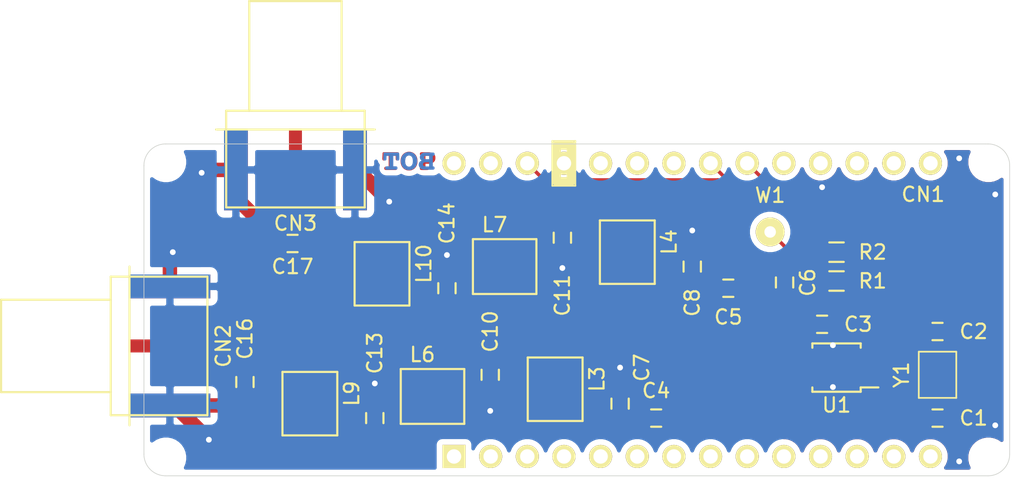
<source format=kicad_pcb>
(kicad_pcb (version 20171130) (host pcbnew 5.1.9-73d0e3b20d~88~ubuntu18.04.1)

  (general
    (thickness 1.6)
    (drawings 8)
    (tracks 140)
    (zones 0)
    (modules 30)
    (nets 19)
  )

  (page A4)
  (layers
    (0 F.Cu signal)
    (31 B.Cu signal)
    (32 B.Adhes user)
    (33 F.Adhes user)
    (34 B.Paste user)
    (35 F.Paste user)
    (36 B.SilkS user)
    (37 F.SilkS user)
    (38 B.Mask user)
    (39 F.Mask user)
    (40 Dwgs.User user)
    (41 Cmts.User user)
    (42 Eco1.User user)
    (43 Eco2.User user)
    (44 Edge.Cuts user)
    (45 Margin user)
    (46 B.CrtYd user)
    (47 F.CrtYd user)
    (48 B.Fab user)
    (49 F.Fab user)
  )

  (setup
    (last_trace_width 1)
    (user_trace_width 0.2)
    (user_trace_width 0.4)
    (user_trace_width 1)
    (user_trace_width 1.5)
    (trace_clearance 0.2)
    (zone_clearance 0.4)
    (zone_45_only no)
    (trace_min 0.2)
    (via_size 0.8)
    (via_drill 0.4)
    (via_min_size 0.4)
    (via_min_drill 0.3)
    (uvia_size 0.3)
    (uvia_drill 0.1)
    (uvias_allowed no)
    (uvia_min_size 0.2)
    (uvia_min_drill 0.1)
    (edge_width 0.05)
    (segment_width 0.2)
    (pcb_text_width 0.3)
    (pcb_text_size 1.5 1.5)
    (mod_edge_width 0.12)
    (mod_text_size 1 1)
    (mod_text_width 0.15)
    (pad_size 1.524 1.524)
    (pad_drill 0.762)
    (pad_to_mask_clearance 0.05)
    (aux_axis_origin 0 0)
    (visible_elements FFFDFF7F)
    (pcbplotparams
      (layerselection 0x010fc_ffffffff)
      (usegerberextensions false)
      (usegerberattributes true)
      (usegerberadvancedattributes true)
      (creategerberjobfile true)
      (excludeedgelayer true)
      (linewidth 0.100000)
      (plotframeref false)
      (viasonmask false)
      (mode 1)
      (useauxorigin false)
      (hpglpennumber 1)
      (hpglpenspeed 20)
      (hpglpendiameter 15.000000)
      (psnegative false)
      (psa4output false)
      (plotreference true)
      (plotvalue true)
      (plotinvisibletext false)
      (padsonsilk false)
      (subtractmaskfromsilk false)
      (outputformat 1)
      (mirror false)
      (drillshape 1)
      (scaleselection 1)
      (outputdirectory ""))
  )

  (net 0 "")
  (net 1 GND)
  (net 2 +3V3)
  (net 3 "Net-(C4-Pad1)")
  (net 4 "Net-(C5-Pad1)")
  (net 5 "Net-(C6-Pad1)")
  (net 6 "Net-(C10-Pad2)")
  (net 7 "Net-(C11-Pad2)")
  (net 8 "Net-(C13-Pad2)")
  (net 9 "Net-(C14-Pad2)")
  (net 10 "Net-(C16-Pad2)")
  (net 11 "Net-(C17-Pad2)")
  (net 12 I2C_SDA)
  (net 13 I2C_SCL)
  (net 14 /CLK0)
  (net 15 /CLK1)
  (net 16 /CLK2)
  (net 17 /XA)
  (net 18 /XB)

  (net_class Default "This is the default net class."
    (clearance 0.2)
    (trace_width 0.25)
    (via_dia 0.8)
    (via_drill 0.4)
    (uvia_dia 0.3)
    (uvia_drill 0.1)
    (add_net +3V3)
    (add_net /CLK0)
    (add_net /CLK1)
    (add_net /CLK2)
    (add_net /XA)
    (add_net /XB)
    (add_net GND)
    (add_net I2C_SCL)
    (add_net I2C_SDA)
    (add_net "Net-(C10-Pad2)")
    (add_net "Net-(C11-Pad2)")
    (add_net "Net-(C13-Pad2)")
    (add_net "Net-(C14-Pad2)")
    (add_net "Net-(C16-Pad2)")
    (add_net "Net-(C17-Pad2)")
    (add_net "Net-(C4-Pad1)")
    (add_net "Net-(C5-Pad1)")
    (add_net "Net-(C6-Pad1)")
  )

  (module MODULE_compute:ARDUINO_MKR_HOLES_PINHEADER_EDGE (layer F.Cu) (tedit 5FC28E02) (tstamp 5F6FDD52)
    (at 103 160)
    (descr "Arduino MKR with pin header with edge dimensions")
    (tags "Arduino MKR with pin header with edge dimensions")
    (path /5F519983)
    (fp_text reference CN1 (at 16 -8) (layer F.SilkS)
      (effects (font (size 1 1) (thickness 0.15)))
    )
    (fp_text value ARDUINO_MKR (at 0 -0.5) (layer F.Fab)
      (effects (font (size 1 1) (thickness 0.15)))
    )
    (fp_arc (start 20.52 -10.25) (end 22.77 -10.25) (angle -90) (layer Eco2.User) (width 0.12))
    (fp_arc (start 20.52 10.25) (end 20.52 12.5) (angle -90) (layer Eco2.User) (width 0.12))
    (fp_arc (start -36.48 10.25) (end -38.73 10.25) (angle -90) (layer Eco2.User) (width 0.12))
    (fp_arc (start -36.48 -10.25) (end -36.48 -12.5) (angle -90) (layer Eco2.User) (width 0.12))
    (fp_line (start -36.48 -12.5) (end 20.52 -12.5) (layer Eco2.User) (width 0.12))
    (fp_line (start -36.48 12.5) (end 20.52 12.5) (layer Eco2.User) (width 0.12))
    (fp_line (start 22.77 -10.25) (end 22.77 10.25) (layer Eco2.User) (width 0.12))
    (fp_line (start -38.73 -10.25) (end -38.73 10.25) (layer Eco2.User) (width 0.12))
    (fp_line (start -8.1 -11.7) (end -8.1 -8.6) (layer F.SilkS) (width 0.12))
    (fp_line (start -9.4 -11.4) (end -8.4 -11.4) (layer F.SilkS) (width 0.6))
    (fp_line (start -9.7 -8.6) (end -9.7 -11.7) (layer F.SilkS) (width 0.12))
    (fp_line (start -8.1 -8.6) (end -9.7 -8.6) (layer F.SilkS) (width 0.12))
    (fp_line (start -9.4 -8.9) (end -9.4 -11.4) (layer F.SilkS) (width 0.6))
    (fp_line (start -8.4 -8.9) (end -9.4 -8.9) (layer F.SilkS) (width 0.6))
    (fp_line (start -8.4 -11.4) (end -8.4 -8.9) (layer F.SilkS) (width 0.6))
    (fp_line (start -9.7 -11.7) (end -8.1 -11.7) (layer F.SilkS) (width 0.12))
    (pad "" np_thru_hole circle (at -36.47 -10.25) (size 2 2) (drill 2) (layers *.Cu *.Mask))
    (pad "" np_thru_hole circle (at -36.47 10.25) (size 2 2) (drill 2) (layers *.Cu *.Mask))
    (pad "" np_thru_hole circle (at 20.53 -10.25) (size 2 2) (drill 2) (layers *.Cu *.Mask))
    (pad "" np_thru_hole circle (at 20.53 10.25) (size 2 2) (drill 2) (layers *.Cu *.Mask))
    (pad 1 thru_hole rect (at -16.51 10.16) (size 1.6 1.6) (drill 1) (layers *.Cu *.Mask F.SilkS))
    (pad 2 thru_hole circle (at -13.97 10.16) (size 1.6 1.6) (drill 1) (layers *.Cu *.Mask F.SilkS))
    (pad 3 thru_hole circle (at -11.43 10.16) (size 1.6 1.6) (drill 1) (layers *.Cu *.Mask F.SilkS))
    (pad 4 thru_hole circle (at -8.89 10.16) (size 1.6 1.6) (drill 1) (layers *.Cu *.Mask F.SilkS))
    (pad 5 thru_hole circle (at -6.35 10.16) (size 1.6 1.6) (drill 1) (layers *.Cu *.Mask F.SilkS))
    (pad 6 thru_hole circle (at -3.81 10.16) (size 1.6 1.6) (drill 1) (layers *.Cu *.Mask F.SilkS))
    (pad 7 thru_hole circle (at -1.27 10.16) (size 1.6 1.6) (drill 1) (layers *.Cu *.Mask F.SilkS))
    (pad 8 thru_hole circle (at 1.27 10.16) (size 1.6 1.6) (drill 1) (layers *.Cu *.Mask F.SilkS))
    (pad 9 thru_hole circle (at 3.81 10.16) (size 1.6 1.6) (drill 1) (layers *.Cu *.Mask F.SilkS))
    (pad 10 thru_hole circle (at 6.35 10.16) (size 1.6 1.6) (drill 1) (layers *.Cu *.Mask F.SilkS))
    (pad 11 thru_hole circle (at 8.89 10.16) (size 1.6 1.6) (drill 1) (layers *.Cu *.Mask F.SilkS))
    (pad 12 thru_hole circle (at 11.43 10.16) (size 1.6 1.6) (drill 1) (layers *.Cu *.Mask F.SilkS))
    (pad 13 thru_hole circle (at 13.97 10.16) (size 1.6 1.6) (drill 1) (layers *.Cu *.Mask F.SilkS))
    (pad 14 thru_hole circle (at 16.51 10.16) (size 1.6 1.6) (drill 1) (layers *.Cu *.Mask F.SilkS))
    (pad 15 thru_hole circle (at 16.51 -10.16) (size 1.6 1.6) (drill 1) (layers *.Cu *.Mask F.SilkS))
    (pad 16 thru_hole circle (at 13.97 -10.16) (size 1.6 1.6) (drill 1) (layers *.Cu *.Mask F.SilkS))
    (pad 17 thru_hole circle (at 11.43 -10.16) (size 1.6 1.6) (drill 1) (layers *.Cu *.Mask F.SilkS))
    (pad 18 thru_hole circle (at 8.89 -10.16) (size 1.6 1.6) (drill 1) (layers *.Cu *.Mask F.SilkS))
    (pad 19 thru_hole circle (at 6.35 -10.16) (size 1.6 1.6) (drill 1) (layers *.Cu *.Mask F.SilkS))
    (pad 20 thru_hole circle (at 3.81 -10.16) (size 1.6 1.6) (drill 1) (layers *.Cu *.Mask F.SilkS)
      (net 12 I2C_SDA))
    (pad 21 thru_hole circle (at 1.27 -10.16) (size 1.6 1.6) (drill 1) (layers *.Cu *.Mask F.SilkS)
      (net 13 I2C_SCL))
    (pad 22 thru_hole circle (at -1.27 -10.16) (size 1.6 1.6) (drill 1) (layers *.Cu *.Mask F.SilkS))
    (pad 23 thru_hole circle (at -3.81 -10.16) (size 1.6 1.6) (drill 1) (layers *.Cu *.Mask F.SilkS))
    (pad 24 thru_hole circle (at -6.35 -10.16) (size 1.6 1.6) (drill 1) (layers *.Cu *.Mask F.SilkS))
    (pad 25 thru_hole circle (at -8.89 -10.16) (size 1.6 1.6) (drill 1) (layers *.Cu *.Mask F.SilkS)
      (net 1 GND))
    (pad 26 thru_hole circle (at -11.43 -10.16) (size 1.6 1.6) (drill 1) (layers *.Cu *.Mask F.SilkS)
      (net 2 +3V3))
    (pad 27 thru_hole circle (at -13.97 -10.16) (size 1.6 1.6) (drill 1) (layers *.Cu *.Mask F.SilkS))
    (pad 28 thru_hole circle (at -16.51 -10.16) (size 1.6 1.6) (drill 1) (layers *.Cu *.Mask F.SilkS))
    (model ${KISYS3DMOD}/CON_samtec/TSW-114-07-G-S.stp
      (offset (xyz 0 10.16 -1.8))
      (scale (xyz 1 1 1))
      (rotate (xyz 90 0 0))
    )
    (model ${KISYS3DMOD}/CON_samtec/TSW-114-07-G-S.stp
      (offset (xyz 0 -10.16 -1.8))
      (scale (xyz 1 1 1))
      (rotate (xyz 90 0 0))
    )
  )

  (module labels:Bot (layer F.Cu) (tedit 0) (tstamp 5FBA3AE7)
    (at 83.35 149.7 180)
    (descr "Label Bottom")
    (tags "Label Bot Bottom")
    (path /5FC03435)
    (fp_text reference L2 (at 0 1.778) (layer F.SilkS) hide
      (effects (font (size 1.524 1.524) (thickness 0.3)))
    )
    (fp_text value Label (at 0 -1.7145) (layer F.SilkS) hide
      (effects (font (size 1.524 1.524) (thickness 0.3)))
    )
    (fp_poly (pts (xy -0.006759 0.631579) (xy 0.004256 0.63139) (xy 0.014512 0.631092) (xy 0.023677 0.630683)
      (xy 0.03142 0.630163) (xy 0.035169 0.629807) (xy 0.055986 0.627287) (xy 0.075289 0.624428)
      (xy 0.0935 0.62114) (xy 0.111045 0.617334) (xy 0.128345 0.612918) (xy 0.145825 0.607803)
      (xy 0.159727 0.603313) (xy 0.189672 0.592271) (xy 0.218657 0.579544) (xy 0.246646 0.565171)
      (xy 0.273601 0.549191) (xy 0.299486 0.53164) (xy 0.324264 0.512559) (xy 0.347898 0.491983)
      (xy 0.370352 0.469953) (xy 0.391587 0.446505) (xy 0.411568 0.421679) (xy 0.430257 0.395512)
      (xy 0.447617 0.368041) (xy 0.463613 0.339307) (xy 0.478206 0.309346) (xy 0.49136 0.278196)
      (xy 0.501793 0.249604) (xy 0.511503 0.21854) (xy 0.519733 0.186937) (xy 0.526518 0.154609)
      (xy 0.531891 0.121372) (xy 0.535889 0.087041) (xy 0.538389 0.05422) (xy 0.53868 0.047592)
      (xy 0.538888 0.039448) (xy 0.539016 0.030118) (xy 0.539067 0.019935) (xy 0.539046 0.009231)
      (xy 0.538954 -0.001661) (xy 0.538795 -0.012409) (xy 0.538573 -0.022682) (xy 0.538291 -0.032146)
      (xy 0.537951 -0.04047) (xy 0.537558 -0.047322) (xy 0.537366 -0.049823) (xy 0.533534 -0.086235)
      (xy 0.528359 -0.121306) (xy 0.521813 -0.155141) (xy 0.513869 -0.187844) (xy 0.504498 -0.219521)
      (xy 0.493671 -0.250276) (xy 0.481361 -0.280214) (xy 0.467539 -0.30944) (xy 0.467441 -0.309634)
      (xy 0.451655 -0.338854) (xy 0.434449 -0.366846) (xy 0.415867 -0.393552) (xy 0.395957 -0.418917)
      (xy 0.374765 -0.442887) (xy 0.352335 -0.465405) (xy 0.328714 -0.486417) (xy 0.306265 -0.50415)
      (xy 0.280287 -0.522301) (xy 0.253318 -0.538784) (xy 0.225417 -0.553584) (xy 0.19664 -0.566683)
      (xy 0.167042 -0.578064) (xy 0.136682 -0.58771) (xy 0.105614 -0.595604) (xy 0.073897 -0.601729)
      (xy 0.041585 -0.606068) (xy 0.008737 -0.608605) (xy -0.024591 -0.609322) (xy -0.043473 -0.608922)
      (xy -0.056875 -0.608196) (xy -0.071552 -0.606985) (xy -0.086906 -0.605359) (xy -0.102339 -0.603391)
      (xy -0.117254 -0.601153) (xy -0.131052 -0.598717) (xy -0.135585 -0.597815) (xy -0.167304 -0.590343)
      (xy -0.198079 -0.581172) (xy -0.227955 -0.570283) (xy -0.256974 -0.557653) (xy -0.285179 -0.543262)
      (xy -0.312614 -0.52709) (xy -0.339322 -0.509115) (xy -0.365347 -0.489316) (xy -0.372208 -0.4837)
      (xy -0.377378 -0.479222) (xy -0.383574 -0.473558) (xy -0.39052 -0.466983) (xy -0.397944 -0.459772)
      (xy -0.405573 -0.452199) (xy -0.413131 -0.444539) (xy -0.420346 -0.437066) (xy -0.426944 -0.430054)
      (xy -0.432651 -0.423779) (xy -0.437113 -0.418611) (xy -0.458294 -0.391591) (xy -0.477822 -0.363531)
      (xy -0.495695 -0.334438) (xy -0.511911 -0.304319) (xy -0.526466 -0.273181) (xy -0.539359 -0.24103)
      (xy -0.550587 -0.207874) (xy -0.560147 -0.17372) (xy -0.568036 -0.138575) (xy -0.574252 -0.102445)
      (xy -0.578793 -0.065338) (xy -0.581349 -0.032772) (xy -0.581638 -0.026309) (xy -0.581849 -0.018324)
      (xy -0.581986 -0.009138) (xy -0.58204 -0.000455) (xy -0.294634 -0.000455) (xy -0.293621 -0.029944)
      (xy -0.291518 -0.058925) (xy -0.288335 -0.087079) (xy -0.284078 -0.114087) (xy -0.281256 -0.128465)
      (xy -0.275008 -0.154613) (xy -0.267548 -0.179709) (xy -0.258925 -0.203629) (xy -0.249192 -0.226249)
      (xy -0.238397 -0.247445) (xy -0.226592 -0.267092) (xy -0.222932 -0.272561) (xy -0.209336 -0.290791)
      (xy -0.194675 -0.307408) (xy -0.178981 -0.322392) (xy -0.162286 -0.335722) (xy -0.144624 -0.347378)
      (xy -0.126025 -0.357338) (xy -0.106523 -0.365583) (xy -0.086149 -0.372092) (xy -0.064937 -0.376843)
      (xy -0.05715 -0.378113) (xy -0.05305 -0.378619) (xy -0.047698 -0.379143) (xy -0.041793 -0.37962)
      (xy -0.036146 -0.379984) (xy -0.030507 -0.380259) (xy -0.025488 -0.380411) (xy -0.020608 -0.380437)
      (xy -0.015388 -0.380328) (xy -0.009349 -0.380079) (xy -0.002011 -0.379684) (xy 0.000977 -0.379509)
      (xy 0.019362 -0.377582) (xy 0.038114 -0.374031) (xy 0.056731 -0.368982) (xy 0.074708 -0.36256)
      (xy 0.082802 -0.3591) (xy 0.101423 -0.349617) (xy 0.119066 -0.338463) (xy 0.135712 -0.325669)
      (xy 0.151343 -0.311264) (xy 0.165939 -0.295281) (xy 0.179483 -0.27775) (xy 0.191954 -0.258701)
      (xy 0.203335 -0.238166) (xy 0.213606 -0.216175) (xy 0.222749 -0.192759) (xy 0.230746 -0.167949)
      (xy 0.237576 -0.141776) (xy 0.243222 -0.11427) (xy 0.247141 -0.089388) (xy 0.248897 -0.075691)
      (xy 0.250318 -0.062613) (xy 0.25143 -0.049738) (xy 0.252259 -0.036649) (xy 0.252829 -0.022928)
      (xy 0.253168 -0.00816) (xy 0.2533 0.008072) (xy 0.253304 0.010747) (xy 0.252957 0.038171)
      (xy 0.251865 0.064027) (xy 0.249995 0.088563) (xy 0.247315 0.11203) (xy 0.243794 0.134676)
      (xy 0.2394 0.156752) (xy 0.2341 0.178507) (xy 0.230027 0.193029) (xy 0.224528 0.210112)
      (xy 0.218115 0.227331) (xy 0.210985 0.244238) (xy 0.203333 0.260383) (xy 0.195356 0.27532)
      (xy 0.190017 0.284285) (xy 0.182109 0.29608) (xy 0.173069 0.308066) (xy 0.163253 0.319835)
      (xy 0.153019 0.330978) (xy 0.142723 0.341088) (xy 0.132861 0.349644) (xy 0.115906 0.362036)
      (xy 0.09788 0.37283) (xy 0.078917 0.381966) (xy 0.059149 0.389384) (xy 0.03871 0.395023)
      (xy 0.026301 0.397508) (xy 0.007613 0.400003) (xy -0.011741 0.401216) (xy -0.031296 0.40116)
      (xy -0.050589 0.399845) (xy -0.069156 0.397284) (xy -0.081696 0.394703) (xy -0.102389 0.388824)
      (xy -0.122123 0.381256) (xy -0.140882 0.37202) (xy -0.158649 0.361141) (xy -0.175407 0.34864)
      (xy -0.191139 0.33454) (xy -0.20583 0.318863) (xy -0.219462 0.301632) (xy -0.232019 0.282869)
      (xy -0.243484 0.262597) (xy -0.253841 0.240838) (xy -0.263072 0.217615) (xy -0.271162 0.19295)
      (xy -0.278093 0.166866) (xy -0.283849 0.139385) (xy -0.287626 0.116209) (xy -0.291054 0.087874)
      (xy -0.293358 0.058773) (xy -0.294549 0.029224) (xy -0.294634 -0.000455) (xy -0.58204 -0.000455)
      (xy -0.582049 0.00093) (xy -0.582044 0.01156) (xy -0.581972 0.022432) (xy -0.581836 0.033228)
      (xy -0.58164 0.043627) (xy -0.581387 0.05331) (xy -0.581078 0.061957) (xy -0.580718 0.069249)
      (xy -0.580365 0.074247) (xy -0.577234 0.104975) (xy -0.573266 0.134218) (xy -0.568398 0.162281)
      (xy -0.562567 0.189472) (xy -0.555712 0.216097) (xy -0.54777 0.242464) (xy -0.543986 0.253858)
      (xy -0.53219 0.285639) (xy -0.518879 0.316349) (xy -0.504092 0.345939) (xy -0.487868 0.374357)
      (xy -0.470245 0.401552) (xy -0.451264 0.427473) (xy -0.430962 0.45207) (xy -0.409379 0.47529)
      (xy -0.386554 0.497084) (xy -0.362525 0.517399) (xy -0.337333 0.536186) (xy -0.318312 0.548854)
      (xy -0.291934 0.564545) (xy -0.264929 0.578552) (xy -0.237204 0.590908) (xy -0.208664 0.601644)
      (xy -0.179216 0.61079) (xy -0.148767 0.618378) (xy -0.117223 0.62444) (xy -0.084492 0.629007)
      (xy -0.077177 0.629809) (xy -0.07016 0.630393) (xy -0.061575 0.630866) (xy -0.051754 0.63123)
      (xy -0.041029 0.631482) (xy -0.029734 0.631625) (xy -0.018199 0.631657) (xy -0.006759 0.631579)) (layer B.Cu) (width 0.01))
    (fp_poly (pts (xy -1.302587 0.599719) (xy -1.285014 0.599706) (xy -1.268847 0.599684) (xy -1.254008 0.599649)
      (xy -1.240419 0.599603) (xy -1.228002 0.599543) (xy -1.216679 0.59947) (xy -1.20637 0.599381)
      (xy -1.196999 0.599278) (xy -1.188487 0.599158) (xy -1.180755 0.599021) (xy -1.173726 0.598866)
      (xy -1.16732 0.598693) (xy -1.161461 0.5985) (xy -1.15607 0.598287) (xy -1.151068 0.598052)
      (xy -1.146378 0.597796) (xy -1.14192 0.597517) (xy -1.137618 0.597215) (xy -1.133392 0.596888)
      (xy -1.129165 0.596536) (xy -1.127369 0.596381) (xy -1.095726 0.592947) (xy -1.065513 0.588311)
      (xy -1.036743 0.582479) (xy -1.009429 0.575461) (xy -0.983583 0.567264) (xy -0.959219 0.557895)
      (xy -0.936348 0.547363) (xy -0.914985 0.535675) (xy -0.895142 0.52284) (xy -0.876831 0.508865)
      (xy -0.860066 0.493758) (xy -0.844858 0.477526) (xy -0.831222 0.460179) (xy -0.81917 0.441722)
      (xy -0.808714 0.422166) (xy -0.799868 0.401516) (xy -0.79706 0.393761) (xy -0.792253 0.378755)
      (xy -0.788308 0.363965) (xy -0.78515 0.348977) (xy -0.782704 0.333376) (xy -0.780895 0.316749)
      (xy -0.779649 0.29868) (xy -0.77956 0.296949) (xy -0.779176 0.272213) (xy -0.780514 0.248332)
      (xy -0.783568 0.225324) (xy -0.788332 0.203208) (xy -0.794801 0.182003) (xy -0.80297 0.161727)
      (xy -0.812832 0.142399) (xy -0.824383 0.124038) (xy -0.83496 0.109903) (xy -0.843873 0.099647)
      (xy -0.854217 0.089125) (xy -0.865576 0.078701) (xy -0.877532 0.068741) (xy -0.889666 0.05961)
      (xy -0.901551 0.05168) (xy -0.910369 0.046209) (xy -0.898463 0.041494) (xy -0.873716 0.030921)
      (xy -0.850715 0.019491) (xy -0.829443 0.007181) (xy -0.809882 -0.006028) (xy -0.792012 -0.020158)
      (xy -0.775816 -0.035229) (xy -0.761276 -0.051263) (xy -0.748373 -0.06828) (xy -0.737089 -0.086301)
      (xy -0.727405 -0.105347) (xy -0.719304 -0.125438) (xy -0.712766 -0.146596) (xy -0.707774 -0.168841)
      (xy -0.706379 -0.176946) (xy -0.704922 -0.186754) (xy -0.703807 -0.195887) (xy -0.702997 -0.204854)
      (xy -0.702458 -0.214163) (xy -0.702153 -0.22432) (xy -0.702045 -0.235834) (xy -0.702043 -0.23788)
      (xy -0.70219 -0.251335) (xy -0.702646 -0.263348) (xy -0.703454 -0.274413) (xy -0.704656 -0.285023)
      (xy -0.706291 -0.295674) (xy -0.707418 -0.301869) (xy -0.713127 -0.326764) (xy -0.720568 -0.350767)
      (xy -0.729722 -0.373842) (xy -0.740567 -0.395958) (xy -0.753085 -0.417081) (xy -0.767255 -0.437178)
      (xy -0.783058 -0.456216) (xy -0.800473 -0.474162) (xy -0.819481 -0.490983) (xy -0.822661 -0.493561)
      (xy -0.842802 -0.508521) (xy -0.863996 -0.52196) (xy -0.886285 -0.533895) (xy -0.909709 -0.544341)
      (xy -0.934309 -0.553313) (xy -0.960125 -0.560828) (xy -0.987197 -0.566899) (xy -1.015567 -0.571544)
      (xy -1.03141 -0.573462) (xy -1.035109 -0.573859) (xy -1.038559 -0.574231) (xy -1.041831 -0.574579)
      (xy -1.044996 -0.574902) (xy -1.048123 -0.575203) (xy -1.051284 -0.575481) (xy -1.054549 -0.575739)
      (xy -1.057988 -0.575976) (xy -1.061673 -0.576193) (xy -1.065675 -0.576392) (xy -1.070062 -0.576574)
      (xy -1.074908 -0.576739) (xy -1.08028 -0.576888) (xy -1.086252 -0.577022) (xy -1.092893 -0.577142)
      (xy -1.100273 -0.577249) (xy -1.108464 -0.577344) (xy -1.117535 -0.577427) (xy -1.127558 -0.5775)
      (xy -1.138604 -0.577563) (xy -1.150742 -0.577618) (xy -1.164044 -0.577665) (xy -1.17858 -0.577705)
      (xy -1.194421 -0.57774) (xy -1.211636 -0.577769) (xy -1.230298 -0.577794) (xy -1.250477 -0.577816)
      (xy -1.272242 -0.577835) (xy -1.295666 -0.577853) (xy -1.320817 -0.57787) (xy -1.347768 -0.577888)
      (xy -1.376589 -0.577906) (xy -1.382346 -0.57791) (xy -1.407293 -0.577924) (xy -1.431696 -0.577932)
      (xy -1.455483 -0.577935) (xy -1.47858 -0.577932) (xy -1.500915 -0.577924) (xy -1.522415 -0.577911)
      (xy -1.543005 -0.577893) (xy -1.562614 -0.57787) (xy -1.581168 -0.577843) (xy -1.598593 -0.577811)
      (xy -1.614817 -0.577774) (xy -1.629766 -0.577734) (xy -1.643368 -0.577689) (xy -1.65555 -0.577641)
      (xy -1.666237 -0.577589) (xy -1.675357 -0.577533) (xy -1.682837 -0.577474) (xy -1.688604 -0.577411)
      (xy -1.692585 -0.577346) (xy -1.694705 -0.577277) (xy -1.694962 -0.577257) (xy -1.710734 -0.574813)
      (xy -1.724879 -0.571335) (xy -1.737459 -0.566774) (xy -1.748532 -0.561081) (xy -1.758159 -0.554208)
      (xy -1.7664 -0.546108) (xy -1.773316 -0.53673) (xy -1.778966 -0.526028) (xy -1.783412 -0.513951)
      (xy -1.78598 -0.504016) (xy -1.786697 -0.500538) (xy -1.787244 -0.497293) (xy -1.787643 -0.493934)
      (xy -1.787918 -0.490113) (xy -1.788091 -0.485484) (xy -1.788184 -0.479699) (xy -1.788222 -0.472411)
      (xy -1.788226 -0.4699) (xy -1.788186 -0.460762) (xy -1.788012 -0.453201) (xy -1.787653 -0.446842)
      (xy -1.787057 -0.44131) (xy -1.786172 -0.436229) (xy -1.784946 -0.431224) (xy -1.783327 -0.42592)
      (xy -1.781364 -0.420222) (xy -1.777868 -0.411557) (xy -1.77386 -0.404043) (xy -1.768959 -0.397087)
      (xy -1.762782 -0.390096) (xy -1.760517 -0.387797) (xy -1.756314 -0.383714) (xy -1.752859 -0.380662)
      (xy -1.74958 -0.378226) (xy -1.745908 -0.375995) (xy -1.741273 -0.373555) (xy -1.7399 -0.372865)
      (xy -1.730448 -0.368625) (xy -1.723771 -0.366346) (xy -1.417516 -0.366346) (xy -1.329348 -0.36634)
      (xy -1.315748 -0.366328) (xy -1.302247 -0.366295) (xy -1.289038 -0.366242) (xy -1.276311 -0.366171)
      (xy -1.264257 -0.366085) (xy -1.253067 -0.365983) (xy -1.242932 -0.365869) (xy -1.234042 -0.365744)
      (xy -1.22659 -0.365609) (xy -1.220766 -0.365467) (xy -1.217735 -0.365362) (xy -1.191146 -0.363909)
      (xy -1.16637 -0.361815) (xy -1.143366 -0.359058) (xy -1.122095 -0.355616) (xy -1.102514 -0.351468)
      (xy -1.084585 -0.34659) (xy -1.068266 -0.340961) (xy -1.053516 -0.334559) (xy -1.040296 -0.327361)
      (xy -1.028565 -0.319346) (xy -1.018283 -0.310491) (xy -1.009408 -0.300775) (xy -1.001901 -0.290174)
      (xy -0.995721 -0.278668) (xy -0.990827 -0.266234) (xy -0.987179 -0.25285) (xy -0.984736 -0.238493)
      (xy -0.984695 -0.238158) (xy -0.984234 -0.232703) (xy -0.983976 -0.225878) (xy -0.983909 -0.218156)
      (xy -0.984023 -0.210011) (xy -0.984305 -0.201918) (xy -0.984743 -0.194351) (xy -0.985327 -0.187783)
      (xy -0.986045 -0.18269) (xy -0.986048 -0.182671) (xy -0.989645 -0.167489) (xy -0.994572 -0.15354)
      (xy -1.000875 -0.140779) (xy -1.008599 -0.129165) (xy -1.017793 -0.118652) (xy -1.028502 -0.1092)
      (xy -1.040773 -0.100763) (xy -1.054651 -0.0933) (xy -1.070184 -0.086766) (xy -1.087418 -0.081118)
      (xy -1.098239 -0.078226) (xy -1.110054 -0.075562) (xy -1.122966 -0.073165) (xy -1.13716 -0.071007)
      (xy -1.152821 -0.069062) (xy -1.170133 -0.067304) (xy -1.181589 -0.066311) (xy -1.185021 -0.066114)
      (xy -1.19035 -0.065925) (xy -1.197521 -0.065746) (xy -1.206477 -0.065576) (xy -1.217162 -0.065417)
      (xy -1.22952 -0.06527) (xy -1.243495 -0.065134) (xy -1.25903 -0.065011) (xy -1.276069 -0.064902)
      (xy -1.294556 -0.064807) (xy -1.306391 -0.064756) (xy -1.417516 -0.064319) (xy -1.417516 -0.366346)
      (xy -1.723771 -0.366346) (xy -1.720875 -0.365358) (xy -1.710811 -0.362988) (xy -1.699886 -0.361442)
      (xy -1.687731 -0.360645) (xy -1.678598 -0.360492) (xy -1.664677 -0.360484) (xy -1.664677 0.135577)
      (xy -1.417516 0.135577) (xy -1.329837 0.136072) (xy -1.31335 0.136172) (xy -1.298683 0.136277)
      (xy -1.2857 0.136391) (xy -1.274266 0.136515) (xy -1.264247 0.136653) (xy -1.255507 0.136806)
      (xy -1.247912 0.136978) (xy -1.241326 0.13717) (xy -1.235616 0.137387) (xy -1.230646 0.137629)
      (xy -1.226282 0.137901) (xy -1.22317 0.138138) (xy -1.202667 0.140172) (xy -1.183952 0.14275)
      (xy -1.16693 0.145904) (xy -1.151502 0.149668) (xy -1.137572 0.154074) (xy -1.125043 0.159156)
      (xy -1.113817 0.164946) (xy -1.103798 0.171478) (xy -1.094889 0.178784) (xy -1.090224 0.183356)
      (xy -1.082283 0.192681) (xy -1.075987 0.20246) (xy -1.071025 0.213205) (xy -1.069326 0.217947)
      (xy -1.066139 0.22986) (xy -1.064024 0.242917) (xy -1.062992 0.25662) (xy -1.063056 0.270473)
      (xy -1.064225 0.283978) (xy -1.066512 0.296639) (xy -1.067463 0.300364) (xy -1.07198 0.31335)
      (xy -1.07807 0.325226) (xy -1.085742 0.335999) (xy -1.095003 0.345673) (xy -1.105863 0.354256)
      (xy -1.118328 0.361753) (xy -1.132407 0.368169) (xy -1.148107 0.373512) (xy -1.165437 0.377786)
      (xy -1.17475 0.37953) (xy -1.179021 0.38025) (xy -1.18294 0.380891) (xy -1.186639 0.381461)
      (xy -1.19025 0.381962) (xy -1.193907 0.3824) (xy -1.197742 0.38278) (xy -1.201888 0.383107)
      (xy -1.206477 0.383386) (xy -1.211642 0.383621) (xy -1.217515 0.383818) (xy -1.22423 0.383982)
      (xy -1.231919 0.384116) (xy -1.240715 0.384227) (xy -1.25075 0.384319) (xy -1.262157 0.384397)
      (xy -1.275069 0.384465) (xy -1.289618 0.38453) (xy -1.305937 0.384595) (xy -1.312741 0.384622)
      (xy -1.417516 0.385027) (xy -1.417516 0.135577) (xy -1.664677 0.135577) (xy -1.664677 0.379047)
      (xy -1.675254 0.379047) (xy -1.692098 0.379681) (xy -1.707492 0.381595) (xy -1.721476 0.38481)
      (xy -1.734091 0.389343) (xy -1.745379 0.395213) (xy -1.755381 0.402439) (xy -1.764137 0.41104)
      (xy -1.771688 0.421035) (xy -1.773714 0.424291) (xy -1.779282 0.435297) (xy -1.783546 0.447453)
      (xy -1.786529 0.460857) (xy -1.788253 0.475605) (xy -1.788746 0.490078) (xy -1.788572 0.500863)
      (xy -1.788016 0.510193) (xy -1.787031 0.51854) (xy -1.785569 0.526374) (xy -1.784712 0.529981)
      (xy -1.780921 0.542234) (xy -1.776049 0.553123) (xy -1.770009 0.562718) (xy -1.762716 0.57109)
      (xy -1.754082 0.578309) (xy -1.744021 0.584445) (xy -1.732447 0.589568) (xy -1.719274 0.593749)
      (xy -1.704414 0.597058) (xy -1.70165 0.59755) (xy -1.700508 0.597732) (xy -1.699231 0.597902)
      (xy -1.697747 0.598059) (xy -1.695982 0.598205) (xy -1.693862 0.598339) (xy -1.691316 0.598463)
      (xy -1.688268 0.598576) (xy -1.684648 0.598681) (xy -1.68038 0.598777) (xy -1.675392 0.598864)
      (xy -1.66961 0.598944) (xy -1.662962 0.599016) (xy -1.655375 0.599083) (xy -1.646774 0.599143)
      (xy -1.637087 0.599198) (xy -1.626241 0.599248) (xy -1.614162 0.599294) (xy -1.600778 0.599337)
      (xy -1.586014 0.599377) (xy -1.569798 0.599414) (xy -1.552057 0.599449) (xy -1.532717 0.599483)
      (xy -1.511706 0.599517) (xy -1.488949 0.59955) (xy -1.464374 0.599584) (xy -1.441939 0.599614)
      (xy -1.414285 0.599648) (xy -1.388507 0.599677) (xy -1.364526 0.599699) (xy -1.342265 0.599714)
      (xy -1.321644 0.599721) (xy -1.302587 0.599719)) (layer B.Cu) (width 0.01))
    (fp_poly (pts (xy 1.414032 0.601632) (xy 1.443856 0.601624) (xy 1.471743 0.601611) (xy 1.497697 0.601591)
      (xy 1.521719 0.601566) (xy 1.543813 0.601535) (xy 1.56398 0.601498) (xy 1.582224 0.601456)
      (xy 1.598547 0.601407) (xy 1.612951 0.601353) (xy 1.625439 0.601293) (xy 1.636013 0.601227)
      (xy 1.644676 0.601155) (xy 1.651431 0.601077) (xy 1.656279 0.600994) (xy 1.659224 0.600904)
      (xy 1.659802 0.600872) (xy 1.674113 0.599518) (xy 1.686661 0.597542) (xy 1.697565 0.594836)
      (xy 1.706948 0.591294) (xy 1.714931 0.586807) (xy 1.721633 0.581268) (xy 1.727178 0.574571)
      (xy 1.731684 0.566607) (xy 1.735274 0.557269) (xy 1.738068 0.54645) (xy 1.740188 0.534044)
      (xy 1.740828 0.529004) (xy 1.741128 0.526321) (xy 1.741417 0.523461) (xy 1.741698 0.52033)
      (xy 1.741975 0.516836) (xy 1.742252 0.512886) (xy 1.742534 0.508387) (xy 1.742824 0.503246)
      (xy 1.743126 0.497371) (xy 1.743445 0.490668) (xy 1.743784 0.483044) (xy 1.744147 0.474407)
      (xy 1.744538 0.464664) (xy 1.744961 0.453722) (xy 1.745421 0.441488) (xy 1.745921 0.427869)
      (xy 1.746465 0.412772) (xy 1.747058 0.396104) (xy 1.747702 0.377773) (xy 1.748403 0.357686)
      (xy 1.749164 0.335749) (xy 1.749255 0.333131) (xy 1.750109 0.308219) (xy 1.750882 0.285255)
      (xy 1.751573 0.264235) (xy 1.752182 0.245153) (xy 1.75271 0.228007) (xy 1.753156 0.212791)
      (xy 1.75352 0.199501) (xy 1.753804 0.188133) (xy 1.754006 0.178683) (xy 1.754127 0.171146)
      (xy 1.754167 0.165518) (xy 1.754127 0.161794) (xy 1.754105 0.161193) (xy 1.752851 0.1444)
      (xy 1.750583 0.129235) (xy 1.747271 0.115641) (xy 1.742885 0.103557) (xy 1.737394 0.092925)
      (xy 1.730769 0.083684) (xy 1.722979 0.075776) (xy 1.713993 0.069142) (xy 1.704574 0.064079)
      (xy 1.693472 0.059877) (xy 1.681146 0.056765) (xy 1.66801 0.054765) (xy 1.654477 0.0539)
      (xy 1.640959 0.054192) (xy 1.627869 0.055663) (xy 1.615621 0.058335) (xy 1.6129 0.059142)
      (xy 1.600273 0.064001) (xy 1.588672 0.07028) (xy 1.578238 0.077849) (xy 1.569113 0.086579)
      (xy 1.561438 0.09634) (xy 1.555353 0.107002) (xy 1.55211 0.114953) (xy 1.551425 0.117075)
      (xy 1.550798 0.11936) (xy 1.550221 0.121915) (xy 1.549689 0.124847) (xy 1.549196 0.128264)
      (xy 1.548735 0.132271) (xy 1.5483 0.136975) (xy 1.547884 0.142484) (xy 1.547481 0.148905)
      (xy 1.547086 0.156343) (xy 1.546691 0.164907) (xy 1.546291 0.174702) (xy 1.545879 0.185836)
      (xy 1.545449 0.198415) (xy 1.544995 0.212546) (xy 1.544509 0.228337) (xy 1.543988 0.245893)
      (xy 1.543566 0.26035) (xy 1.543152 0.274547) (xy 1.542744 0.288334) (xy 1.542347 0.301567)
      (xy 1.541965 0.314105) (xy 1.541603 0.325803) (xy 1.541265 0.336519) (xy 1.540957 0.34611)
      (xy 1.540681 0.354433) (xy 1.540444 0.361345) (xy 1.54025 0.366703) (xy 1.540102 0.370364)
      (xy 1.540022 0.371964) (xy 1.539448 0.381) (xy 1.3335 0.381) (xy 1.3335 -0.35853)
      (xy 1.425715 -0.35853) (xy 1.441573 -0.358541) (xy 1.456449 -0.358574) (xy 1.470238 -0.358627)
      (xy 1.482836 -0.3587) (xy 1.494136 -0.358791) (xy 1.504035 -0.358899) (xy 1.512427 -0.359024)
      (xy 1.519207 -0.359164) (xy 1.524271 -0.359319) (xy 1.527514 -0.359487) (xy 1.528048 -0.359533)
      (xy 1.543876 -0.36168) (xy 1.558076 -0.364844) (xy 1.570711 -0.36906) (xy 1.581841 -0.374361)
      (xy 1.591528 -0.380783) (xy 1.599834 -0.38836) (xy 1.60682 -0.397126) (xy 1.612438 -0.406888)
      (xy 1.61639 -0.416154) (xy 1.619437 -0.425948) (xy 1.621634 -0.436564) (xy 1.623035 -0.448296)
      (xy 1.623695 -0.461439) (xy 1.623764 -0.467946) (xy 1.623336 -0.482849) (xy 1.622015 -0.496192)
      (xy 1.619747 -0.50818) (xy 1.616483 -0.519015) (xy 1.612171 -0.528902) (xy 1.606758 -0.538044)
      (xy 1.605576 -0.53975) (xy 1.598248 -0.548541) (xy 1.589543 -0.556181) (xy 1.579397 -0.562705)
      (xy 1.567745 -0.56815) (xy 1.554522 -0.572553) (xy 1.541436 -0.575612) (xy 1.53035 -0.577767)
      (xy 1.208942 -0.577933) (xy 1.183923 -0.577943) (xy 1.159369 -0.577949) (xy 1.135356 -0.577949)
      (xy 1.111957 -0.577944) (xy 1.089247 -0.577935) (xy 1.0673 -0.577921) (xy 1.046191 -0.577903)
      (xy 1.025994 -0.57788) (xy 1.006783 -0.577854) (xy 0.988632 -0.577823) (xy 0.971616 -0.577789)
      (xy 0.95581 -0.577751) (xy 0.941286 -0.577709) (xy 0.928121 -0.577664) (xy 0.916387 -0.577616)
      (xy 0.90616 -0.577565) (xy 0.897513 -0.577511) (xy 0.890522 -0.577455) (xy 0.885259 -0.577395)
      (xy 0.881801 -0.577333) (xy 0.88022 -0.577269) (xy 0.880207 -0.577268) (xy 0.864159 -0.57481)
      (xy 0.849688 -0.571238) (xy 0.836746 -0.566522) (xy 0.825285 -0.560632) (xy 0.815257 -0.553537)
      (xy 0.806612 -0.545207) (xy 0.799304 -0.535611) (xy 0.793283 -0.524719) (xy 0.792012 -0.521881)
      (xy 0.788425 -0.511691) (xy 0.785719 -0.500132) (xy 0.783904 -0.487584) (xy 0.78299 -0.474427)
      (xy 0.782985 -0.46104) (xy 0.783898 -0.447803) (xy 0.78574 -0.435096) (xy 0.78852 -0.423298)
      (xy 0.789511 -0.420077) (xy 0.794353 -0.408107) (xy 0.800647 -0.397444) (xy 0.808383 -0.388096)
      (xy 0.817551 -0.380071) (xy 0.828143 -0.373378) (xy 0.840148 -0.368026) (xy 0.850099 -0.364889)
      (xy 0.853446 -0.363998) (xy 0.856492 -0.363206) (xy 0.859367 -0.362506) (xy 0.8622 -0.361892)
      (xy 0.865123 -0.361357) (xy 0.868264 -0.360897) (xy 0.871753 -0.360503) (xy 0.87572 -0.360171)
      (xy 0.880294 -0.359894) (xy 0.885606 -0.359666) (xy 0.891785 -0.35948) (xy 0.898961 -0.35933)
      (xy 0.907263 -0.359211) (xy 0.916822 -0.359115) (xy 0.927767 -0.359037) (xy 0.940227 -0.35897)
      (xy 0.954333 -0.358909) (xy 0.970214 -0.358846) (xy 0.976679 -0.358821) (xy 1.075592 -0.358436)
      (xy 1.075592 0.381) (xy 0.869628 0.381) (xy 0.869079 0.373918) (xy 0.868977 0.371982)
      (xy 0.868826 0.368232) (xy 0.868629 0.362806) (xy 0.868393 0.355842) (xy 0.868119 0.347478)
      (xy 0.867814 0.337853) (xy 0.867482 0.327106) (xy 0.867126 0.315375) (xy 0.866751 0.302797)
      (xy 0.866362 0.289513) (xy 0.865962 0.275659) (xy 0.865597 0.262793) (xy 0.865077 0.244336)
      (xy 0.86461 0.227727) (xy 0.864192 0.212863) (xy 0.863817 0.199639) (xy 0.86348 0.187951)
      (xy 0.863178 0.177695) (xy 0.862905 0.168766) (xy 0.862657 0.161061) (xy 0.862429 0.154474)
      (xy 0.862216 0.148902) (xy 0.862014 0.14424) (xy 0.861818 0.140384) (xy 0.861624 0.137231)
      (xy 0.861426 0.134674) (xy 0.861221 0.132611) (xy 0.861002 0.130937) (xy 0.860767 0.129548)
      (xy 0.860509 0.128339) (xy 0.860225 0.127206) (xy 0.859909 0.126046) (xy 0.859558 0.124753)
      (xy 0.859379 0.12407) (xy 0.855967 0.112715) (xy 0.851896 0.102865) (xy 0.846949 0.094124)
      (xy 0.840907 0.086095) (xy 0.835334 0.080108) (xy 0.825665 0.07188) (xy 0.814803 0.065192)
      (xy 0.802762 0.060048) (xy 0.789558 0.056455) (xy 0.775207 0.054417) (xy 0.759723 0.05394)
      (xy 0.756138 0.054046) (xy 0.740269 0.055298) (xy 0.725876 0.057751) (xy 0.712923 0.061444)
      (xy 0.701374 0.066415) (xy 0.691193 0.072702) (xy 0.682345 0.080344) (xy 0.674793 0.089379)
      (xy 0.668502 0.099845) (xy 0.663435 0.11178) (xy 0.659558 0.125223) (xy 0.656833 0.140213)
      (xy 0.655226 0.156787) (xy 0.654953 0.16217) (xy 0.654928 0.164567) (xy 0.654972 0.168788)
      (xy 0.655078 0.174707) (xy 0.655243 0.182193) (xy 0.655463 0.191121) (xy 0.655733 0.201361)
      (xy 0.656049 0.212786) (xy 0.656407 0.225268) (xy 0.656803 0.238678) (xy 0.657233 0.25289)
      (xy 0.657691 0.267774) (xy 0.658175 0.283203) (xy 0.65868 0.299049) (xy 0.659202 0.315184)
      (xy 0.659736 0.33148) (xy 0.660278 0.347808) (xy 0.660825 0.364042) (xy 0.661371 0.380053)
      (xy 0.661913 0.395713) (xy 0.662447 0.410895) (xy 0.662967 0.425469) (xy 0.663471 0.439309)
      (xy 0.663954 0.452285) (xy 0.664411 0.464272) (xy 0.664838 0.475139) (xy 0.665232 0.48476)
      (xy 0.665588 0.493006) (xy 0.665901 0.499749) (xy 0.666168 0.504862) (xy 0.666299 0.507023)
      (xy 0.667472 0.521667) (xy 0.668973 0.534519) (xy 0.670864 0.545724) (xy 0.673205 0.555426)
      (xy 0.676058 0.563769) (xy 0.679482 0.570898) (xy 0.683541 0.576957) (xy 0.688294 0.58209)
      (xy 0.693803 0.586441) (xy 0.700128 0.590154) (xy 0.701836 0.590996) (xy 0.706732 0.593163)
      (xy 0.711664 0.59495) (xy 0.717089 0.596485) (xy 0.723468 0.597895) (xy 0.731259 0.599307)
      (xy 0.732741 0.599553) (xy 0.733627 0.599686) (xy 0.734671 0.599811) (xy 0.735926 0.59993)
      (xy 0.737445 0.600043) (xy 0.739282 0.600149) (xy 0.74149 0.600249) (xy 0.744122 0.600343)
      (xy 0.747232 0.600431) (xy 0.750873 0.600515) (xy 0.755099 0.600593) (xy 0.759962 0.600666)
      (xy 0.765517 0.600735) (xy 0.771816 0.600799) (xy 0.778913 0.600859) (xy 0.786861 0.600915)
      (xy 0.795714 0.600968) (xy 0.805525 0.601017) (xy 0.816348 0.601062) (xy 0.828235 0.601105)
      (xy 0.84124 0.601145) (xy 0.855417 0.601182) (xy 0.870819 0.601217) (xy 0.887499 0.60125)
      (xy 0.90551 0.601281) (xy 0.924906 0.60131) (xy 0.945741 0.601338) (xy 0.968067 0.601365)
      (xy 0.991939 0.601391) (xy 1.017409 0.601416) (xy 1.04453 0.60144) (xy 1.073357 0.601465)
      (xy 1.103942 0.601489) (xy 1.136339 0.601514) (xy 1.170601 0.601539) (xy 1.194288 0.601556)
      (xy 1.235782 0.601583) (xy 1.275325 0.601604) (xy 1.312918 0.60162) (xy 1.348566 0.60163)
      (xy 1.38227 0.601634) (xy 1.414032 0.601632)) (layer B.Cu) (width 0.01))
  )

  (module labels:Top (layer F.Cu) (tedit 0) (tstamp 5FBA3AE0)
    (at 83.35 149.7)
    (descr "Top Label")
    (tags "Label Top")
    (path /5FC02E86)
    (fp_text reference L1 (at 0 1.8415) (layer F.SilkS) hide
      (effects (font (size 1.524 1.524) (thickness 0.3)))
    )
    (fp_text value Label (at 0 -1.778) (layer F.SilkS) hide
      (effects (font (size 1.524 1.524) (thickness 0.3)))
    )
    (fp_poly (pts (xy 0.038691 -0.652778) (xy 0.050146 -0.652582) (xy 0.060812 -0.652271) (xy 0.070344 -0.651846)
      (xy 0.078396 -0.651306) (xy 0.082296 -0.650935) (xy 0.103945 -0.648314) (xy 0.12402 -0.645341)
      (xy 0.14296 -0.641922) (xy 0.161206 -0.637963) (xy 0.179199 -0.633371) (xy 0.197378 -0.628051)
      (xy 0.211836 -0.623382) (xy 0.242978 -0.611898) (xy 0.273123 -0.598662) (xy 0.302231 -0.583714)
      (xy 0.330265 -0.567094) (xy 0.357186 -0.548842) (xy 0.382955 -0.528997) (xy 0.407534 -0.507599)
      (xy 0.430885 -0.484687) (xy 0.45297 -0.460302) (xy 0.47375 -0.434482) (xy 0.493187 -0.407268)
      (xy 0.511242 -0.378699) (xy 0.527877 -0.348815) (xy 0.543054 -0.317656) (xy 0.556734 -0.28526)
      (xy 0.567585 -0.255524) (xy 0.577683 -0.223218) (xy 0.586242 -0.19035) (xy 0.593298 -0.156729)
      (xy 0.598887 -0.122163) (xy 0.603045 -0.086459) (xy 0.605644 -0.052324) (xy 0.605947 -0.045432)
      (xy 0.606163 -0.036962) (xy 0.606296 -0.027259) (xy 0.60635 -0.016668) (xy 0.606327 -0.005537)
      (xy 0.606232 0.005791) (xy 0.606067 0.016969) (xy 0.605836 0.027653) (xy 0.605542 0.037496)
      (xy 0.605189 0.046153) (xy 0.60478 0.053279) (xy 0.60458 0.05588) (xy 0.600595 0.093748)
      (xy 0.595213 0.130222) (xy 0.588406 0.16541) (xy 0.580144 0.199422) (xy 0.570397 0.232366)
      (xy 0.559138 0.264351) (xy 0.546335 0.295487) (xy 0.53196 0.325882) (xy 0.531859 0.326083)
      (xy 0.515441 0.356473) (xy 0.497546 0.385583) (xy 0.478222 0.413358) (xy 0.457515 0.439738)
      (xy 0.435475 0.464666) (xy 0.412148 0.488085) (xy 0.387582 0.509937) (xy 0.364236 0.52838)
      (xy 0.337218 0.547257) (xy 0.309171 0.5644) (xy 0.280154 0.579792) (xy 0.250225 0.593414)
      (xy 0.219444 0.60525) (xy 0.187869 0.615282) (xy 0.155559 0.623492) (xy 0.122572 0.629862)
      (xy 0.088969 0.634375) (xy 0.054807 0.637013) (xy 0.020145 0.637759) (xy 0.000508 0.637342)
      (xy -0.013431 0.636588) (xy -0.028695 0.635328) (xy -0.044662 0.633638) (xy -0.060713 0.631591)
      (xy -0.076224 0.629263) (xy -0.090575 0.62673) (xy -0.095289 0.625792) (xy -0.128276 0.618021)
      (xy -0.160283 0.608483) (xy -0.191353 0.597158) (xy -0.221533 0.584023) (xy -0.250867 0.569057)
      (xy -0.279399 0.552237) (xy -0.307176 0.533543) (xy -0.334241 0.512953) (xy -0.341376 0.507112)
      (xy -0.346754 0.502454) (xy -0.353197 0.496564) (xy -0.360421 0.489726) (xy -0.368142 0.482227)
      (xy -0.376076 0.474351) (xy -0.383937 0.466384) (xy -0.39144 0.458612) (xy -0.398302 0.45132)
      (xy -0.404238 0.444794) (xy -0.408878 0.43942) (xy -0.430906 0.411319) (xy -0.451215 0.382136)
      (xy -0.469803 0.351879) (xy -0.486667 0.320555) (xy -0.501805 0.288172) (xy -0.515214 0.254735)
      (xy -0.526891 0.220253) (xy -0.536833 0.184733) (xy -0.545038 0.148182) (xy -0.551503 0.110607)
      (xy -0.556225 0.072016) (xy -0.558883 0.038147) (xy -0.559184 0.031425) (xy -0.559404 0.023121)
      (xy -0.559545 0.013568) (xy -0.559602 0.004537) (xy -0.260699 0.004537) (xy -0.259646 0.035206)
      (xy -0.257459 0.065346) (xy -0.254148 0.094626) (xy -0.249722 0.122714) (xy -0.246787 0.137668)
      (xy -0.240288 0.164861) (xy -0.23253 0.190961) (xy -0.223563 0.215839) (xy -0.21344 0.239363)
      (xy -0.202213 0.261407) (xy -0.189936 0.281839) (xy -0.186129 0.287528) (xy -0.17199 0.306487)
      (xy -0.156742 0.323769) (xy -0.14042 0.339352) (xy -0.123058 0.353215) (xy -0.104689 0.365337)
      (xy -0.085346 0.375696) (xy -0.065064 0.38427) (xy -0.043875 0.391039) (xy -0.021814 0.395981)
      (xy -0.013716 0.397301) (xy -0.009453 0.397828) (xy -0.003886 0.398372) (xy 0.002255 0.398869)
      (xy 0.008128 0.399247) (xy 0.013992 0.399533) (xy 0.019212 0.399692) (xy 0.024287 0.399718)
      (xy 0.029716 0.399605) (xy 0.035997 0.399346) (xy 0.043628 0.398935) (xy 0.046736 0.398753)
      (xy 0.065856 0.396749) (xy 0.085359 0.393056) (xy 0.10472 0.387805) (xy 0.123416 0.381126)
      (xy 0.131834 0.377528) (xy 0.1512 0.367666) (xy 0.169549 0.356066) (xy 0.186861 0.342759)
      (xy 0.203117 0.327779) (xy 0.218297 0.311156) (xy 0.232382 0.292924) (xy 0.245352 0.273113)
      (xy 0.257188 0.251757) (xy 0.26787 0.228886) (xy 0.277379 0.204534) (xy 0.285695 0.178731)
      (xy 0.292799 0.151511) (xy 0.298671 0.122905) (xy 0.302747 0.097028) (xy 0.304573 0.082783)
      (xy 0.306051 0.069182) (xy 0.307207 0.055792) (xy 0.308069 0.042179) (xy 0.308662 0.027909)
      (xy 0.309014 0.012551) (xy 0.309152 -0.004331) (xy 0.309156 -0.007112) (xy 0.308795 -0.035634)
      (xy 0.307659 -0.062524) (xy 0.305714 -0.088042) (xy 0.302928 -0.112447) (xy 0.299266 -0.135999)
      (xy 0.294696 -0.158958) (xy 0.289184 -0.181583) (xy 0.284948 -0.196686) (xy 0.279229 -0.214452)
      (xy 0.27256 -0.23236) (xy 0.265144 -0.249943) (xy 0.257186 -0.266735) (xy 0.24889 -0.282269)
      (xy 0.243338 -0.291592) (xy 0.235113 -0.30386) (xy 0.225712 -0.316325) (xy 0.215503 -0.328564)
      (xy 0.20486 -0.340153) (xy 0.194152 -0.350667) (xy 0.183895 -0.359566) (xy 0.166262 -0.372453)
      (xy 0.147515 -0.383679) (xy 0.127793 -0.39318) (xy 0.107234 -0.400895) (xy 0.085978 -0.40676)
      (xy 0.073073 -0.409344) (xy 0.053637 -0.411939) (xy 0.033509 -0.413201) (xy 0.013172 -0.413142)
      (xy -0.006893 -0.411775) (xy -0.026202 -0.409111) (xy -0.039245 -0.406427) (xy -0.060765 -0.400313)
      (xy -0.081289 -0.392442) (xy -0.100798 -0.382837) (xy -0.119275 -0.371523) (xy -0.136703 -0.358522)
      (xy -0.153065 -0.343858) (xy -0.168343 -0.327554) (xy -0.182521 -0.309633) (xy -0.19558 -0.29012)
      (xy -0.207504 -0.269037) (xy -0.218274 -0.246408) (xy -0.227875 -0.222256) (xy -0.236288 -0.196604)
      (xy -0.243497 -0.169477) (xy -0.249484 -0.140897) (xy -0.253411 -0.116793) (xy -0.256976 -0.087325)
      (xy -0.259373 -0.05706) (xy -0.260611 -0.026329) (xy -0.260699 0.004537) (xy -0.559602 0.004537)
      (xy -0.559612 0.003097) (xy -0.559606 -0.007958) (xy -0.559531 -0.019266) (xy -0.55939 -0.030493)
      (xy -0.559186 -0.041308) (xy -0.558922 -0.051378) (xy -0.558602 -0.060371) (xy -0.558227 -0.067955)
      (xy -0.557859 -0.073152) (xy -0.554604 -0.10511) (xy -0.550477 -0.135523) (xy -0.545414 -0.164708)
      (xy -0.53935 -0.192987) (xy -0.532221 -0.220677) (xy -0.523961 -0.248099) (xy -0.520025 -0.259948)
      (xy -0.507758 -0.293) (xy -0.493915 -0.324939) (xy -0.478536 -0.355713) (xy -0.461663 -0.385267)
      (xy -0.443335 -0.41355) (xy -0.423594 -0.440508) (xy -0.40248 -0.466089) (xy -0.380034 -0.490238)
      (xy -0.356296 -0.512903) (xy -0.331307 -0.534032) (xy -0.305107 -0.55357) (xy -0.285325 -0.566744)
      (xy -0.257892 -0.583062) (xy -0.229807 -0.597631) (xy -0.200972 -0.610481) (xy -0.17129 -0.621645)
      (xy -0.140665 -0.631157) (xy -0.108998 -0.639049) (xy -0.076193 -0.645354) (xy -0.042151 -0.650104)
      (xy -0.034544 -0.650937) (xy -0.027247 -0.651545) (xy -0.018318 -0.652037) (xy -0.008104 -0.652415)
      (xy 0.003049 -0.652678) (xy 0.014797 -0.652826) (xy 0.026792 -0.652859) (xy 0.038691 -0.652778)) (layer F.Cu) (width 0.01))
    (fp_poly (pts (xy -1.031815 -0.621633) (xy -1.000798 -0.621625) (xy -0.971795 -0.621611) (xy -0.944804 -0.621591)
      (xy -0.91982 -0.621565) (xy -0.896843 -0.621533) (xy -0.875869 -0.621494) (xy -0.856895 -0.62145)
      (xy -0.839919 -0.6214) (xy -0.824939 -0.621343) (xy -0.811952 -0.621281) (xy -0.800955 -0.621212)
      (xy -0.791945 -0.621137) (xy -0.78492 -0.621056) (xy -0.779878 -0.620969) (xy -0.776815 -0.620876)
      (xy -0.776214 -0.620843) (xy -0.761331 -0.619435) (xy -0.748281 -0.61738) (xy -0.73694 -0.614566)
      (xy -0.727182 -0.610881) (xy -0.71888 -0.606215) (xy -0.711909 -0.600455) (xy -0.706144 -0.593489)
      (xy -0.701457 -0.585207) (xy -0.697724 -0.575496) (xy -0.694818 -0.564245) (xy -0.692613 -0.551341)
      (xy -0.691947 -0.5461) (xy -0.691635 -0.54331) (xy -0.691335 -0.540335) (xy -0.691042 -0.537079)
      (xy -0.690754 -0.533445) (xy -0.690466 -0.529337) (xy -0.690173 -0.524659) (xy -0.689871 -0.519312)
      (xy -0.689557 -0.513202) (xy -0.689226 -0.506231) (xy -0.688873 -0.498302) (xy -0.688496 -0.48932)
      (xy -0.688089 -0.479187) (xy -0.687648 -0.467807) (xy -0.68717 -0.455084) (xy -0.68665 -0.44092)
      (xy -0.686084 -0.425219) (xy -0.685468 -0.407885) (xy -0.684798 -0.38882) (xy -0.684069 -0.367929)
      (xy -0.683278 -0.345115) (xy -0.683183 -0.342392) (xy -0.682294 -0.316484) (xy -0.681491 -0.292602)
      (xy -0.680772 -0.27074) (xy -0.680139 -0.250896) (xy -0.67959 -0.233063) (xy -0.679126 -0.217239)
      (xy -0.678747 -0.203417) (xy -0.678453 -0.191595) (xy -0.678242 -0.181766) (xy -0.678116 -0.173928)
      (xy -0.678074 -0.168075) (xy -0.678116 -0.164202) (xy -0.678139 -0.163576) (xy -0.679443 -0.146112)
      (xy -0.681802 -0.130341) (xy -0.685246 -0.116203) (xy -0.689808 -0.103636) (xy -0.695518 -0.092578)
      (xy -0.702409 -0.082967) (xy -0.71051 -0.074743) (xy -0.719855 -0.067844) (xy -0.729651 -0.062579)
      (xy -0.741197 -0.058208) (xy -0.754016 -0.054972) (xy -0.767677 -0.052892) (xy -0.781752 -0.051992)
      (xy -0.795811 -0.052296) (xy -0.809424 -0.053825) (xy -0.822162 -0.056604) (xy -0.824992 -0.057444)
      (xy -0.838125 -0.062497) (xy -0.85019 -0.069027) (xy -0.861041 -0.076899) (xy -0.870531 -0.085979)
      (xy -0.878513 -0.09613) (xy -0.884841 -0.107219) (xy -0.888214 -0.115487) (xy -0.888926 -0.117694)
      (xy -0.889579 -0.12007) (xy -0.890178 -0.122728) (xy -0.890731 -0.125777) (xy -0.891244 -0.12933)
      (xy -0.891724 -0.133498) (xy -0.892177 -0.13839) (xy -0.892609 -0.14412) (xy -0.893028 -0.150797)
      (xy -0.893439 -0.158533) (xy -0.893849 -0.167439) (xy -0.894266 -0.177626) (xy -0.894694 -0.189205)
      (xy -0.895141 -0.202287) (xy -0.895614 -0.216984) (xy -0.896118 -0.233406) (xy -0.896661 -0.251665)
      (xy -0.897099 -0.2667) (xy -0.89753 -0.281465) (xy -0.897954 -0.295803) (xy -0.898367 -0.309566)
      (xy -0.898765 -0.322605) (xy -0.899141 -0.334771) (xy -0.899492 -0.345916) (xy -0.899813 -0.35589)
      (xy -0.900099 -0.364546) (xy -0.900346 -0.371735) (xy -0.900549 -0.377307) (xy -0.900702 -0.381115)
      (xy -0.900786 -0.382778) (xy -0.901382 -0.392176) (xy -1.115568 -0.392176) (xy -1.115568 0.376936)
      (xy -1.019664 0.376936) (xy -1.003172 0.376947) (xy -0.987701 0.376981) (xy -0.97336 0.377036)
      (xy -0.960259 0.377112) (xy -0.948507 0.377206) (xy -0.938212 0.377319) (xy -0.929484 0.377449)
      (xy -0.922433 0.377595) (xy -0.917166 0.377755) (xy -0.913794 0.37793) (xy -0.913238 0.377978)
      (xy -0.896777 0.380211) (xy -0.882009 0.383502) (xy -0.868869 0.387886) (xy -0.857294 0.3934)
      (xy -0.847219 0.400078) (xy -0.838581 0.407958) (xy -0.831315 0.417075) (xy -0.825473 0.427228)
      (xy -0.821363 0.436864) (xy -0.818194 0.44705) (xy -0.815909 0.45809) (xy -0.814452 0.470292)
      (xy -0.813766 0.483961) (xy -0.813693 0.490728) (xy -0.814138 0.506227) (xy -0.815513 0.520104)
      (xy -0.817871 0.532571) (xy -0.821265 0.54384) (xy -0.82575 0.554122) (xy -0.831379 0.56363)
      (xy -0.83261 0.565404) (xy -0.840231 0.574547) (xy -0.849283 0.582492) (xy -0.859835 0.589277)
      (xy -0.871953 0.59494) (xy -0.885705 0.599519) (xy -0.899315 0.6027) (xy -0.910844 0.604942)
      (xy -1.245108 0.605114) (xy -1.271129 0.605125) (xy -1.296665 0.605131) (xy -1.321638 0.605131)
      (xy -1.345973 0.605126) (xy -1.369591 0.605116) (xy -1.392416 0.605102) (xy -1.414369 0.605083)
      (xy -1.435374 0.60506) (xy -1.455354 0.605032) (xy -1.474231 0.605) (xy -1.491927 0.604964)
      (xy -1.508366 0.604925) (xy -1.523471 0.604882) (xy -1.537163 0.604835) (xy -1.549366 0.604785)
      (xy -1.560002 0.604732) (xy -1.568994 0.604676) (xy -1.576266 0.604617) (xy -1.581738 0.604555)
      (xy -1.585335 0.604491) (xy -1.586979 0.604424) (xy -1.586992 0.604423) (xy -1.603683 0.601866)
      (xy -1.618733 0.598152) (xy -1.632193 0.593247) (xy -1.644112 0.587121) (xy -1.654541 0.579742)
      (xy -1.663531 0.571079) (xy -1.671132 0.561099) (xy -1.677394 0.549772) (xy -1.678716 0.54682)
      (xy -1.682446 0.536222) (xy -1.68526 0.524201) (xy -1.687148 0.511151) (xy -1.688099 0.497468)
      (xy -1.688104 0.483545) (xy -1.687154 0.469779) (xy -1.685238 0.456564) (xy -1.682348 0.444294)
      (xy -1.681317 0.440944) (xy -1.676281 0.428495) (xy -1.669735 0.417406) (xy -1.66169 0.407683)
      (xy -1.652155 0.399338) (xy -1.64114 0.392377) (xy -1.628654 0.386811) (xy -1.618305 0.383549)
      (xy -1.614825 0.382622) (xy -1.611657 0.381798) (xy -1.608667 0.38107) (xy -1.60572 0.380431)
      (xy -1.60268 0.379876) (xy -1.599414 0.379397) (xy -1.595785 0.378988) (xy -1.59166 0.378642)
      (xy -1.586902 0.378354) (xy -1.581378 0.378116) (xy -1.574952 0.377923) (xy -1.567489 0.377767)
      (xy -1.558854 0.377643) (xy -1.548913 0.377543) (xy -1.537531 0.377462) (xy -1.524572 0.377393)
      (xy -1.509902 0.377329) (xy -1.493386 0.377264) (xy -1.486662 0.377238) (xy -1.383792 0.376837)
      (xy -1.383792 -0.392176) (xy -1.597995 -0.392176) (xy -1.598566 -0.38481) (xy -1.598672 -0.382798)
      (xy -1.598829 -0.378898) (xy -1.599034 -0.373254) (xy -1.59928 -0.366011) (xy -1.599564 -0.357313)
      (xy -1.599881 -0.347304) (xy -1.600227 -0.336126) (xy -1.600597 -0.323926) (xy -1.600987 -0.310845)
      (xy -1.601392 -0.297029) (xy -1.601808 -0.282622) (xy -1.602188 -0.26924) (xy -1.602728 -0.250045)
      (xy -1.603213 -0.232772) (xy -1.603649 -0.217314) (xy -1.604039 -0.203561) (xy -1.604389 -0.191406)
      (xy -1.604703 -0.180739) (xy -1.604987 -0.171453) (xy -1.605245 -0.163439) (xy -1.605482 -0.156589)
      (xy -1.605703 -0.150794) (xy -1.605913 -0.145946) (xy -1.606117 -0.141936) (xy -1.606319 -0.138656)
      (xy -1.606525 -0.135997) (xy -1.606739 -0.133852) (xy -1.606966 -0.132111) (xy -1.607211 -0.130666)
      (xy -1.607479 -0.129409) (xy -1.607774 -0.128231) (xy -1.608103 -0.127024) (xy -1.608468 -0.125679)
      (xy -1.608655 -0.124968) (xy -1.612202 -0.113159) (xy -1.616436 -0.102916) (xy -1.621581 -0.093826)
      (xy -1.627865 -0.085475) (xy -1.633661 -0.079248) (xy -1.643717 -0.070691) (xy -1.655014 -0.063735)
      (xy -1.667536 -0.058386) (xy -1.681268 -0.05465) (xy -1.696193 -0.05253) (xy -1.712296 -0.052033)
      (xy -1.716024 -0.052143) (xy -1.732528 -0.053446) (xy -1.747497 -0.055997) (xy -1.760968 -0.059838)
      (xy -1.772979 -0.065008) (xy -1.783567 -0.071546) (xy -1.792769 -0.079494) (xy -1.800623 -0.08889)
      (xy -1.807166 -0.099774) (xy -1.812435 -0.112187) (xy -1.816468 -0.126168) (xy -1.819301 -0.141758)
      (xy -1.820973 -0.158995) (xy -1.821258 -0.164592) (xy -1.821283 -0.167085) (xy -1.821238 -0.171476)
      (xy -1.821127 -0.177631) (xy -1.820956 -0.185417) (xy -1.820727 -0.194702) (xy -1.820446 -0.205352)
      (xy -1.820117 -0.217234) (xy -1.819745 -0.230215) (xy -1.819333 -0.244161) (xy -1.818886 -0.258941)
      (xy -1.818409 -0.274421) (xy -1.817906 -0.290467) (xy -1.817381 -0.306947) (xy -1.816838 -0.323727)
      (xy -1.816283 -0.340675) (xy -1.815719 -0.357657) (xy -1.81515 -0.37454) (xy -1.814582 -0.391192)
      (xy -1.814019 -0.407478) (xy -1.813464 -0.423267) (xy -1.812922 -0.438424) (xy -1.812398 -0.452817)
      (xy -1.811897 -0.466313) (xy -1.811421 -0.478778) (xy -1.810977 -0.490081) (xy -1.810567 -0.500086)
      (xy -1.810197 -0.508662) (xy -1.809871 -0.515675) (xy -1.809594 -0.520992) (xy -1.809457 -0.52324)
      (xy -1.808237 -0.538469) (xy -1.806676 -0.551836) (xy -1.80471 -0.563489) (xy -1.802275 -0.573579)
      (xy -1.799308 -0.582256) (xy -1.795746 -0.58967) (xy -1.791526 -0.595972) (xy -1.786582 -0.60131)
      (xy -1.780854 -0.605835) (xy -1.774275 -0.609697) (xy -1.772498 -0.610572) (xy -1.767407 -0.612825)
      (xy -1.762278 -0.614684) (xy -1.756635 -0.61628) (xy -1.750001 -0.617747) (xy -1.741899 -0.619215)
      (xy -1.740358 -0.619472) (xy -1.739436 -0.619609) (xy -1.73835 -0.61974) (xy -1.737045 -0.619863)
      (xy -1.735465 -0.61998) (xy -1.733555 -0.620091) (xy -1.731259 -0.620195) (xy -1.728521 -0.620293)
      (xy -1.725287 -0.620385) (xy -1.7215 -0.620471) (xy -1.717106 -0.620553) (xy -1.712048 -0.620629)
      (xy -1.706271 -0.6207) (xy -1.69972 -0.620767) (xy -1.692339 -0.62083) (xy -1.684073 -0.620888)
      (xy -1.674865 -0.620943) (xy -1.664662 -0.620993) (xy -1.653407 -0.621041) (xy -1.641044 -0.621085)
      (xy -1.627518 -0.621127) (xy -1.612774 -0.621165) (xy -1.596757 -0.621202) (xy -1.57941 -0.621236)
      (xy -1.560678 -0.621268) (xy -1.540506 -0.621299) (xy -1.518838 -0.621328) (xy -1.495618 -0.621356)
      (xy -1.470792 -0.621382) (xy -1.444303 -0.621409) (xy -1.416097 -0.621434) (xy -1.386117 -0.621459)
      (xy -1.354309 -0.621485) (xy -1.320616 -0.62151) (xy -1.284983 -0.621536) (xy -1.260348 -0.621554)
      (xy -1.217195 -0.621582) (xy -1.176071 -0.621605) (xy -1.136973 -0.621621) (xy -1.0999 -0.621631)
      (xy -1.064848 -0.621635) (xy -1.031815 -0.621633)) (layer F.Cu) (width 0.01))
    (fp_poly (pts (xy 1.184742 -0.619251) (xy 1.208114 -0.619246) (xy 1.229712 -0.619238) (xy 1.249622 -0.619225)
      (xy 1.26793 -0.619206) (xy 1.284722 -0.61918) (xy 1.300084 -0.619146) (xy 1.314102 -0.619101)
      (xy 1.326862 -0.619046) (xy 1.33845 -0.618979) (xy 1.348952 -0.618899) (xy 1.358454 -0.618805)
      (xy 1.367042 -0.618695) (xy 1.374802 -0.618569) (xy 1.38182 -0.618425) (xy 1.388182 -0.618261)
      (xy 1.393974 -0.618078) (xy 1.399281 -0.617873) (xy 1.404191 -0.617646) (xy 1.408789 -0.617395)
      (xy 1.413161 -0.61712) (xy 1.417393 -0.616818) (xy 1.421571 -0.616489) (xy 1.42578 -0.616132)
      (xy 1.430108 -0.615745) (xy 1.43464 -0.615327) (xy 1.437132 -0.615095) (xy 1.471749 -0.611207)
      (xy 1.504946 -0.606138) (xy 1.53668 -0.599899) (xy 1.566911 -0.5925) (xy 1.595595 -0.583954)
      (xy 1.622692 -0.574271) (xy 1.648159 -0.563462) (xy 1.667099 -0.554134) (xy 1.690604 -0.540755)
      (xy 1.712462 -0.526186) (xy 1.732674 -0.510425) (xy 1.751241 -0.493472) (xy 1.768164 -0.475325)
      (xy 1.783443 -0.455984) (xy 1.797078 -0.435448) (xy 1.809071 -0.413715) (xy 1.819422 -0.390786)
      (xy 1.828131 -0.366658) (xy 1.8352 -0.341331) (xy 1.840429 -0.315976) (xy 1.843815 -0.292106)
      (xy 1.845971 -0.26704) (xy 1.846891 -0.241206) (xy 1.846567 -0.215033) (xy 1.844992 -0.188949)
      (xy 1.842918 -0.169164) (xy 1.838481 -0.140823) (xy 1.832422 -0.113702) (xy 1.824743 -0.087806)
      (xy 1.81545 -0.063137) (xy 1.804546 -0.039699) (xy 1.792034 -0.017495) (xy 1.777919 0.003472)
      (xy 1.762204 0.023198) (xy 1.744893 0.041681) (xy 1.725991 0.058917) (xy 1.7055 0.074903)
      (xy 1.683425 0.089636) (xy 1.65977 0.103112) (xy 1.634538 0.115329) (xy 1.607734 0.126283)
      (xy 1.57936 0.13597) (xy 1.549422 0.144389) (xy 1.517922 0.151535) (xy 1.484865 0.157405)
      (xy 1.450255 0.161997) (xy 1.44526 0.16254) (xy 1.439144 0.163184) (xy 1.433509 0.163761)
      (xy 1.428211 0.164275) (xy 1.423111 0.164732) (xy 1.418066 0.165134) (xy 1.412935 0.165486)
      (xy 1.407577 0.165792) (xy 1.401849 0.166056) (xy 1.395611 0.166282) (xy 1.388721 0.166474)
      (xy 1.381038 0.166637) (xy 1.37242 0.166773) (xy 1.362725 0.166889) (xy 1.351813 0.166986)
      (xy 1.339542 0.167071) (xy 1.32577 0.167146) (xy 1.310356 0.167215) (xy 1.293158 0.167284)
      (xy 1.27889 0.167337) (xy 1.159256 0.16778) (xy 1.159256 0.378968) (xy 1.219531 0.378968)
      (xy 1.231969 0.378987) (xy 1.243751 0.379043) (xy 1.25469 0.379132) (xy 1.264596 0.379253)
      (xy 1.273281 0.379401) (xy 1.280557 0.379574) (xy 1.286234 0.37977) (xy 1.290123 0.379985)
      (xy 1.290905 0.380052) (xy 1.307596 0.382347) (xy 1.322626 0.385806) (xy 1.336003 0.390432)
      (xy 1.347733 0.39623) (xy 1.357824 0.403202) (xy 1.366282 0.411351) (xy 1.369436 0.41524)
      (xy 1.3754 0.424226) (xy 1.380226 0.433869) (xy 1.383983 0.444412) (xy 1.386743 0.456098)
      (xy 1.388576 0.469169) (xy 1.389554 0.483868) (xy 1.389563 0.484124) (xy 1.389554 0.501572)
      (xy 1.38821 0.517555) (xy 1.385518 0.532153) (xy 1.381465 0.545445) (xy 1.377708 0.554228)
      (xy 1.371621 0.564882) (xy 1.364313 0.574202) (xy 1.355705 0.582232) (xy 1.345721 0.589018)
      (xy 1.334283 0.594606) (xy 1.321313 0.599041) (xy 1.306734 0.602369) (xy 1.292138 0.604459)
      (xy 1.290062 0.604573) (xy 1.286079 0.60468) (xy 1.28031 0.60478) (xy 1.272874 0.604872)
      (xy 1.263893 0.604957) (xy 1.253489 0.605035) (xy 1.241783 0.605106) (xy 1.228894 0.605169)
      (xy 1.214945 0.605225) (xy 1.200056 0.605274) (xy 1.184349 0.605316) (xy 1.167944 0.605351)
      (xy 1.150963 0.605378) (xy 1.133526 0.605399) (xy 1.115755 0.605412) (xy 1.09777 0.605418)
      (xy 1.079694 0.605417) (xy 1.061645 0.60541) (xy 1.043747 0.605395) (xy 1.026119 0.605373)
      (xy 1.008883 0.605344) (xy 0.99216 0.605308) (xy 0.97607 0.605266) (xy 0.960736 0.605216)
      (xy 0.946277 0.605159) (xy 0.932816 0.605096) (xy 0.920472 0.605026) (xy 0.909367 0.604948)
      (xy 0.899623 0.604864) (xy 0.891359 0.604774) (xy 0.884698 0.604676) (xy 0.879759 0.604572)
      (xy 0.876665 0.604461) (xy 0.875792 0.604396) (xy 0.859446 0.601812) (xy 0.844704 0.597993)
      (xy 0.831545 0.592925) (xy 0.819947 0.586593) (xy 0.809891 0.578983) (xy 0.801355 0.570081)
      (xy 0.794319 0.559872) (xy 0.788761 0.548342) (xy 0.78696 0.543395) (xy 0.783468 0.530635)
      (xy 0.781083 0.516878) (xy 0.779801 0.502531) (xy 0.779615 0.488001) (xy 0.78052 0.473694)
      (xy 0.782512 0.460018) (xy 0.785583 0.447378) (xy 0.788358 0.439401) (xy 0.794411 0.426848)
      (xy 0.801945 0.415669) (xy 0.810911 0.405898) (xy 0.82126 0.397572) (xy 0.832942 0.390726)
      (xy 0.84591 0.385395) (xy 0.860114 0.381615) (xy 0.869999 0.380006) (xy 0.874293 0.379604)
      (xy 0.879899 0.379275) (xy 0.886096 0.379052) (xy 0.892163 0.378968) (xy 0.906272 0.378968)
      (xy 0.906272 -0.065024) (xy 1.159256 -0.065024) (xy 1.229106 -0.065048) (xy 1.241716 -0.065067)
      (xy 1.254401 -0.065113) (xy 1.266903 -0.065184) (xy 1.278966 -0.065277) (xy 1.290335 -0.06539)
      (xy 1.300755 -0.06552) (xy 1.309968 -0.065664) (xy 1.317719 -0.06582) (xy 1.323753 -0.065985)
      (xy 1.324864 -0.066023) (xy 1.342946 -0.06688) (xy 1.359394 -0.068085) (xy 1.37458 -0.069685)
      (xy 1.38888 -0.071729) (xy 1.402667 -0.074266) (xy 1.416315 -0.077342) (xy 1.41986 -0.078229)
      (xy 1.440055 -0.084153) (xy 1.458546 -0.091184) (xy 1.475335 -0.099322) (xy 1.49042 -0.108569)
      (xy 1.503805 -0.118924) (xy 1.515488 -0.130389) (xy 1.525471 -0.142964) (xy 1.533754 -0.15665)
      (xy 1.540338 -0.171447) (xy 1.545224 -0.187356) (xy 1.547489 -0.198294) (xy 1.548634 -0.20735)
      (xy 1.549247 -0.217555) (xy 1.549343 -0.228326) (xy 1.548935 -0.239081) (xy 1.548037 -0.249237)
      (xy 1.546661 -0.258212) (xy 1.546035 -0.261112) (xy 1.541335 -0.276954) (xy 1.535027 -0.291631)
      (xy 1.527097 -0.305156) (xy 1.517528 -0.317543) (xy 1.506308 -0.328803) (xy 1.493422 -0.33895)
      (xy 1.478854 -0.347996) (xy 1.462591 -0.355955) (xy 1.444619 -0.362837) (xy 1.424922 -0.368657)
      (xy 1.4224 -0.369295) (xy 1.414326 -0.371237) (xy 1.40647 -0.372977) (xy 1.398682 -0.374526)
      (xy 1.390808 -0.375893) (xy 1.382697 -0.37709) (xy 1.374195 -0.378127) (xy 1.365153 -0.379014)
      (xy 1.355416 -0.379763) (xy 1.344833 -0.380382) (xy 1.333252 -0.380884) (xy 1.32052 -0.381279)
      (xy 1.306487 -0.381577) (xy 1.290998 -0.381788) (xy 1.273903 -0.381924) (xy 1.25505 -0.381995)
      (xy 1.238758 -0.382011) (xy 1.159256 -0.382016) (xy 1.159256 -0.065024) (xy 0.906272 -0.065024)
      (xy 0.906272 -0.389833) (xy 0.889762 -0.390446) (xy 0.874138 -0.391521) (xy 0.860147 -0.393566)
      (xy 0.8476 -0.396652) (xy 0.836306 -0.400848) (xy 0.826077 -0.406225) (xy 0.816724 -0.412854)
      (xy 0.808069 -0.420792) (xy 0.799875 -0.430573) (xy 0.793094 -0.441624) (xy 0.7877 -0.454013)
      (xy 0.783665 -0.467805) (xy 0.780963 -0.483068) (xy 0.780193 -0.49022) (xy 0.77943 -0.506526)
      (xy 0.78005 -0.522127) (xy 0.782013 -0.536868) (xy 0.78528 -0.550593) (xy 0.789811 -0.563147)
      (xy 0.795566 -0.574373) (xy 0.802505 -0.584117) (xy 0.804949 -0.586876) (xy 0.813082 -0.594544)
      (xy 0.822137 -0.601064) (xy 0.832312 -0.606528) (xy 0.843806 -0.611029) (xy 0.85682 -0.614658)
      (xy 0.871072 -0.61743) (xy 0.87236 -0.617624) (xy 0.873767 -0.617805) (xy 0.875371 -0.617971)
      (xy 0.877251 -0.618125) (xy 0.879483 -0.618265) (xy 0.882146 -0.618394) (xy 0.885319 -0.618511)
      (xy 0.889079 -0.618616) (xy 0.893504 -0.618712) (xy 0.898673 -0.618797) (xy 0.904663 -0.618873)
      (xy 0.911552 -0.61894) (xy 0.919419 -0.618999) (xy 0.928342 -0.61905) (xy 0.938398 -0.619093)
      (xy 0.949666 -0.619131) (xy 0.962224 -0.619161) (xy 0.976149 -0.619187) (xy 0.991521 -0.619207)
      (xy 1.008416 -0.619223) (xy 1.026913 -0.619234) (xy 1.047091 -0.619243) (xy 1.069026 -0.619248)
      (xy 1.092798 -0.619251) (xy 1.118483 -0.619252) (xy 1.15951 -0.619252) (xy 1.184742 -0.619251)) (layer F.Cu) (width 0.01))
  )

  (module capacitors:C_0603 (layer F.Cu) (tedit 5415D631) (tstamp 601B3940)
    (at 120 167.5 180)
    (descr "Capacitor SMD 0603, reflow soldering, AVX (see smccp.pdf)")
    (tags "capacitor 0603")
    (path /601CD09E)
    (attr smd)
    (fp_text reference C1 (at -2.5 0) (layer F.SilkS)
      (effects (font (size 1 1) (thickness 0.15)))
    )
    (fp_text value "6.8 pF" (at 0 1.9) (layer F.Fab)
      (effects (font (size 1 1) (thickness 0.15)))
    )
    (fp_line (start -1.45 -0.75) (end 1.45 -0.75) (layer F.CrtYd) (width 0.05))
    (fp_line (start -1.45 0.75) (end 1.45 0.75) (layer F.CrtYd) (width 0.05))
    (fp_line (start -1.45 -0.75) (end -1.45 0.75) (layer F.CrtYd) (width 0.05))
    (fp_line (start 1.45 -0.75) (end 1.45 0.75) (layer F.CrtYd) (width 0.05))
    (fp_line (start -0.35 -0.6) (end 0.35 -0.6) (layer F.SilkS) (width 0.15))
    (fp_line (start 0.35 0.6) (end -0.35 0.6) (layer F.SilkS) (width 0.15))
    (pad 2 smd rect (at 0.75 0 180) (size 0.8 0.75) (layers F.Cu F.Paste F.Mask)
      (net 1 GND))
    (pad 1 smd rect (at -0.75 0 180) (size 0.8 0.75) (layers F.Cu F.Paste F.Mask)
      (net 17 /XA))
    (model capacitors.3dshapes/C_0603.wrl
      (at (xyz 0 0 0))
      (scale (xyz 1 1 1))
      (rotate (xyz 0 0 0))
    )
  )

  (module capacitors:C_0603 (layer F.Cu) (tedit 5415D631) (tstamp 601B394C)
    (at 120 161.5)
    (descr "Capacitor SMD 0603, reflow soldering, AVX (see smccp.pdf)")
    (tags "capacitor 0603")
    (path /601CD0A4)
    (attr smd)
    (fp_text reference C2 (at 2.5 0) (layer F.SilkS)
      (effects (font (size 1 1) (thickness 0.15)))
    )
    (fp_text value "6.8 pF" (at 0 1.9) (layer F.Fab)
      (effects (font (size 1 1) (thickness 0.15)))
    )
    (fp_line (start -1.45 -0.75) (end 1.45 -0.75) (layer F.CrtYd) (width 0.05))
    (fp_line (start -1.45 0.75) (end 1.45 0.75) (layer F.CrtYd) (width 0.05))
    (fp_line (start -1.45 -0.75) (end -1.45 0.75) (layer F.CrtYd) (width 0.05))
    (fp_line (start 1.45 -0.75) (end 1.45 0.75) (layer F.CrtYd) (width 0.05))
    (fp_line (start -0.35 -0.6) (end 0.35 -0.6) (layer F.SilkS) (width 0.15))
    (fp_line (start 0.35 0.6) (end -0.35 0.6) (layer F.SilkS) (width 0.15))
    (pad 2 smd rect (at 0.75 0) (size 0.8 0.75) (layers F.Cu F.Paste F.Mask)
      (net 1 GND))
    (pad 1 smd rect (at -0.75 0) (size 0.8 0.75) (layers F.Cu F.Paste F.Mask)
      (net 18 /XB))
    (model capacitors.3dshapes/C_0603.wrl
      (at (xyz 0 0 0))
      (scale (xyz 1 1 1))
      (rotate (xyz 0 0 0))
    )
  )

  (module capacitors:C_0603 (layer F.Cu) (tedit 5415D631) (tstamp 601B3958)
    (at 112 161)
    (descr "Capacitor SMD 0603, reflow soldering, AVX (see smccp.pdf)")
    (tags "capacitor 0603")
    (path /601CD077)
    (attr smd)
    (fp_text reference C3 (at 2.5 0) (layer F.SilkS)
      (effects (font (size 1 1) (thickness 0.15)))
    )
    (fp_text value "100 nF" (at 0 1.9) (layer F.Fab)
      (effects (font (size 1 1) (thickness 0.15)))
    )
    (fp_line (start -1.45 -0.75) (end 1.45 -0.75) (layer F.CrtYd) (width 0.05))
    (fp_line (start -1.45 0.75) (end 1.45 0.75) (layer F.CrtYd) (width 0.05))
    (fp_line (start -1.45 -0.75) (end -1.45 0.75) (layer F.CrtYd) (width 0.05))
    (fp_line (start 1.45 -0.75) (end 1.45 0.75) (layer F.CrtYd) (width 0.05))
    (fp_line (start -0.35 -0.6) (end 0.35 -0.6) (layer F.SilkS) (width 0.15))
    (fp_line (start 0.35 0.6) (end -0.35 0.6) (layer F.SilkS) (width 0.15))
    (pad 2 smd rect (at 0.75 0) (size 0.8 0.75) (layers F.Cu F.Paste F.Mask)
      (net 1 GND))
    (pad 1 smd rect (at -0.75 0) (size 0.8 0.75) (layers F.Cu F.Paste F.Mask)
      (net 2 +3V3))
    (model capacitors.3dshapes/C_0603.wrl
      (at (xyz 0 0 0))
      (scale (xyz 1 1 1))
      (rotate (xyz 0 0 0))
    )
  )

  (module capacitors:C_0603 (layer F.Cu) (tedit 5415D631) (tstamp 601B3964)
    (at 100.5 167.5)
    (descr "Capacitor SMD 0603, reflow soldering, AVX (see smccp.pdf)")
    (tags "capacitor 0603")
    (path /601CD0C5)
    (attr smd)
    (fp_text reference C4 (at 0 -1.9) (layer F.SilkS)
      (effects (font (size 1 1) (thickness 0.15)))
    )
    (fp_text value C_0603 (at 0 1.9) (layer F.Fab)
      (effects (font (size 1 1) (thickness 0.15)))
    )
    (fp_line (start -1.45 -0.75) (end 1.45 -0.75) (layer F.CrtYd) (width 0.05))
    (fp_line (start -1.45 0.75) (end 1.45 0.75) (layer F.CrtYd) (width 0.05))
    (fp_line (start -1.45 -0.75) (end -1.45 0.75) (layer F.CrtYd) (width 0.05))
    (fp_line (start 1.45 -0.75) (end 1.45 0.75) (layer F.CrtYd) (width 0.05))
    (fp_line (start -0.35 -0.6) (end 0.35 -0.6) (layer F.SilkS) (width 0.15))
    (fp_line (start 0.35 0.6) (end -0.35 0.6) (layer F.SilkS) (width 0.15))
    (pad 2 smd rect (at 0.75 0) (size 0.8 0.75) (layers F.Cu F.Paste F.Mask)
      (net 14 /CLK0))
    (pad 1 smd rect (at -0.75 0) (size 0.8 0.75) (layers F.Cu F.Paste F.Mask)
      (net 3 "Net-(C4-Pad1)"))
    (model capacitors.3dshapes/C_0603.wrl
      (at (xyz 0 0 0))
      (scale (xyz 1 1 1))
      (rotate (xyz 0 0 0))
    )
  )

  (module capacitors:C_0603 (layer F.Cu) (tedit 5415D631) (tstamp 601B3970)
    (at 105.5 158.5)
    (descr "Capacitor SMD 0603, reflow soldering, AVX (see smccp.pdf)")
    (tags "capacitor 0603")
    (path /601CD139)
    (attr smd)
    (fp_text reference C5 (at 0 2) (layer F.SilkS)
      (effects (font (size 1 1) (thickness 0.15)))
    )
    (fp_text value C_0603 (at 0 1.9) (layer F.Fab)
      (effects (font (size 1 1) (thickness 0.15)))
    )
    (fp_line (start -1.45 -0.75) (end 1.45 -0.75) (layer F.CrtYd) (width 0.05))
    (fp_line (start -1.45 0.75) (end 1.45 0.75) (layer F.CrtYd) (width 0.05))
    (fp_line (start -1.45 -0.75) (end -1.45 0.75) (layer F.CrtYd) (width 0.05))
    (fp_line (start 1.45 -0.75) (end 1.45 0.75) (layer F.CrtYd) (width 0.05))
    (fp_line (start -0.35 -0.6) (end 0.35 -0.6) (layer F.SilkS) (width 0.15))
    (fp_line (start 0.35 0.6) (end -0.35 0.6) (layer F.SilkS) (width 0.15))
    (pad 2 smd rect (at 0.75 0) (size 0.8 0.75) (layers F.Cu F.Paste F.Mask)
      (net 15 /CLK1))
    (pad 1 smd rect (at -0.75 0) (size 0.8 0.75) (layers F.Cu F.Paste F.Mask)
      (net 4 "Net-(C5-Pad1)"))
    (model capacitors.3dshapes/C_0603.wrl
      (at (xyz 0 0 0))
      (scale (xyz 1 1 1))
      (rotate (xyz 0 0 0))
    )
  )

  (module capacitors:C_0603 (layer F.Cu) (tedit 5415D631) (tstamp 601B397C)
    (at 109.4 158.1 270)
    (descr "Capacitor SMD 0603, reflow soldering, AVX (see smccp.pdf)")
    (tags "capacitor 0603")
    (path /601CD1AD)
    (attr smd)
    (fp_text reference C6 (at 0 -1.6 90) (layer F.SilkS)
      (effects (font (size 1 1) (thickness 0.15)))
    )
    (fp_text value C_0603 (at 0 1.9 90) (layer F.Fab)
      (effects (font (size 1 1) (thickness 0.15)))
    )
    (fp_line (start -1.45 -0.75) (end 1.45 -0.75) (layer F.CrtYd) (width 0.05))
    (fp_line (start -1.45 0.75) (end 1.45 0.75) (layer F.CrtYd) (width 0.05))
    (fp_line (start -1.45 -0.75) (end -1.45 0.75) (layer F.CrtYd) (width 0.05))
    (fp_line (start 1.45 -0.75) (end 1.45 0.75) (layer F.CrtYd) (width 0.05))
    (fp_line (start -0.35 -0.6) (end 0.35 -0.6) (layer F.SilkS) (width 0.15))
    (fp_line (start 0.35 0.6) (end -0.35 0.6) (layer F.SilkS) (width 0.15))
    (pad 2 smd rect (at 0.75 0 270) (size 0.8 0.75) (layers F.Cu F.Paste F.Mask)
      (net 16 /CLK2))
    (pad 1 smd rect (at -0.75 0 270) (size 0.8 0.75) (layers F.Cu F.Paste F.Mask)
      (net 5 "Net-(C6-Pad1)"))
    (model capacitors.3dshapes/C_0603.wrl
      (at (xyz 0 0 0))
      (scale (xyz 1 1 1))
      (rotate (xyz 0 0 0))
    )
  )

  (module capacitors:C_0603 (layer F.Cu) (tedit 5415D631) (tstamp 601B3988)
    (at 98 166.5 270)
    (descr "Capacitor SMD 0603, reflow soldering, AVX (see smccp.pdf)")
    (tags "capacitor 0603")
    (path /601CD0CB)
    (attr smd)
    (fp_text reference C7 (at -2.5 -1.5 90) (layer F.SilkS)
      (effects (font (size 1 1) (thickness 0.15)))
    )
    (fp_text value C_0603 (at 0 1.9 90) (layer F.Fab)
      (effects (font (size 1 1) (thickness 0.15)))
    )
    (fp_line (start -1.45 -0.75) (end 1.45 -0.75) (layer F.CrtYd) (width 0.05))
    (fp_line (start -1.45 0.75) (end 1.45 0.75) (layer F.CrtYd) (width 0.05))
    (fp_line (start -1.45 -0.75) (end -1.45 0.75) (layer F.CrtYd) (width 0.05))
    (fp_line (start 1.45 -0.75) (end 1.45 0.75) (layer F.CrtYd) (width 0.05))
    (fp_line (start -0.35 -0.6) (end 0.35 -0.6) (layer F.SilkS) (width 0.15))
    (fp_line (start 0.35 0.6) (end -0.35 0.6) (layer F.SilkS) (width 0.15))
    (pad 2 smd rect (at 0.75 0 270) (size 0.8 0.75) (layers F.Cu F.Paste F.Mask)
      (net 3 "Net-(C4-Pad1)"))
    (pad 1 smd rect (at -0.75 0 270) (size 0.8 0.75) (layers F.Cu F.Paste F.Mask)
      (net 1 GND))
    (model capacitors.3dshapes/C_0603.wrl
      (at (xyz 0 0 0))
      (scale (xyz 1 1 1))
      (rotate (xyz 0 0 0))
    )
  )

  (module capacitors:C_0603 (layer F.Cu) (tedit 5415D631) (tstamp 601B3994)
    (at 103 157 270)
    (descr "Capacitor SMD 0603, reflow soldering, AVX (see smccp.pdf)")
    (tags "capacitor 0603")
    (path /601CD13F)
    (attr smd)
    (fp_text reference C8 (at 2.5 0 90) (layer F.SilkS)
      (effects (font (size 1 1) (thickness 0.15)))
    )
    (fp_text value C_0603 (at 0 1.9 90) (layer F.Fab)
      (effects (font (size 1 1) (thickness 0.15)))
    )
    (fp_line (start -1.45 -0.75) (end 1.45 -0.75) (layer F.CrtYd) (width 0.05))
    (fp_line (start -1.45 0.75) (end 1.45 0.75) (layer F.CrtYd) (width 0.05))
    (fp_line (start -1.45 -0.75) (end -1.45 0.75) (layer F.CrtYd) (width 0.05))
    (fp_line (start 1.45 -0.75) (end 1.45 0.75) (layer F.CrtYd) (width 0.05))
    (fp_line (start -0.35 -0.6) (end 0.35 -0.6) (layer F.SilkS) (width 0.15))
    (fp_line (start 0.35 0.6) (end -0.35 0.6) (layer F.SilkS) (width 0.15))
    (pad 2 smd rect (at 0.75 0 270) (size 0.8 0.75) (layers F.Cu F.Paste F.Mask)
      (net 4 "Net-(C5-Pad1)"))
    (pad 1 smd rect (at -0.75 0 270) (size 0.8 0.75) (layers F.Cu F.Paste F.Mask)
      (net 1 GND))
    (model capacitors.3dshapes/C_0603.wrl
      (at (xyz 0 0 0))
      (scale (xyz 1 1 1))
      (rotate (xyz 0 0 0))
    )
  )

  (module capacitors:C_0603 (layer F.Cu) (tedit 5415D631) (tstamp 601B46F2)
    (at 89 164.5 90)
    (descr "Capacitor SMD 0603, reflow soldering, AVX (see smccp.pdf)")
    (tags "capacitor 0603")
    (path /601CD0DD)
    (attr smd)
    (fp_text reference C10 (at 3 0 90) (layer F.SilkS)
      (effects (font (size 1 1) (thickness 0.15)))
    )
    (fp_text value C_0603 (at 0 1.9 90) (layer F.Fab)
      (effects (font (size 1 1) (thickness 0.15)))
    )
    (fp_line (start -1.45 -0.75) (end 1.45 -0.75) (layer F.CrtYd) (width 0.05))
    (fp_line (start -1.45 0.75) (end 1.45 0.75) (layer F.CrtYd) (width 0.05))
    (fp_line (start -1.45 -0.75) (end -1.45 0.75) (layer F.CrtYd) (width 0.05))
    (fp_line (start 1.45 -0.75) (end 1.45 0.75) (layer F.CrtYd) (width 0.05))
    (fp_line (start -0.35 -0.6) (end 0.35 -0.6) (layer F.SilkS) (width 0.15))
    (fp_line (start 0.35 0.6) (end -0.35 0.6) (layer F.SilkS) (width 0.15))
    (pad 2 smd rect (at 0.75 0 90) (size 0.8 0.75) (layers F.Cu F.Paste F.Mask)
      (net 6 "Net-(C10-Pad2)"))
    (pad 1 smd rect (at -0.75 0 90) (size 0.8 0.75) (layers F.Cu F.Paste F.Mask)
      (net 1 GND))
    (model capacitors.3dshapes/C_0603.wrl
      (at (xyz 0 0 0))
      (scale (xyz 1 1 1))
      (rotate (xyz 0 0 0))
    )
  )

  (module capacitors:C_0603 (layer F.Cu) (tedit 5415D631) (tstamp 601B39B8)
    (at 94 155 90)
    (descr "Capacitor SMD 0603, reflow soldering, AVX (see smccp.pdf)")
    (tags "capacitor 0603")
    (path /601CD151)
    (attr smd)
    (fp_text reference C11 (at -4 0 90) (layer F.SilkS)
      (effects (font (size 1 1) (thickness 0.15)))
    )
    (fp_text value C_0603 (at 0 1.9 90) (layer F.Fab)
      (effects (font (size 1 1) (thickness 0.15)))
    )
    (fp_line (start -1.45 -0.75) (end 1.45 -0.75) (layer F.CrtYd) (width 0.05))
    (fp_line (start -1.45 0.75) (end 1.45 0.75) (layer F.CrtYd) (width 0.05))
    (fp_line (start -1.45 -0.75) (end -1.45 0.75) (layer F.CrtYd) (width 0.05))
    (fp_line (start 1.45 -0.75) (end 1.45 0.75) (layer F.CrtYd) (width 0.05))
    (fp_line (start -0.35 -0.6) (end 0.35 -0.6) (layer F.SilkS) (width 0.15))
    (fp_line (start 0.35 0.6) (end -0.35 0.6) (layer F.SilkS) (width 0.15))
    (pad 2 smd rect (at 0.75 0 90) (size 0.8 0.75) (layers F.Cu F.Paste F.Mask)
      (net 7 "Net-(C11-Pad2)"))
    (pad 1 smd rect (at -0.75 0 90) (size 0.8 0.75) (layers F.Cu F.Paste F.Mask)
      (net 1 GND))
    (model capacitors.3dshapes/C_0603.wrl
      (at (xyz 0 0 0))
      (scale (xyz 1 1 1))
      (rotate (xyz 0 0 0))
    )
  )

  (module capacitors:C_0603 (layer F.Cu) (tedit 5415D631) (tstamp 601B39D0)
    (at 81 167.5 270)
    (descr "Capacitor SMD 0603, reflow soldering, AVX (see smccp.pdf)")
    (tags "capacitor 0603")
    (path /601CD0EF)
    (attr smd)
    (fp_text reference C13 (at -4.5 0 90) (layer F.SilkS)
      (effects (font (size 1 1) (thickness 0.15)))
    )
    (fp_text value C_0603 (at 0 1.9 90) (layer F.Fab)
      (effects (font (size 1 1) (thickness 0.15)))
    )
    (fp_line (start -1.45 -0.75) (end 1.45 -0.75) (layer F.CrtYd) (width 0.05))
    (fp_line (start -1.45 0.75) (end 1.45 0.75) (layer F.CrtYd) (width 0.05))
    (fp_line (start -1.45 -0.75) (end -1.45 0.75) (layer F.CrtYd) (width 0.05))
    (fp_line (start 1.45 -0.75) (end 1.45 0.75) (layer F.CrtYd) (width 0.05))
    (fp_line (start -0.35 -0.6) (end 0.35 -0.6) (layer F.SilkS) (width 0.15))
    (fp_line (start 0.35 0.6) (end -0.35 0.6) (layer F.SilkS) (width 0.15))
    (pad 2 smd rect (at 0.75 0 270) (size 0.8 0.75) (layers F.Cu F.Paste F.Mask)
      (net 8 "Net-(C13-Pad2)"))
    (pad 1 smd rect (at -0.75 0 270) (size 0.8 0.75) (layers F.Cu F.Paste F.Mask)
      (net 1 GND))
    (model capacitors.3dshapes/C_0603.wrl
      (at (xyz 0 0 0))
      (scale (xyz 1 1 1))
      (rotate (xyz 0 0 0))
    )
  )

  (module capacitors:C_0603 (layer F.Cu) (tedit 5415D631) (tstamp 601B66CC)
    (at 86 158.5 270)
    (descr "Capacitor SMD 0603, reflow soldering, AVX (see smccp.pdf)")
    (tags "capacitor 0603")
    (path /601CD163)
    (attr smd)
    (fp_text reference C14 (at -4.5 0 90) (layer F.SilkS)
      (effects (font (size 1 1) (thickness 0.15)))
    )
    (fp_text value C_0603 (at 0 1.9 90) (layer F.Fab)
      (effects (font (size 1 1) (thickness 0.15)))
    )
    (fp_line (start -1.45 -0.75) (end 1.45 -0.75) (layer F.CrtYd) (width 0.05))
    (fp_line (start -1.45 0.75) (end 1.45 0.75) (layer F.CrtYd) (width 0.05))
    (fp_line (start -1.45 -0.75) (end -1.45 0.75) (layer F.CrtYd) (width 0.05))
    (fp_line (start 1.45 -0.75) (end 1.45 0.75) (layer F.CrtYd) (width 0.05))
    (fp_line (start -0.35 -0.6) (end 0.35 -0.6) (layer F.SilkS) (width 0.15))
    (fp_line (start 0.35 0.6) (end -0.35 0.6) (layer F.SilkS) (width 0.15))
    (pad 2 smd rect (at 0.75 0 270) (size 0.8 0.75) (layers F.Cu F.Paste F.Mask)
      (net 9 "Net-(C14-Pad2)"))
    (pad 1 smd rect (at -0.75 0 270) (size 0.8 0.75) (layers F.Cu F.Paste F.Mask)
      (net 1 GND))
    (model capacitors.3dshapes/C_0603.wrl
      (at (xyz 0 0 0))
      (scale (xyz 1 1 1))
      (rotate (xyz 0 0 0))
    )
  )

  (module capacitors:C_0603 (layer F.Cu) (tedit 5415D631) (tstamp 601B39F4)
    (at 72 165 90)
    (descr "Capacitor SMD 0603, reflow soldering, AVX (see smccp.pdf)")
    (tags "capacitor 0603")
    (path /601CD101)
    (attr smd)
    (fp_text reference C16 (at 3 0 90) (layer F.SilkS)
      (effects (font (size 1 1) (thickness 0.15)))
    )
    (fp_text value C_0603 (at 0 1.9 90) (layer F.Fab)
      (effects (font (size 1 1) (thickness 0.15)))
    )
    (fp_line (start -1.45 -0.75) (end 1.45 -0.75) (layer F.CrtYd) (width 0.05))
    (fp_line (start -1.45 0.75) (end 1.45 0.75) (layer F.CrtYd) (width 0.05))
    (fp_line (start -1.45 -0.75) (end -1.45 0.75) (layer F.CrtYd) (width 0.05))
    (fp_line (start 1.45 -0.75) (end 1.45 0.75) (layer F.CrtYd) (width 0.05))
    (fp_line (start -0.35 -0.6) (end 0.35 -0.6) (layer F.SilkS) (width 0.15))
    (fp_line (start 0.35 0.6) (end -0.35 0.6) (layer F.SilkS) (width 0.15))
    (pad 2 smd rect (at 0.75 0 90) (size 0.8 0.75) (layers F.Cu F.Paste F.Mask)
      (net 10 "Net-(C16-Pad2)"))
    (pad 1 smd rect (at -0.75 0 90) (size 0.8 0.75) (layers F.Cu F.Paste F.Mask)
      (net 1 GND))
    (model capacitors.3dshapes/C_0603.wrl
      (at (xyz 0 0 0))
      (scale (xyz 1 1 1))
      (rotate (xyz 0 0 0))
    )
  )

  (module capacitors:C_0603 (layer F.Cu) (tedit 5415D631) (tstamp 601B3A00)
    (at 75.3 155.4)
    (descr "Capacitor SMD 0603, reflow soldering, AVX (see smccp.pdf)")
    (tags "capacitor 0603")
    (path /601CD175)
    (attr smd)
    (fp_text reference C17 (at 0 1.6) (layer F.SilkS)
      (effects (font (size 1 1) (thickness 0.15)))
    )
    (fp_text value C_0603 (at 0 1.9) (layer F.Fab)
      (effects (font (size 1 1) (thickness 0.15)))
    )
    (fp_line (start -1.45 -0.75) (end 1.45 -0.75) (layer F.CrtYd) (width 0.05))
    (fp_line (start -1.45 0.75) (end 1.45 0.75) (layer F.CrtYd) (width 0.05))
    (fp_line (start -1.45 -0.75) (end -1.45 0.75) (layer F.CrtYd) (width 0.05))
    (fp_line (start 1.45 -0.75) (end 1.45 0.75) (layer F.CrtYd) (width 0.05))
    (fp_line (start -0.35 -0.6) (end 0.35 -0.6) (layer F.SilkS) (width 0.15))
    (fp_line (start 0.35 0.6) (end -0.35 0.6) (layer F.SilkS) (width 0.15))
    (pad 2 smd rect (at 0.75 0) (size 0.8 0.75) (layers F.Cu F.Paste F.Mask)
      (net 11 "Net-(C17-Pad2)"))
    (pad 1 smd rect (at -0.75 0) (size 0.8 0.75) (layers F.Cu F.Paste F.Mask)
      (net 1 GND))
    (model capacitors.3dshapes/C_0603.wrl
      (at (xyz 0 0 0))
      (scale (xyz 1 1 1))
      (rotate (xyz 0 0 0))
    )
  )

  (module CON_wuerth:WR-SMA-PCB (layer F.Cu) (tedit 5BA2BA03) (tstamp 601B3A1D)
    (at 64 162.5 270)
    (path /601CD10D)
    (fp_text reference CN2 (at 0 -6.5 90) (layer F.SilkS)
      (effects (font (size 1 1) (thickness 0.15)))
    )
    (fp_text value 60312202114509 (at 0 -0.5 90) (layer F.Fab)
      (effects (font (size 1 1) (thickness 0.15)))
    )
    (fp_line (start -3.2 1.3) (end -3.2 8.9) (layer F.SilkS) (width 0.15))
    (fp_line (start -3.2 8.9) (end 3.2 8.9) (layer F.SilkS) (width 0.15))
    (fp_line (start 3.2 8.9) (end 3.2 1.3) (layer F.SilkS) (width 0.15))
    (fp_line (start -5.5 0) (end 5.5 0) (layer F.SilkS) (width 0.15))
    (fp_line (start -4.8 -5.4) (end 4.8 -5.4) (layer F.SilkS) (width 0.15))
    (fp_line (start 4.8 -5.4) (end 4.8 1.3) (layer F.SilkS) (width 0.15))
    (fp_line (start 4.8 1.3) (end -4.8 1.3) (layer F.SilkS) (width 0.15))
    (fp_line (start -4.8 1.3) (end -4.8 -5.4) (layer F.SilkS) (width 0.15))
    (pad 1 smd rect (at 0 -2.8 270) (size 0.9 5.6) (layers F.Cu F.Paste F.Mask)
      (net 10 "Net-(C16-Pad2)"))
    (pad 2 smd rect (at -4.125 -2.8 270) (size 1.65 5.6) (layers F.Cu F.Paste F.Mask)
      (net 1 GND))
    (pad 5 smd rect (at 4.125 -2.8 270) (size 1.65 5.6) (layers B.Cu B.Paste B.Mask)
      (net 1 GND))
    (pad 4 smd rect (at -4.125 -2.8 270) (size 1.65 5.6) (layers B.Cu B.Paste B.Mask)
      (net 1 GND))
    (pad 3 smd rect (at 4.125 -2.8 270) (size 1.65 5.6) (layers F.Cu F.Paste F.Mask)
      (net 1 GND))
    (model "${KISYS3DMOD}/CON_wuerth/60312202114509 (rev1).STEP"
      (offset (xyz 0 -9 0.5))
      (scale (xyz 1 1 1))
      (rotate (xyz 90 -180 90))
    )
  )

  (module CON_wuerth:WR-SMA-PCB (layer F.Cu) (tedit 5BA2BA03) (tstamp 601B3A2E)
    (at 75.5 147.5 180)
    (path /601CD181)
    (fp_text reference CN3 (at 0 -6.5) (layer F.SilkS)
      (effects (font (size 1 1) (thickness 0.15)))
    )
    (fp_text value 60312202114509 (at 0 -0.5) (layer F.Fab)
      (effects (font (size 1 1) (thickness 0.15)))
    )
    (fp_line (start -3.2 1.3) (end -3.2 8.9) (layer F.SilkS) (width 0.15))
    (fp_line (start -3.2 8.9) (end 3.2 8.9) (layer F.SilkS) (width 0.15))
    (fp_line (start 3.2 8.9) (end 3.2 1.3) (layer F.SilkS) (width 0.15))
    (fp_line (start -5.5 0) (end 5.5 0) (layer F.SilkS) (width 0.15))
    (fp_line (start -4.8 -5.4) (end 4.8 -5.4) (layer F.SilkS) (width 0.15))
    (fp_line (start 4.8 -5.4) (end 4.8 1.3) (layer F.SilkS) (width 0.15))
    (fp_line (start 4.8 1.3) (end -4.8 1.3) (layer F.SilkS) (width 0.15))
    (fp_line (start -4.8 1.3) (end -4.8 -5.4) (layer F.SilkS) (width 0.15))
    (pad 1 smd rect (at 0 -2.8 180) (size 0.9 5.6) (layers F.Cu F.Paste F.Mask)
      (net 11 "Net-(C17-Pad2)"))
    (pad 2 smd rect (at -4.125 -2.8 180) (size 1.65 5.6) (layers F.Cu F.Paste F.Mask)
      (net 1 GND))
    (pad 5 smd rect (at 4.125 -2.8 180) (size 1.65 5.6) (layers B.Cu B.Paste B.Mask)
      (net 1 GND))
    (pad 4 smd rect (at -4.125 -2.8 180) (size 1.65 5.6) (layers B.Cu B.Paste B.Mask)
      (net 1 GND))
    (pad 3 smd rect (at 4.125 -2.8 180) (size 1.65 5.6) (layers F.Cu F.Paste F.Mask)
      (net 1 GND))
    (model "${KISYS3DMOD}/CON_wuerth/60312202114509 (rev1).STEP"
      (offset (xyz 0 -9 0.5))
      (scale (xyz 1 1 1))
      (rotate (xyz 90 -180 90))
    )
  )

  (module L_filter:WE-CAIR_4248 (layer F.Cu) (tedit 601B3E1F) (tstamp 601B3A49)
    (at 93.5 165.5 90)
    (path /601CD0D7)
    (fp_text reference L3 (at 0.7 2.9 90) (layer F.SilkS)
      (effects (font (size 1 1) (thickness 0.15)))
    )
    (fp_text value INDUCTOR_SMALL (at -0.2 -2.7 90) (layer F.Fab)
      (effects (font (size 1 1) (thickness 0.15)))
    )
    (fp_line (start -2.2 1.9) (end -2.2 -1.9) (layer F.SilkS) (width 0.15))
    (fp_line (start 2.2 1.9) (end -2.2 1.9) (layer F.SilkS) (width 0.15))
    (fp_line (start 2.2 -1.9) (end 2.2 1.9) (layer F.SilkS) (width 0.15))
    (fp_line (start -2.2 -1.9) (end 2.2 -1.9) (layer F.SilkS) (width 0.15))
    (pad 1 smd roundrect (at -2.165 1.31 90) (size 1.48 4.4) (layers F.Cu F.Paste F.Mask) (roundrect_rratio 0.5)
      (net 3 "Net-(C4-Pad1)"))
    (pad 2 smd roundrect (at 2.165 -1.31 90) (size 1.48 4.4) (layers F.Cu F.Paste F.Mask) (roundrect_rratio 0.5)
      (net 6 "Net-(C10-Pad2)"))
    (model ${KISYS3DMOD}/L_filter/STEP-WE-CAIR-4248-rev1.stp
      (offset (xyz 0 0 1.65))
      (scale (xyz 1 1 1))
      (rotate (xyz 0 90 0))
    )
  )

  (module L_filter:WE-CAIR_4248 (layer F.Cu) (tedit 601B3E1F) (tstamp 601B3A53)
    (at 98.5 156 90)
    (path /601CD14B)
    (fp_text reference L4 (at 0.7 2.9 90) (layer F.SilkS)
      (effects (font (size 1 1) (thickness 0.15)))
    )
    (fp_text value INDUCTOR_SMALL (at -0.2 -2.7 90) (layer F.Fab)
      (effects (font (size 1 1) (thickness 0.15)))
    )
    (fp_line (start -2.2 1.9) (end -2.2 -1.9) (layer F.SilkS) (width 0.15))
    (fp_line (start 2.2 1.9) (end -2.2 1.9) (layer F.SilkS) (width 0.15))
    (fp_line (start 2.2 -1.9) (end 2.2 1.9) (layer F.SilkS) (width 0.15))
    (fp_line (start -2.2 -1.9) (end 2.2 -1.9) (layer F.SilkS) (width 0.15))
    (pad 1 smd roundrect (at -2.165 1.31 90) (size 1.48 4.4) (layers F.Cu F.Paste F.Mask) (roundrect_rratio 0.5)
      (net 4 "Net-(C5-Pad1)"))
    (pad 2 smd roundrect (at 2.165 -1.31 90) (size 1.48 4.4) (layers F.Cu F.Paste F.Mask) (roundrect_rratio 0.5)
      (net 7 "Net-(C11-Pad2)"))
    (model ${KISYS3DMOD}/L_filter/STEP-WE-CAIR-4248-rev1.stp
      (offset (xyz 0 0 1.65))
      (scale (xyz 1 1 1))
      (rotate (xyz 0 90 0))
    )
  )

  (module L_filter:WE-CAIR_4248 (layer F.Cu) (tedit 601B3E1F) (tstamp 601B3A67)
    (at 85 166 180)
    (path /601CD0E9)
    (fp_text reference L6 (at 0.7 2.9) (layer F.SilkS)
      (effects (font (size 1 1) (thickness 0.15)))
    )
    (fp_text value INDUCTOR_SMALL (at -0.2 -2.7) (layer F.Fab)
      (effects (font (size 1 1) (thickness 0.15)))
    )
    (fp_line (start -2.2 1.9) (end -2.2 -1.9) (layer F.SilkS) (width 0.15))
    (fp_line (start 2.2 1.9) (end -2.2 1.9) (layer F.SilkS) (width 0.15))
    (fp_line (start 2.2 -1.9) (end 2.2 1.9) (layer F.SilkS) (width 0.15))
    (fp_line (start -2.2 -1.9) (end 2.2 -1.9) (layer F.SilkS) (width 0.15))
    (pad 1 smd roundrect (at -2.165 1.31 180) (size 1.48 4.4) (layers F.Cu F.Paste F.Mask) (roundrect_rratio 0.5)
      (net 6 "Net-(C10-Pad2)"))
    (pad 2 smd roundrect (at 2.165 -1.31 180) (size 1.48 4.4) (layers F.Cu F.Paste F.Mask) (roundrect_rratio 0.5)
      (net 8 "Net-(C13-Pad2)"))
    (model ${KISYS3DMOD}/L_filter/STEP-WE-CAIR-4248-rev1.stp
      (offset (xyz 0 0 1.65))
      (scale (xyz 1 1 1))
      (rotate (xyz 0 90 0))
    )
  )

  (module L_filter:WE-CAIR_4248 (layer F.Cu) (tedit 601B3E1F) (tstamp 601B44E4)
    (at 90 157 180)
    (path /601CD15D)
    (fp_text reference L7 (at 0.7 2.9) (layer F.SilkS)
      (effects (font (size 1 1) (thickness 0.15)))
    )
    (fp_text value INDUCTOR_SMALL (at -0.2 -2.7) (layer F.Fab)
      (effects (font (size 1 1) (thickness 0.15)))
    )
    (fp_line (start -2.2 1.9) (end -2.2 -1.9) (layer F.SilkS) (width 0.15))
    (fp_line (start 2.2 1.9) (end -2.2 1.9) (layer F.SilkS) (width 0.15))
    (fp_line (start 2.2 -1.9) (end 2.2 1.9) (layer F.SilkS) (width 0.15))
    (fp_line (start -2.2 -1.9) (end 2.2 -1.9) (layer F.SilkS) (width 0.15))
    (pad 1 smd roundrect (at -2.165 1.31 180) (size 1.48 4.4) (layers F.Cu F.Paste F.Mask) (roundrect_rratio 0.5)
      (net 7 "Net-(C11-Pad2)"))
    (pad 2 smd roundrect (at 2.165 -1.31 180) (size 1.48 4.4) (layers F.Cu F.Paste F.Mask) (roundrect_rratio 0.5)
      (net 9 "Net-(C14-Pad2)"))
    (model ${KISYS3DMOD}/L_filter/STEP-WE-CAIR-4248-rev1.stp
      (offset (xyz 0 0 1.65))
      (scale (xyz 1 1 1))
      (rotate (xyz 0 90 0))
    )
  )

  (module L_filter:WE-CAIR_4248 (layer F.Cu) (tedit 601B3E1F) (tstamp 601B3A85)
    (at 76.5 166.5 90)
    (path /601CD0FB)
    (fp_text reference L9 (at 0.7 2.9 90) (layer F.SilkS)
      (effects (font (size 1 1) (thickness 0.15)))
    )
    (fp_text value INDUCTOR_SMALL (at -0.2 -2.7 90) (layer F.Fab)
      (effects (font (size 1 1) (thickness 0.15)))
    )
    (fp_line (start -2.2 1.9) (end -2.2 -1.9) (layer F.SilkS) (width 0.15))
    (fp_line (start 2.2 1.9) (end -2.2 1.9) (layer F.SilkS) (width 0.15))
    (fp_line (start 2.2 -1.9) (end 2.2 1.9) (layer F.SilkS) (width 0.15))
    (fp_line (start -2.2 -1.9) (end 2.2 -1.9) (layer F.SilkS) (width 0.15))
    (pad 1 smd roundrect (at -2.165 1.31 90) (size 1.48 4.4) (layers F.Cu F.Paste F.Mask) (roundrect_rratio 0.5)
      (net 8 "Net-(C13-Pad2)"))
    (pad 2 smd roundrect (at 2.165 -1.31 90) (size 1.48 4.4) (layers F.Cu F.Paste F.Mask) (roundrect_rratio 0.5)
      (net 10 "Net-(C16-Pad2)"))
    (model ${KISYS3DMOD}/L_filter/STEP-WE-CAIR-4248-rev1.stp
      (offset (xyz 0 0 1.65))
      (scale (xyz 1 1 1))
      (rotate (xyz 0 90 0))
    )
  )

  (module L_filter:WE-CAIR_4248 (layer F.Cu) (tedit 601B3E1F) (tstamp 601B3A8F)
    (at 81.5 157.5 90)
    (path /601CD16F)
    (fp_text reference L10 (at 0.7 2.9 90) (layer F.SilkS)
      (effects (font (size 1 1) (thickness 0.15)))
    )
    (fp_text value INDUCTOR_SMALL (at -0.2 -2.7 90) (layer F.Fab)
      (effects (font (size 1 1) (thickness 0.15)))
    )
    (fp_line (start -2.2 1.9) (end -2.2 -1.9) (layer F.SilkS) (width 0.15))
    (fp_line (start 2.2 1.9) (end -2.2 1.9) (layer F.SilkS) (width 0.15))
    (fp_line (start 2.2 -1.9) (end 2.2 1.9) (layer F.SilkS) (width 0.15))
    (fp_line (start -2.2 -1.9) (end 2.2 -1.9) (layer F.SilkS) (width 0.15))
    (pad 1 smd roundrect (at -2.165 1.31 90) (size 1.48 4.4) (layers F.Cu F.Paste F.Mask) (roundrect_rratio 0.5)
      (net 9 "Net-(C14-Pad2)"))
    (pad 2 smd roundrect (at 2.165 -1.31 90) (size 1.48 4.4) (layers F.Cu F.Paste F.Mask) (roundrect_rratio 0.5)
      (net 11 "Net-(C17-Pad2)"))
    (model ${KISYS3DMOD}/L_filter/STEP-WE-CAIR-4248-rev1.stp
      (offset (xyz 0 0 1.65))
      (scale (xyz 1 1 1))
      (rotate (xyz 0 90 0))
    )
  )

  (module resistors:R_0603 (layer F.Cu) (tedit 5415CC62) (tstamp 601B3AA5)
    (at 113 158)
    (descr "Resistor SMD 0603, reflow soldering, Vishay (see dcrcw.pdf)")
    (tags "resistor 0603")
    (path /601E4D94)
    (attr smd)
    (fp_text reference R1 (at 2.5 0) (layer F.SilkS)
      (effects (font (size 1 1) (thickness 0.15)))
    )
    (fp_text value 10k (at 0 1.9) (layer F.Fab)
      (effects (font (size 1 1) (thickness 0.15)))
    )
    (fp_line (start -1.3 -0.8) (end 1.3 -0.8) (layer F.CrtYd) (width 0.05))
    (fp_line (start -1.3 0.8) (end 1.3 0.8) (layer F.CrtYd) (width 0.05))
    (fp_line (start -1.3 -0.8) (end -1.3 0.8) (layer F.CrtYd) (width 0.05))
    (fp_line (start 1.3 -0.8) (end 1.3 0.8) (layer F.CrtYd) (width 0.05))
    (fp_line (start 0.5 0.675) (end -0.5 0.675) (layer F.SilkS) (width 0.15))
    (fp_line (start -0.5 -0.675) (end 0.5 -0.675) (layer F.SilkS) (width 0.15))
    (pad 2 smd rect (at 0.75 0) (size 0.5 0.9) (layers F.Cu F.Paste F.Mask)
      (net 13 I2C_SCL))
    (pad 1 smd rect (at -0.75 0) (size 0.5 0.9) (layers F.Cu F.Paste F.Mask)
      (net 2 +3V3))
    (model resistors.3dshapes/R_0603.wrl
      (at (xyz 0 0 0))
      (scale (xyz 1 1 1))
      (rotate (xyz 0 0 0))
    )
  )

  (module resistors:R_0603 (layer F.Cu) (tedit 5415CC62) (tstamp 601B6B95)
    (at 113 156)
    (descr "Resistor SMD 0603, reflow soldering, Vishay (see dcrcw.pdf)")
    (tags "resistor 0603")
    (path /601E572F)
    (attr smd)
    (fp_text reference R2 (at 2.5 0) (layer F.SilkS)
      (effects (font (size 1 1) (thickness 0.15)))
    )
    (fp_text value 10k (at 0 1.9) (layer F.Fab)
      (effects (font (size 1 1) (thickness 0.15)))
    )
    (fp_line (start -1.3 -0.8) (end 1.3 -0.8) (layer F.CrtYd) (width 0.05))
    (fp_line (start -1.3 0.8) (end 1.3 0.8) (layer F.CrtYd) (width 0.05))
    (fp_line (start -1.3 -0.8) (end -1.3 0.8) (layer F.CrtYd) (width 0.05))
    (fp_line (start 1.3 -0.8) (end 1.3 0.8) (layer F.CrtYd) (width 0.05))
    (fp_line (start 0.5 0.675) (end -0.5 0.675) (layer F.SilkS) (width 0.15))
    (fp_line (start -0.5 -0.675) (end 0.5 -0.675) (layer F.SilkS) (width 0.15))
    (pad 2 smd rect (at 0.75 0) (size 0.5 0.9) (layers F.Cu F.Paste F.Mask)
      (net 12 I2C_SDA))
    (pad 1 smd rect (at -0.75 0) (size 0.5 0.9) (layers F.Cu F.Paste F.Mask)
      (net 2 +3V3))
    (model resistors.3dshapes/R_0603.wrl
      (at (xyz 0 0 0))
      (scale (xyz 1 1 1))
      (rotate (xyz 0 0 0))
    )
  )

  (module SSOP:MSOP-10_3x3mm_Pitch0.5mm (layer F.Cu) (tedit 54130A77) (tstamp 601B3ACA)
    (at 113 164 180)
    (descr "10-Lead Plastic Micro Small Outline Package (MS) [MSOP] (see Microchip Packaging Specification 00000049BS.pdf)")
    (tags "SSOP 0.5")
    (path /601CD06B)
    (attr smd)
    (fp_text reference U1 (at 0 -2.6) (layer F.SilkS)
      (effects (font (size 1 1) (thickness 0.15)))
    )
    (fp_text value SI5351A (at 0 2.6) (layer F.Fab)
      (effects (font (size 1 1) (thickness 0.15)))
    )
    (fp_line (start -3.15 -1.85) (end -3.15 1.85) (layer F.CrtYd) (width 0.05))
    (fp_line (start 3.15 -1.85) (end 3.15 1.85) (layer F.CrtYd) (width 0.05))
    (fp_line (start -3.15 -1.85) (end 3.15 -1.85) (layer F.CrtYd) (width 0.05))
    (fp_line (start -3.15 1.85) (end 3.15 1.85) (layer F.CrtYd) (width 0.05))
    (fp_line (start -1.675 -1.675) (end -1.675 -1.375) (layer F.SilkS) (width 0.15))
    (fp_line (start 1.675 -1.675) (end 1.675 -1.375) (layer F.SilkS) (width 0.15))
    (fp_line (start 1.675 1.675) (end 1.675 1.375) (layer F.SilkS) (width 0.15))
    (fp_line (start -1.675 1.675) (end -1.675 1.375) (layer F.SilkS) (width 0.15))
    (fp_line (start -1.675 -1.675) (end 1.675 -1.675) (layer F.SilkS) (width 0.15))
    (fp_line (start -1.675 1.675) (end 1.675 1.675) (layer F.SilkS) (width 0.15))
    (fp_line (start -1.675 -1.375) (end -2.9 -1.375) (layer F.SilkS) (width 0.15))
    (pad 10 smd rect (at 2.2 -1 180) (size 1.4 0.3) (layers F.Cu F.Paste F.Mask)
      (net 14 /CLK0))
    (pad 9 smd rect (at 2.2 -0.5 180) (size 1.4 0.3) (layers F.Cu F.Paste F.Mask)
      (net 15 /CLK1))
    (pad 8 smd rect (at 2.2 0 180) (size 1.4 0.3) (layers F.Cu F.Paste F.Mask)
      (net 1 GND))
    (pad 7 smd rect (at 2.2 0.5 180) (size 1.4 0.3) (layers F.Cu F.Paste F.Mask)
      (net 2 +3V3))
    (pad 6 smd rect (at 2.2 1 180) (size 1.4 0.3) (layers F.Cu F.Paste F.Mask)
      (net 16 /CLK2))
    (pad 5 smd rect (at -2.2 1 180) (size 1.4 0.3) (layers F.Cu F.Paste F.Mask)
      (net 12 I2C_SDA))
    (pad 4 smd rect (at -2.2 0.5 180) (size 1.4 0.3) (layers F.Cu F.Paste F.Mask)
      (net 13 I2C_SCL))
    (pad 3 smd rect (at -2.2 0 180) (size 1.4 0.3) (layers F.Cu F.Paste F.Mask)
      (net 18 /XB))
    (pad 2 smd rect (at -2.2 -0.5 180) (size 1.4 0.3) (layers F.Cu F.Paste F.Mask)
      (net 17 /XA))
    (pad 1 smd rect (at -2.2 -1 180) (size 1.4 0.3) (layers F.Cu F.Paste F.Mask)
      (net 2 +3V3))
    (model SSOP.3dshapes/MSOP-10_3x3mm_Pitch0.5mm.wrl
      (at (xyz 0 0 0))
      (scale (xyz 1 1 1))
      (rotate (xyz 0 0 0))
    )
  )

  (module crystals:Crystal_SMD_3.2x2.5mm_4Pad (layer F.Cu) (tedit 5FC248AB) (tstamp 601B75DA)
    (at 120 164.5 270)
    (path /601BCA82)
    (fp_text reference Y1 (at 0 2.5 90) (layer F.SilkS)
      (effects (font (size 1 1) (thickness 0.15)))
    )
    (fp_text value Crystal_SMD_4Pad (at 0 -0.5 90) (layer F.Fab)
      (effects (font (size 1 1) (thickness 0.15)))
    )
    (fp_line (start -1.6 1.3) (end -1.6 -1.3) (layer F.SilkS) (width 0.12))
    (fp_line (start 1.6 1.3) (end -1.6 1.3) (layer F.SilkS) (width 0.12))
    (fp_line (start 1.6 -1.3) (end 1.6 1.3) (layer F.SilkS) (width 0.12))
    (fp_line (start -1.6 -1.3) (end 1.6 -1.3) (layer F.SilkS) (width 0.12))
    (pad 4 smd rect (at 1.15 0.9 270) (size 1.3 1.1) (layers F.Cu F.Paste F.Mask)
      (net 1 GND))
    (pad 1 smd rect (at 1.15 -0.9 270) (size 1.3 1.1) (layers F.Cu F.Paste F.Mask)
      (net 17 /XA))
    (pad 2 smd rect (at -1.15 -0.9 270) (size 1.3 1.1) (layers F.Cu F.Paste F.Mask)
      (net 1 GND))
    (pad 3 smd rect (at -1.15 0.9 270) (size 1.3 1.1) (layers F.Cu F.Paste F.Mask)
      (net 18 /XB))
    (model ${KISYS3DMOD}/crystals/ABM8_single.STEP
      (offset (xyz 1.4 4.25 -1.5))
      (scale (xyz 1 1 1))
      (rotate (xyz -90 0 0))
    )
  )

  (module wire_pads:SolderWirePad_single_0-8mmDrill (layer F.Cu) (tedit 0) (tstamp 601B720B)
    (at 108.4 154.6)
    (path /60248C61)
    (fp_text reference W1 (at 0 -2.54) (layer F.SilkS)
      (effects (font (size 1 1) (thickness 0.15)))
    )
    (fp_text value TEST_1P (at 0 2.54) (layer F.Fab)
      (effects (font (size 1 1) (thickness 0.15)))
    )
    (pad 1 thru_hole circle (at 0 0) (size 1.99898 1.99898) (drill 0.8001) (layers *.Cu *.Mask F.SilkS)
      (net 5 "Net-(C6-Pad1)"))
  )

  (gr_arc (start 66.5 170) (end 65 170) (angle -90) (layer Edge.Cuts) (width 0.05))
  (gr_arc (start 66.5 150) (end 66.5 148.5) (angle -90) (layer Edge.Cuts) (width 0.05))
  (gr_arc (start 123.5 170) (end 123.5 171.5) (angle -90) (layer Edge.Cuts) (width 0.05))
  (gr_arc (start 123.5 150) (end 125 150) (angle -90) (layer Edge.Cuts) (width 0.05))
  (gr_line (start 65 170) (end 65 150) (layer Edge.Cuts) (width 0.05) (tstamp 5F62A9F8))
  (gr_line (start 123.5 171.5) (end 66.5 171.5) (layer Edge.Cuts) (width 0.05))
  (gr_line (start 125 150) (end 125 170) (layer Edge.Cuts) (width 0.05))
  (gr_line (start 66.5 148.5) (end 123.5 148.5) (layer Edge.Cuts) (width 0.05))

  (segment (start 119.1 167.35) (end 119.25 167.5) (width 0.25) (layer F.Cu) (net 1) (status 30))
  (segment (start 119.1 165.65) (end 119.1 167.35) (width 0.25) (layer F.Cu) (net 1) (status 30))
  (segment (start 119.25 167.5) (end 119.25 168.05) (width 0.25) (layer F.Cu) (net 1) (status 10))
  (segment (start 119.25 168.05) (end 119.6 168.4) (width 0.25) (layer F.Cu) (net 1))
  (segment (start 121.6 168.4) (end 122.1 167.9) (width 0.25) (layer F.Cu) (net 1))
  (segment (start 122.1 164.55) (end 120.9 163.35) (width 0.25) (layer F.Cu) (net 1) (status 20))
  (segment (start 122.1 167.9) (end 122.1 164.55) (width 0.25) (layer F.Cu) (net 1))
  (segment (start 120.9 161.65) (end 120.75 161.5) (width 0.25) (layer F.Cu) (net 1) (status 30))
  (segment (start 120.9 163.35) (end 120.9 161.65) (width 0.25) (layer F.Cu) (net 1) (status 30))
  (segment (start 114.8 168.4) (end 120.5 168.4) (width 0.25) (layer F.Cu) (net 1))
  (segment (start 112.75 166.35) (end 114.8 168.4) (width 0.25) (layer F.Cu) (net 1))
  (segment (start 119.6 168.4) (end 120.5 168.4) (width 0.25) (layer F.Cu) (net 1))
  (segment (start 120.5 168.4) (end 121.6 168.4) (width 0.25) (layer F.Cu) (net 1))
  (segment (start 111.6 164) (end 112 164) (width 0.25) (layer F.Cu) (net 1))
  (segment (start 112 164) (end 112.75 164.75) (width 0.25) (layer F.Cu) (net 1))
  (segment (start 112.75 164.75) (end 112.75 166.35) (width 0.25) (layer F.Cu) (net 1))
  (segment (start 110.8 164) (end 111.6 164) (width 0.25) (layer F.Cu) (net 1) (status 10))
  (segment (start 112.75 161) (end 112.75 162.25) (width 0.25) (layer F.Cu) (net 1) (status 10))
  (segment (start 112.75 162.25) (end 112.75 162.45) (width 0.25) (layer F.Cu) (net 1))
  (via (at 112.75 162.45) (size 0.8) (drill 0.4) (layers F.Cu B.Cu) (net 1))
  (segment (start 112.75 162.45) (end 112.75 165.35) (width 0.25) (layer B.Cu) (net 1))
  (via (at 112.75 165.35) (size 0.8) (drill 0.4) (layers F.Cu B.Cu) (net 1))
  (segment (start 71.16001 166.625) (end 72 165.78501) (width 1) (layer F.Cu) (net 1))
  (segment (start 66.8 166.625) (end 71.16001 166.625) (width 1) (layer F.Cu) (net 1))
  (segment (start 71.375 152.225) (end 71.375 150.3) (width 1) (layer F.Cu) (net 1))
  (segment (start 74.55 155.4) (end 71.375 152.225) (width 1) (layer F.Cu) (net 1))
  (via (at 86 156.2) (size 0.8) (drill 0.4) (layers F.Cu B.Cu) (net 1))
  (segment (start 86 157.75) (end 86 156.2) (width 1) (layer F.Cu) (net 1))
  (via (at 94 157.1) (size 0.8) (drill 0.4) (layers F.Cu B.Cu) (net 1))
  (segment (start 94 155.75) (end 94 157.1) (width 1) (layer F.Cu) (net 1))
  (via (at 81 165.1) (size 0.8) (drill 0.4) (layers F.Cu B.Cu) (net 1))
  (segment (start 81 166.75) (end 81 165.1) (width 1) (layer F.Cu) (net 1))
  (via (at 89 167) (size 0.8) (drill 0.4) (layers F.Cu B.Cu) (net 1))
  (segment (start 89 165.25) (end 89 167) (width 1) (layer F.Cu) (net 1))
  (via (at 98 164) (size 0.8) (drill 0.4) (layers F.Cu B.Cu) (net 1))
  (segment (start 98 165.75) (end 98 164) (width 1) (layer F.Cu) (net 1))
  (via (at 103 154.5) (size 0.8) (drill 0.4) (layers F.Cu B.Cu) (net 1))
  (segment (start 103 156.25) (end 103 154.5) (width 1) (layer F.Cu) (net 1))
  (segment (start 66.8 166.625) (end 67.125 166.625) (width 1) (layer F.Cu) (net 1))
  (via (at 69.5 169) (size 0.8) (drill 0.4) (layers F.Cu B.Cu) (net 1))
  (segment (start 67.125 166.625) (end 69.5 169) (width 1) (layer F.Cu) (net 1))
  (via (at 67 156) (size 0.8) (drill 0.4) (layers F.Cu B.Cu) (net 1))
  (segment (start 66.8 158.375) (end 66.8 156.2) (width 1) (layer F.Cu) (net 1))
  (segment (start 66.8 156.2) (end 67 156) (width 1) (layer F.Cu) (net 1))
  (via (at 69 150.5) (size 0.8) (drill 0.4) (layers F.Cu B.Cu) (net 1))
  (segment (start 71.375 150.3) (end 69.2 150.3) (width 1) (layer F.Cu) (net 1))
  (segment (start 69.2 150.3) (end 69 150.5) (width 1) (layer F.Cu) (net 1))
  (segment (start 79.625 150.3) (end 79.8 150.3) (width 1) (layer F.Cu) (net 1))
  (via (at 82 152.5) (size 0.8) (drill 0.4) (layers F.Cu B.Cu) (net 1))
  (segment (start 79.8 150.3) (end 82 152.5) (width 1) (layer F.Cu) (net 1))
  (via (at 121.5 170.5) (size 0.8) (drill 0.4) (layers F.Cu B.Cu) (net 1))
  (via (at 121.5 149.5) (size 0.8) (drill 0.4) (layers F.Cu B.Cu) (net 1))
  (via (at 124 152) (size 0.8) (drill 0.4) (layers F.Cu B.Cu) (net 1))
  (via (at 124 168) (size 0.8) (drill 0.4) (layers F.Cu B.Cu) (net 1))
  (via (at 112 151.5) (size 0.8) (drill 0.4) (layers F.Cu B.Cu) (net 1))
  (segment (start 112.25 156) (end 112.25 158) (width 0.25) (layer F.Cu) (net 2) (status 30))
  (segment (start 112.25 160) (end 111.25 161) (width 0.25) (layer F.Cu) (net 2) (status 20))
  (segment (start 112.25 158) (end 112.25 160) (width 0.25) (layer F.Cu) (net 2) (status 10))
  (segment (start 91.57 149.84) (end 92.73 151) (width 0.25) (layer F.Cu) (net 2) (status 10))
  (segment (start 104.79359 151) (end 106.29359 152.5) (width 0.25) (layer F.Cu) (net 2))
  (segment (start 92.73 151) (end 104.79359 151) (width 0.25) (layer F.Cu) (net 2))
  (segment (start 106.29359 152.5) (end 109.7 152.5) (width 0.25) (layer F.Cu) (net 2))
  (segment (start 112.25 155.05) (end 112.25 156) (width 0.25) (layer F.Cu) (net 2) (status 20))
  (segment (start 109.7 152.5) (end 112.25 155.05) (width 0.25) (layer F.Cu) (net 2))
  (segment (start 111.25 161) (end 111.25 161.55) (width 0.25) (layer F.Cu) (net 2) (status 10))
  (segment (start 111.25 161.55) (end 111.825001 162.125001) (width 0.25) (layer F.Cu) (net 2))
  (segment (start 111.825001 163.410001) (end 111.735002 163.5) (width 0.25) (layer F.Cu) (net 2))
  (segment (start 111.825001 162.125001) (end 111.825001 163.410001) (width 0.25) (layer F.Cu) (net 2))
  (segment (start 110.8 163.5) (end 111.6 163.5) (width 0.25) (layer F.Cu) (net 2) (status 10))
  (segment (start 111.735002 163.5) (end 111.6 163.5) (width 0.25) (layer F.Cu) (net 2))
  (segment (start 111.6 163.5) (end 112.4 163.5) (width 0.25) (layer F.Cu) (net 2))
  (segment (start 113.9 165) (end 115.2 165) (width 0.25) (layer F.Cu) (net 2) (status 20))
  (segment (start 112.4 163.5) (end 113.9 165) (width 0.25) (layer F.Cu) (net 2))
  (segment (start 99.585 167.665) (end 99.75 167.5) (width 1.5) (layer F.Cu) (net 3))
  (segment (start 94.81 167.665) (end 99.585 167.665) (width 1.5) (layer F.Cu) (net 3))
  (segment (start 104.415 158.165) (end 104.75 158.5) (width 1.5) (layer F.Cu) (net 4))
  (segment (start 99.81 158.165) (end 104.415 158.165) (width 1.5) (layer F.Cu) (net 4))
  (segment (start 109.4 155.6) (end 108.4 154.6) (width 0.25) (layer F.Cu) (net 5))
  (segment (start 109.4 157.35) (end 109.4 155.6) (width 0.25) (layer F.Cu) (net 5))
  (segment (start 87.165 164.099998) (end 87.165 164.69) (width 1.5) (layer F.Cu) (net 6))
  (segment (start 87.929998 163.335) (end 87.165 164.099998) (width 1.5) (layer F.Cu) (net 6))
  (segment (start 92.19 163.335) (end 87.929998 163.335) (width 1.5) (layer F.Cu) (net 6))
  (segment (start 92.165 155.099998) (end 92.165 155.69) (width 1.5) (layer F.Cu) (net 7))
  (segment (start 93.429998 153.835) (end 92.165 155.099998) (width 1.5) (layer F.Cu) (net 7))
  (segment (start 97.19 153.835) (end 93.429998 153.835) (width 1.5) (layer F.Cu) (net 7))
  (segment (start 81.48 168.665) (end 82.835 167.31) (width 1.5) (layer F.Cu) (net 8))
  (segment (start 77.81 168.665) (end 81.48 168.665) (width 1.5) (layer F.Cu) (net 8))
  (segment (start 86.48 159.665) (end 87.835 158.31) (width 1.5) (layer F.Cu) (net 9))
  (segment (start 82.81 159.665) (end 86.48 159.665) (width 1.5) (layer F.Cu) (net 9))
  (segment (start 72.085 164.335) (end 72 164.25) (width 1.5) (layer F.Cu) (net 10))
  (segment (start 75.19 164.335) (end 72.085 164.335) (width 1.5) (layer F.Cu) (net 10))
  (segment (start 70.25 162.5) (end 72 164.25) (width 1) (layer F.Cu) (net 10))
  (segment (start 66.8 162.5) (end 70.25 162.5) (width 1) (layer F.Cu) (net 10))
  (segment (start 76.115 155.335) (end 76.05 155.4) (width 1.5) (layer F.Cu) (net 11))
  (segment (start 80.19 155.335) (end 76.115 155.335) (width 1.5) (layer F.Cu) (net 11))
  (segment (start 75.5 150.3) (end 75.5 153.9) (width 1) (layer F.Cu) (net 11))
  (segment (start 76.05 154.45) (end 76.05 155.4) (width 1) (layer F.Cu) (net 11))
  (segment (start 75.5 153.9) (end 76.05 154.45) (width 1) (layer F.Cu) (net 11))
  (segment (start 113.75 156) (end 113.75 155.21359) (width 0.25) (layer F.Cu) (net 12) (status 10))
  (segment (start 113.75 155.21359) (end 109.7864 151.24999) (width 0.25) (layer F.Cu) (net 12))
  (segment (start 108.21999 151.24999) (end 106.81 149.84) (width 0.25) (layer F.Cu) (net 12) (status 20))
  (segment (start 109.7864 151.24999) (end 108.21999 151.24999) (width 0.25) (layer F.Cu) (net 12))
  (segment (start 114.25 163) (end 114.05001 162.80001) (width 0.25) (layer F.Cu) (net 12))
  (segment (start 115.2 163) (end 114.25 163) (width 0.25) (layer F.Cu) (net 12) (status 10))
  (segment (start 114.05001 162.80001) (end 114.05001 158.94999) (width 0.25) (layer F.Cu) (net 12))
  (segment (start 114.325001 156.575001) (end 113.75 156) (width 0.25) (layer F.Cu) (net 12) (status 20))
  (segment (start 114.325001 158.710001) (end 114.325001 156.575001) (width 0.25) (layer F.Cu) (net 12))
  (segment (start 114.085012 158.94999) (end 114.325001 158.710001) (width 0.25) (layer F.Cu) (net 12))
  (segment (start 114.05001 158.94999) (end 114.085012 158.94999) (width 0.25) (layer F.Cu) (net 12))
  (segment (start 115.2 163.5) (end 114.1 163.5) (width 0.25) (layer F.Cu) (net 13) (status 10))
  (segment (start 114.1 163.5) (end 113.6 163) (width 0.25) (layer F.Cu) (net 13))
  (segment (start 113.6 158.15) (end 113.75 158) (width 0.25) (layer F.Cu) (net 13) (status 30))
  (segment (start 113.6 163) (end 113.6 158.15) (width 0.25) (layer F.Cu) (net 13) (status 20))
  (segment (start 112.9 156.7) (end 113.75 157.55) (width 0.25) (layer F.Cu) (net 13) (status 20))
  (segment (start 112.9 155) (end 112.9 156.7) (width 0.25) (layer F.Cu) (net 13))
  (segment (start 113.75 157.55) (end 113.75 158) (width 0.25) (layer F.Cu) (net 13) (status 30))
  (segment (start 109.6 151.7) (end 112.9 155) (width 0.25) (layer F.Cu) (net 13))
  (segment (start 106.13 151.7) (end 109.6 151.7) (width 0.25) (layer F.Cu) (net 13))
  (segment (start 104.27 149.84) (end 106.13 151.7) (width 0.25) (layer F.Cu) (net 13) (status 10))
  (segment (start 110.8 165) (end 105.5 165) (width 0.25) (layer F.Cu) (net 14) (status 10))
  (segment (start 103 167.5) (end 101.25 167.5) (width 0.25) (layer F.Cu) (net 14) (status 20))
  (segment (start 105.5 165) (end 103 167.5) (width 0.25) (layer F.Cu) (net 14))
  (segment (start 110.8 164.5) (end 109.5 164.5) (width 0.25) (layer F.Cu) (net 15) (status 10))
  (segment (start 109.5 164.5) (end 108.2 163.2) (width 0.25) (layer F.Cu) (net 15))
  (segment (start 108.2 163.2) (end 108.2 159.4) (width 0.25) (layer F.Cu) (net 15))
  (segment (start 107.3 158.5) (end 106.25 158.5) (width 0.25) (layer F.Cu) (net 15) (status 20))
  (segment (start 108.2 159.4) (end 107.3 158.5) (width 0.25) (layer F.Cu) (net 15))
  (segment (start 110.8 163) (end 109.9 163) (width 0.25) (layer F.Cu) (net 16))
  (segment (start 109.4 162.5) (end 109.4 158.85) (width 0.25) (layer F.Cu) (net 16))
  (segment (start 109.9 163) (end 109.4 162.5) (width 0.25) (layer F.Cu) (net 16))
  (segment (start 120.9 165.65) (end 119.85 164.6) (width 0.25) (layer F.Cu) (net 17) (status 10))
  (segment (start 118.6 164.5) (end 115.2 164.5) (width 0.25) (layer F.Cu) (net 17) (status 20))
  (segment (start 118.7 164.6) (end 118.6 164.5) (width 0.25) (layer F.Cu) (net 17))
  (segment (start 119.85 164.6) (end 118.7 164.6) (width 0.25) (layer F.Cu) (net 17))
  (segment (start 120.9 167.35) (end 120.75 167.5) (width 0.25) (layer F.Cu) (net 17) (status 30))
  (segment (start 120.9 165.65) (end 120.9 167.35) (width 0.25) (layer F.Cu) (net 17) (status 30))
  (segment (start 118.45 164) (end 119.1 163.35) (width 0.25) (layer F.Cu) (net 18) (status 20))
  (segment (start 115.2 164) (end 118.45 164) (width 0.25) (layer F.Cu) (net 18) (status 10))
  (segment (start 119.1 161.65) (end 119.25 161.5) (width 0.25) (layer F.Cu) (net 18) (status 30))
  (segment (start 119.1 163.35) (end 119.1 161.65) (width 0.25) (layer F.Cu) (net 18) (status 30))

  (zone (net 1) (net_name GND) (layer B.Cu) (tstamp 0) (hatch edge 0.508)
    (connect_pads (clearance 0.4))
    (min_thickness 0.254)
    (fill yes (arc_segments 32) (thermal_gap 0.508) (thermal_bridge_width 0.508))
    (polygon
      (pts
        (xy 126 173) (xy 64 173) (xy 64 147) (xy 126 147)
      )
    )
    (filled_polygon
      (pts
        (xy 69.915 150.01425) (xy 70.07375 150.173) (xy 71.248 150.173) (xy 71.248 150.153) (xy 71.502 150.153)
        (xy 71.502 150.173) (xy 72.67625 150.173) (xy 72.835 150.01425) (xy 72.836176 149.052) (xy 78.163824 149.052)
        (xy 78.165 150.01425) (xy 78.32375 150.173) (xy 79.498 150.173) (xy 79.498 150.153) (xy 79.752 150.153)
        (xy 79.752 150.173) (xy 80.92625 150.173) (xy 81.085 150.01425) (xy 81.085374 149.708339) (xy 81.085849 149.71029)
        (xy 81.09288 149.730375) (xy 81.094006 149.736954) (xy 81.096383 149.743175) (xy 81.100165 149.758867) (xy 81.10265 149.765867)
        (xy 81.107036 149.777951) (xy 81.116365 149.797468) (xy 81.120153 149.808288) (xy 81.122724 149.812653) (xy 81.125239 149.820378)
        (xy 81.127281 149.824026) (xy 81.13107 149.833941) (xy 81.134433 149.840564) (xy 81.139923 149.851196) (xy 81.148051 149.863753)
        (xy 81.151815 149.871627) (xy 81.160243 149.882914) (xy 81.166629 149.894322) (xy 81.170893 149.902702) (xy 81.172375 149.904587)
        (xy 81.175952 149.910978) (xy 81.180238 149.917046) (xy 81.186863 149.926286) (xy 81.193229 149.933548) (xy 81.196343 149.938358)
        (xy 81.207833 149.950209) (xy 81.211734 149.954659) (xy 81.22249 149.968342) (xy 81.218073 149.989706) (xy 81.211158 150.010871)
        (xy 81.209602 150.018134) (xy 81.207405 150.02875) (xy 81.20539 150.047633) (xy 81.201052 150.066113) (xy 81.200119 150.073483)
        (xy 81.198718 150.085214) (xy 81.19841 150.099801) (xy 81.196059 150.114198) (xy 81.195635 150.121614) (xy 81.194975 150.134757)
        (xy 81.1953 150.141586) (xy 81.194466 150.148371) (xy 81.194335 150.155798) (xy 81.194266 150.162305) (xy 81.194855 150.169045)
        (xy 81.194294 150.175792) (xy 81.194455 150.183218) (xy 81.194883 150.198121) (xy 81.196766 150.212935) (xy 81.196572 150.227865)
        (xy 81.197252 150.235262) (xy 81.198573 150.248605) (xy 81.202439 150.268032) (xy 81.203928 150.287778) (xy 81.205258 150.295086)
        (xy 81.207526 150.307075) (xy 81.211953 150.322202) (xy 81.212314 150.325656) (xy 81.215211 150.335037) (xy 81.218772 150.354504)
        (xy 81.220864 150.361631) (xy 81.224128 150.372466) (xy 81.232058 150.39174) (xy 81.233704 150.398852) (xy 81.235655 150.403188)
        (xy 81.23669 150.406723) (xy 81.238317 150.409847) (xy 81.242954 150.42486) (xy 81.245876 150.431689) (xy 81.250188 150.441576)
        (xy 81.25923 150.457779) (xy 81.263635 150.468485) (xy 81.268011 150.475081) (xy 81.276316 150.493533) (xy 81.280056 150.499951)
        (xy 81.285468 150.509092) (xy 81.294507 150.521428) (xy 81.301759 150.534888) (xy 81.305947 150.541024) (xy 81.307128 150.542729)
        (xy 81.320059 150.557968) (xy 81.320511 150.558654) (xy 81.325362 150.566686) (xy 81.326989 150.568472) (xy 81.331064 150.574649)
        (xy 81.33578 150.580388) (xy 81.343108 150.589179) (xy 81.364102 150.609872) (xy 81.374306 150.621897) (xy 81.378973 150.625607)
        (xy 81.385977 150.634056) (xy 81.388869 150.63641) (xy 81.395278 150.643446) (xy 81.400826 150.648385) (xy 81.409531 150.656025)
        (xy 81.414669 150.659713) (xy 81.417054 150.662064) (xy 81.427915 150.669222) (xy 81.438679 150.676948) (xy 81.44 150.678023)
        (xy 81.450091 150.687318) (xy 81.455437 150.690587) (xy 81.466505 150.699595) (xy 81.472725 150.703656) (xy 81.482871 150.71018)
        (xy 81.490226 150.713951) (xy 81.493878 150.716572) (xy 81.506678 150.722398) (xy 81.512911 150.726929) (xy 81.520929 150.730637)
        (xy 81.538669 150.741485) (xy 81.545377 150.744677) (xy 81.557028 150.750122) (xy 81.569095 150.754382) (xy 81.575266 150.757546)
        (xy 81.585352 150.760427) (xy 81.607151 150.770507) (xy 81.614182 150.772903) (xy 81.627405 150.777306) (xy 81.646011 150.781539)
        (xy 81.654933 150.784689) (xy 81.65582 150.784818) (xy 81.66716 150.788846) (xy 81.674382 150.790587) (xy 81.687468 150.793646)
        (xy 81.693734 150.794477) (xy 81.699767 150.796368) (xy 81.707049 150.797837) (xy 81.718136 150.799992) (xy 81.765081 150.80443)
        (xy 81.789418 150.807172) (xy 81.790395 150.807302) (xy 81.790506 150.807295) (xy 81.811947 150.809711) (xy 81.819375 150.809767)
        (xy 82.140783 150.809933) (xy 82.140845 150.809933) (xy 82.165864 150.809943) (xy 82.16587 150.809942) (xy 82.165947 150.809943)
        (xy 82.190501 150.809949) (xy 82.19051 150.809948) (xy 82.190631 150.809949) (xy 82.214644 150.809949) (xy 82.214651 150.809948)
        (xy 82.214758 150.809949) (xy 82.238157 150.809944) (xy 82.238163 150.809943) (xy 82.238254 150.809944) (xy 82.260964 150.809935)
        (xy 82.260972 150.809934) (xy 82.261092 150.809935) (xy 82.283039 150.809921) (xy 82.283046 150.80992) (xy 82.283154 150.809921)
        (xy 82.304263 150.809903) (xy 82.304272 150.809902) (xy 82.304415 150.809903) (xy 82.324612 150.80988) (xy 82.324618 150.809879)
        (xy 82.324726 150.80988) (xy 82.343937 150.809854) (xy 82.343956 150.809852) (xy 82.344126 150.809853) (xy 82.362277 150.809822)
        (xy 82.362284 150.809821) (xy 82.362431 150.809822) (xy 82.379447 150.809788) (xy 82.379466 150.809786) (xy 82.379663 150.809787)
        (xy 82.395469 150.809749) (xy 82.395479 150.809748) (xy 82.395728 150.809749) (xy 82.410252 150.809707) (xy 82.410271 150.809705)
        (xy 82.410532 150.809706) (xy 82.423697 150.809661) (xy 82.423717 150.809659) (xy 82.424055 150.80966) (xy 82.435789 150.809612)
        (xy 82.435827 150.809608) (xy 82.436266 150.809609) (xy 82.446493 150.809558) (xy 82.446527 150.809554) (xy 82.447162 150.809555)
        (xy 82.455809 150.809501) (xy 82.455868 150.809495) (xy 82.456748 150.809494) (xy 82.463739 150.809438) (xy 82.463837 150.809428)
        (xy 82.465543 150.80942) (xy 82.470805 150.80936) (xy 82.470928 150.809347) (xy 82.474278 150.80931) (xy 82.477736 150.809248)
        (xy 82.480014 150.808983) (xy 82.482293 150.809146) (xy 82.489717 150.808898) (xy 82.491298 150.808834) (xy 82.49721 150.808012)
        (xy 82.503172 150.80822) (xy 82.510583 150.807702) (xy 82.510595 150.807701) (xy 82.526671 150.804867) (xy 82.542988 150.804209)
        (xy 82.550338 150.803135) (xy 82.566386 150.800677) (xy 82.578838 150.797501) (xy 82.580871 150.797265) (xy 82.585113 150.795901)
        (xy 82.586019 150.79567) (xy 82.606109 150.793037) (xy 82.613333 150.791308) (xy 82.627803 150.787736) (xy 82.647371 150.78082)
        (xy 82.652733 150.779913) (xy 82.658741 150.777631) (xy 82.675457 150.77358) (xy 82.682454 150.771086) (xy 82.695396 150.76637)
        (xy 82.715408 150.756773) (xy 82.725697 150.753136) (xy 82.728831 150.751278) (xy 82.734976 150.749319) (xy 82.738743 150.747241)
        (xy 82.749795 150.743043) (xy 82.756425 150.739694) (xy 82.767886 150.733804) (xy 82.781224 150.725209) (xy 82.789015 150.721472)
        (xy 82.798959 150.714027) (xy 82.80783 150.709134) (xy 82.816163 150.705009) (xy 82.818337 150.703339) (xy 82.825891 150.699172)
        (xy 82.828634 150.69726) (xy 82.830511 150.698168) (xy 82.840848 150.705231) (xy 82.847386 150.708758) (xy 82.875287 150.723558)
        (xy 82.886777 150.72828) (xy 82.897442 150.734657) (xy 82.904181 150.737781) (xy 82.932958 150.75088) (xy 82.944595 150.754858)
        (xy 82.95551 150.760524) (xy 82.962425 150.763239) (xy 82.992023 150.77462) (xy 83.00372 150.777849) (xy 83.014802 150.782789)
        (xy 83.021866 150.785088) (xy 83.052226 150.794734) (xy 83.063929 150.797227) (xy 83.07512 150.801446) (xy 83.082306 150.803326)
        (xy 83.113374 150.81122) (xy 83.125001 150.81299) (xy 83.13623 150.816494) (xy 83.143513 150.817953) (xy 83.17523 150.824078)
        (xy 83.186735 150.825151) (xy 83.197944 150.827956) (xy 83.205299 150.828996) (xy 83.237611 150.833335) (xy 83.248927 150.83374)
        (xy 83.260046 150.835864) (xy 83.267448 150.836488) (xy 83.300296 150.839025) (xy 83.311393 150.838796) (xy 83.322395 150.84027)
        (xy 83.32982 150.840482) (xy 83.363149 150.841199) (xy 83.370795 150.840615) (xy 83.378431 150.841308) (xy 83.385858 150.841203)
        (xy 83.40474 150.840803) (xy 83.409774 150.840202) (xy 83.41483 150.840493) (xy 83.42225 150.840143) (xy 83.435652 150.839417)
        (xy 83.439414 150.838841) (xy 83.443215 150.838953) (xy 83.450622 150.838394) (xy 83.465299 150.837183) (xy 83.467723 150.836742)
        (xy 83.470186 150.836757) (xy 83.477578 150.836027) (xy 83.492932 150.834401) (xy 83.494859 150.834004) (xy 83.496826 150.833974)
        (xy 83.504201 150.833086) (xy 83.519634 150.831118) (xy 83.521758 150.830633) (xy 83.523929 150.830552) (xy 83.531282 150.829501)
        (xy 83.546197 150.827263) (xy 83.549266 150.82649) (xy 83.552423 150.826291) (xy 83.559747 150.825051) (xy 83.573544 150.822615)
        (xy 83.575529 150.82206) (xy 83.577581 150.821886) (xy 83.584877 150.820487) (xy 83.58941 150.819585) (xy 83.594765 150.817963)
        (xy 83.600327 150.817294) (xy 83.607569 150.815641) (xy 83.639287 150.808169) (xy 83.650468 150.804351) (xy 83.662105 150.802258)
        (xy 83.669238 150.800186) (xy 83.700013 150.791015) (xy 83.711356 150.786387) (xy 83.723259 150.783502) (xy 83.730256 150.781008)
        (xy 83.760132 150.770118) (xy 83.771438 150.764695) (xy 83.78343 150.761001) (xy 83.790262 150.758084) (xy 83.81928 150.745454)
        (xy 83.830308 150.739311) (xy 83.842121 150.734863) (xy 83.848761 150.731534) (xy 83.876966 150.717143) (xy 83.887495 150.710401)
        (xy 83.898907 150.705292) (xy 83.905333 150.701564) (xy 83.932768 150.685392) (xy 83.942632 150.678194) (xy 83.942748 150.678134)
        (xy 83.943269 150.678397) (xy 83.956341 150.687404) (xy 83.962865 150.690956) (xy 83.985153 150.702891) (xy 83.999475 150.708843)
        (xy 84.012845 150.716698) (xy 84.019607 150.71977) (xy 84.043032 150.730216) (xy 84.057141 150.734919) (xy 84.070465 150.741544)
        (xy 84.077425 150.744138) (xy 84.102025 150.75311) (xy 84.115583 150.7566) (xy 84.128499 150.761985) (xy 84.135616 150.764111)
        (xy 84.161433 150.771626) (xy 84.174199 150.774022) (xy 84.186477 150.778259) (xy 84.193713 150.779935) (xy 84.220785 150.786006)
        (xy 84.232527 150.787456) (xy 84.243916 150.790657) (xy 84.251238 150.791909) (xy 84.279608 150.796554) (xy 84.287031 150.797034)
        (xy 84.29426 150.798743) (xy 84.301628 150.799688) (xy 84.317472 150.801606) (xy 84.317489 150.801606) (xy 84.324638 150.802424)
        (xy 84.328074 150.802793) (xy 84.328076 150.802793) (xy 84.331526 150.803165) (xy 84.331575 150.803165) (xy 84.332294 150.803247)
        (xy 84.335566 150.803595) (xy 84.335674 150.803596) (xy 84.337819 150.80383) (xy 84.340984 150.804153) (xy 84.341112 150.804154)
        (xy 84.344022 150.804454) (xy 84.347149 150.804755) (xy 84.347278 150.804755) (xy 84.351515 150.805157) (xy 84.354676 150.805435)
        (xy 84.354796 150.805434) (xy 84.359376 150.805828) (xy 84.362641 150.806086) (xy 84.362752 150.806084) (xy 84.367973 150.80648)
        (xy 84.371412 150.806717) (xy 84.371526 150.806714) (xy 84.376714 150.807056) (xy 84.380399 150.807273) (xy 84.380519 150.807268)
        (xy 84.385252 150.807537) (xy 84.389254 150.807736) (xy 84.389389 150.80773) (xy 84.393623 150.807935) (xy 84.398011 150.808117)
        (xy 84.398147 150.808109) (xy 84.401959 150.808266) (xy 84.406805 150.808431) (xy 84.406938 150.808423) (xy 84.410158 150.808534)
        (xy 84.41553 150.808683) (xy 84.415647 150.808675) (xy 84.418346 150.808754) (xy 84.424318 150.808888) (xy 84.424429 150.80888)
        (xy 84.426641 150.808935) (xy 84.433281 150.809055) (xy 84.433379 150.809047) (xy 84.435181 150.809086) (xy 84.442561 150.809193)
        (xy 84.442646 150.809186) (xy 84.444103 150.809213) (xy 84.452295 150.809308) (xy 84.452363 150.809302) (xy 84.453596 150.809322)
        (xy 84.462667 150.809405) (xy 84.462727 150.8094) (xy 84.46366 150.809413) (xy 84.473683 150.809486) (xy 84.473738 150.809481)
        (xy 84.474524 150.809491) (xy 84.48557 150.809554) (xy 84.485601 150.809551) (xy 84.486193 150.809558) (xy 84.498331 150.809613)
        (xy 84.498366 150.80961) (xy 84.498862 150.809615) (xy 84.512164 150.809662) (xy 84.512193 150.809659) (xy 84.51258 150.809663)
        (xy 84.527116 150.809703) (xy 84.527132 150.809701) (xy 84.527405 150.809704) (xy 84.543246 150.809739) (xy 84.543269 150.809737)
        (xy 84.543525 150.809739) (xy 84.56074 150.809768) (xy 84.560745 150.809768) (xy 84.560923 150.809769) (xy 84.579585 150.809794)
        (xy 84.579595 150.809793) (xy 84.579718 150.809794) (xy 84.599897 150.809816) (xy 84.599906 150.809815) (xy 84.600013 150.809816)
        (xy 84.621778 150.809835) (xy 84.621833 150.809835) (xy 84.645257 150.809853) (xy 84.645306 150.809853) (xy 84.670457 150.80987)
        (xy 84.670462 150.80987) (xy 84.697413 150.809888) (xy 84.697436 150.809888) (xy 84.726216 150.809906) (xy 84.726219 150.809906)
        (xy 84.731976 150.80991) (xy 84.732047 150.80991) (xy 84.756994 150.809924) (xy 84.757003 150.809923) (xy 84.757119 150.809924)
        (xy 84.781522 150.809932) (xy 84.781529 150.809931) (xy 84.781629 150.809932) (xy 84.805416 150.809935) (xy 84.805425 150.809934)
        (xy 84.805552 150.809935) (xy 84.828649 150.809932) (xy 84.828657 150.809931) (xy 84.828771 150.809932) (xy 84.851106 150.809924)
        (xy 84.851114 150.809923) (xy 84.851237 150.809924) (xy 84.872737 150.809911) (xy 84.872745 150.80991) (xy 84.87288 150.809911)
        (xy 84.89347 150.809893) (xy 84.893479 150.809892) (xy 84.893629 150.809893) (xy 84.913238 150.80987) (xy 84.913255 150.809868)
        (xy 84.913388 150.809869) (xy 84.931942 150.809842) (xy 84.931952 150.809841) (xy 84.932145 150.809842) (xy 84.94957 150.80981)
        (xy 84.949581 150.809809) (xy 84.949806 150.80981) (xy 84.96603 150.809773) (xy 84.966048 150.809771) (xy 84.966241 150.809772)
        (xy 84.981189 150.809732) (xy 84.98121 150.80973) (xy 84.981526 150.809731) (xy 84.995128 150.809686) (xy 84.995148 150.809684)
        (xy 84.995464 150.809685) (xy 85.007646 150.809637) (xy 85.007675 150.809634) (xy 85.008139 150.809635) (xy 85.018825 150.809583)
        (xy 85.018869 150.809578) (xy 85.019504 150.809579) (xy 85.028623 150.809523) (xy 85.028682 150.809517) (xy 85.029553 150.809516)
        (xy 85.037033 150.809457) (xy 85.037118 150.809448) (xy 85.038648 150.809442) (xy 85.044415 150.809379) (xy 85.044538 150.809366)
        (xy 85.047289 150.80934) (xy 85.051271 150.809275) (xy 85.051868 150.809207) (xy 85.052465 150.809254) (xy 85.059891 150.809064)
        (xy 85.062011 150.808995) (xy 85.070255 150.807915) (xy 85.078571 150.808198) (xy 85.085981 150.807673) (xy 85.086238 150.807653)
        (xy 85.102536 150.804765) (xy 85.119079 150.804069) (xy 85.126427 150.802983) (xy 85.142199 150.800539) (xy 85.154011 150.797504)
        (xy 85.154424 150.797457) (xy 85.155358 150.797158) (xy 85.158482 150.796356) (xy 85.16496 150.795507) (xy 85.166556 150.794968)
        (xy 85.180534 150.793149) (xy 85.18776 150.791426) (xy 85.201904 150.787948) (xy 85.22131 150.781109) (xy 85.227026 150.780141)
        (xy 85.233066 150.777845) (xy 85.24921 150.773961) (xy 85.256211 150.771478) (xy 85.26879 150.766917) (xy 85.2891 150.757217)
        (xy 85.299829 150.753436) (xy 85.303541 150.751239) (xy 85.310873 150.748868) (xy 85.314223 150.747002) (xy 85.324081 150.743255)
        (xy 85.330711 150.739904) (xy 85.341784 150.734211) (xy 85.35468 150.725897) (xy 85.362482 150.722171) (xy 85.373366 150.714049)
        (xy 85.38727 150.706303) (xy 85.394047 150.702864) (xy 85.39553 150.701701) (xy 85.401573 150.698334) (xy 85.407649 150.69406)
        (xy 85.417276 150.687187) (xy 85.424475 150.680901) (xy 85.42905 150.677952) (xy 85.440296 150.667088) (xy 85.444324 150.663571)
        (xy 85.459252 150.685913) (xy 85.644087 150.870748) (xy 85.86143 151.015972) (xy 86.102928 151.116004) (xy 86.359302 151.167)
        (xy 86.620698 151.167) (xy 86.877072 151.116004) (xy 87.11857 151.015972) (xy 87.335913 150.870748) (xy 87.520748 150.685913)
        (xy 87.665972 150.46857) (xy 87.76 150.241567) (xy 87.854028 150.46857) (xy 87.999252 150.685913) (xy 88.184087 150.870748)
        (xy 88.40143 151.015972) (xy 88.642928 151.116004) (xy 88.899302 151.167) (xy 89.160698 151.167) (xy 89.417072 151.116004)
        (xy 89.65857 151.015972) (xy 89.875913 150.870748) (xy 90.060748 150.685913) (xy 90.205972 150.46857) (xy 90.3 150.241567)
        (xy 90.394028 150.46857) (xy 90.539252 150.685913) (xy 90.724087 150.870748) (xy 90.94143 151.015972) (xy 91.182928 151.116004)
        (xy 91.439302 151.167) (xy 91.700698 151.167) (xy 91.957072 151.116004) (xy 92.19857 151.015972) (xy 92.415913 150.870748)
        (xy 92.453959 150.832702) (xy 93.296903 150.832702) (xy 93.368486 151.076671) (xy 93.623996 151.197571) (xy 93.898184 151.2663)
        (xy 94.180512 151.280217) (xy 94.46013 151.238787) (xy 94.726292 151.143603) (xy 94.851514 151.076671) (xy 94.923097 150.832702)
        (xy 94.11 150.019605) (xy 93.296903 150.832702) (xy 92.453959 150.832702) (xy 92.600748 150.685913) (xy 92.745972 150.46857)
        (xy 92.780756 150.384593) (xy 92.806397 150.456292) (xy 92.873329 150.581514) (xy 93.117298 150.653097) (xy 93.930395 149.84)
        (xy 93.916253 149.825858) (xy 94.095858 149.646253) (xy 94.11 149.660395) (xy 94.124143 149.646253) (xy 94.303748 149.825858)
        (xy 94.289605 149.84) (xy 95.102702 150.653097) (xy 95.346671 150.581514) (xy 95.439526 150.385275) (xy 95.474028 150.46857)
        (xy 95.619252 150.685913) (xy 95.804087 150.870748) (xy 96.02143 151.015972) (xy 96.262928 151.116004) (xy 96.519302 151.167)
        (xy 96.780698 151.167) (xy 97.037072 151.116004) (xy 97.27857 151.015972) (xy 97.495913 150.870748) (xy 97.680748 150.685913)
        (xy 97.825972 150.46857) (xy 97.92 150.241567) (xy 98.014028 150.46857) (xy 98.159252 150.685913) (xy 98.344087 150.870748)
        (xy 98.56143 151.015972) (xy 98.802928 151.116004) (xy 99.059302 151.167) (xy 99.320698 151.167) (xy 99.577072 151.116004)
        (xy 99.81857 151.015972) (xy 100.035913 150.870748) (xy 100.220748 150.685913) (xy 100.365972 150.46857) (xy 100.46 150.241567)
        (xy 100.554028 150.46857) (xy 100.699252 150.685913) (xy 100.884087 150.870748) (xy 101.10143 151.015972) (xy 101.342928 151.116004)
        (xy 101.599302 151.167) (xy 101.860698 151.167) (xy 102.117072 151.116004) (xy 102.35857 151.015972) (xy 102.575913 150.870748)
        (xy 102.760748 150.685913) (xy 102.905972 150.46857) (xy 103 150.241567) (xy 103.094028 150.46857) (xy 103.239252 150.685913)
        (xy 103.424087 150.870748) (xy 103.64143 151.015972) (xy 103.882928 151.116004) (xy 104.139302 151.167) (xy 104.400698 151.167)
        (xy 104.657072 151.116004) (xy 104.89857 151.015972) (xy 105.115913 150.870748) (xy 105.300748 150.685913) (xy 105.445972 150.46857)
        (xy 105.54 150.241567) (xy 105.634028 150.46857) (xy 105.779252 150.685913) (xy 105.964087 150.870748) (xy 106.18143 151.015972)
        (xy 106.422928 151.116004) (xy 106.679302 151.167) (xy 106.940698 151.167) (xy 107.197072 151.116004) (xy 107.43857 151.015972)
        (xy 107.655913 150.870748) (xy 107.840748 150.685913) (xy 107.985972 150.46857) (xy 108.08 150.241567) (xy 108.174028 150.46857)
        (xy 108.319252 150.685913) (xy 108.504087 150.870748) (xy 108.72143 151.015972) (xy 108.962928 151.116004) (xy 109.219302 151.167)
        (xy 109.480698 151.167) (xy 109.737072 151.116004) (xy 109.97857 151.015972) (xy 110.195913 150.870748) (xy 110.380748 150.685913)
        (xy 110.525972 150.46857) (xy 110.62 150.241567) (xy 110.714028 150.46857) (xy 110.859252 150.685913) (xy 111.044087 150.870748)
        (xy 111.26143 151.015972) (xy 111.502928 151.116004) (xy 111.759302 151.167) (xy 112.020698 151.167) (xy 112.277072 151.116004)
        (xy 112.51857 151.015972) (xy 112.735913 150.870748) (xy 112.920748 150.685913) (xy 113.065972 150.46857) (xy 113.16 150.241567)
        (xy 113.254028 150.46857) (xy 113.399252 150.685913) (xy 113.584087 150.870748) (xy 113.80143 151.015972) (xy 114.042928 151.116004)
        (xy 114.299302 151.167) (xy 114.560698 151.167) (xy 114.817072 151.116004) (xy 115.05857 151.015972) (xy 115.275913 150.870748)
        (xy 115.460748 150.685913) (xy 115.605972 150.46857) (xy 115.7 150.241567) (xy 115.794028 150.46857) (xy 115.939252 150.685913)
        (xy 116.124087 150.870748) (xy 116.34143 151.015972) (xy 116.582928 151.116004) (xy 116.839302 151.167) (xy 117.100698 151.167)
        (xy 117.357072 151.116004) (xy 117.59857 151.015972) (xy 117.815913 150.870748) (xy 118.000748 150.685913) (xy 118.145972 150.46857)
        (xy 118.24 150.241567) (xy 118.334028 150.46857) (xy 118.479252 150.685913) (xy 118.664087 150.870748) (xy 118.88143 151.015972)
        (xy 119.122928 151.116004) (xy 119.379302 151.167) (xy 119.640698 151.167) (xy 119.897072 151.116004) (xy 120.13857 151.015972)
        (xy 120.355913 150.870748) (xy 120.540748 150.685913) (xy 120.685972 150.46857) (xy 120.786004 150.227072) (xy 120.837 149.970698)
        (xy 120.837 149.709302) (xy 120.786004 149.452928) (xy 120.685972 149.21143) (xy 120.579444 149.052) (xy 122.166308 149.052)
        (xy 122.061681 149.30459) (xy 122.003 149.599604) (xy 122.003 149.900396) (xy 122.061681 150.19541) (xy 122.17679 150.473306)
        (xy 122.343901 150.723406) (xy 122.556594 150.936099) (xy 122.806694 151.10321) (xy 123.08459 151.218319) (xy 123.379604 151.277)
        (xy 123.680396 151.277) (xy 123.97541 151.218319) (xy 124.253306 151.10321) (xy 124.448 150.97312) (xy 124.448001 169.026881)
        (xy 124.253306 168.89679) (xy 123.97541 168.781681) (xy 123.680396 168.723) (xy 123.379604 168.723) (xy 123.08459 168.781681)
        (xy 122.806694 168.89679) (xy 122.556594 169.063901) (xy 122.343901 169.276594) (xy 122.17679 169.526694) (xy 122.061681 169.80459)
        (xy 122.003 170.099604) (xy 122.003 170.400396) (xy 122.061681 170.69541) (xy 122.166308 170.948) (xy 120.579444 170.948)
        (xy 120.685972 170.78857) (xy 120.786004 170.547072) (xy 120.837 170.290698) (xy 120.837 170.029302) (xy 120.786004 169.772928)
        (xy 120.685972 169.53143) (xy 120.540748 169.314087) (xy 120.355913 169.129252) (xy 120.13857 168.984028) (xy 119.897072 168.883996)
        (xy 119.640698 168.833) (xy 119.379302 168.833) (xy 119.122928 168.883996) (xy 118.88143 168.984028) (xy 118.664087 169.129252)
        (xy 118.479252 169.314087) (xy 118.334028 169.53143) (xy 118.24 169.758433) (xy 118.145972 169.53143) (xy 118.000748 169.314087)
        (xy 117.815913 169.129252) (xy 117.59857 168.984028) (xy 117.357072 168.883996) (xy 117.100698 168.833) (xy 116.839302 168.833)
        (xy 116.582928 168.883996) (xy 116.34143 168.984028) (xy 116.124087 169.129252) (xy 115.939252 169.314087) (xy 115.794028 169.53143)
        (xy 115.7 169.758433) (xy 115.605972 169.53143) (xy 115.460748 169.314087) (xy 115.275913 169.129252) (xy 115.05857 168.984028)
        (xy 114.817072 168.883996) (xy 114.560698 168.833) (xy 114.299302 168.833) (xy 114.042928 168.883996) (xy 113.80143 168.984028)
        (xy 113.584087 169.129252) (xy 113.399252 169.314087) (xy 113.254028 169.53143) (xy 113.16 169.758433) (xy 113.065972 169.53143)
        (xy 112.920748 169.314087) (xy 112.735913 169.129252) (xy 112.51857 168.984028) (xy 112.277072 168.883996) (xy 112.020698 168.833)
        (xy 111.759302 168.833) (xy 111.502928 168.883996) (xy 111.26143 168.984028) (xy 111.044087 169.129252) (xy 110.859252 169.314087)
        (xy 110.714028 169.53143) (xy 110.62 169.758433) (xy 110.525972 169.53143) (xy 110.380748 169.314087) (xy 110.195913 169.129252)
        (xy 109.97857 168.984028) (xy 109.737072 168.883996) (xy 109.480698 168.833) (xy 109.219302 168.833) (xy 108.962928 168.883996)
        (xy 108.72143 168.984028) (xy 108.504087 169.129252) (xy 108.319252 169.314087) (xy 108.174028 169.53143) (xy 108.08 169.758433)
        (xy 107.985972 169.53143) (xy 107.840748 169.314087) (xy 107.655913 169.129252) (xy 107.43857 168.984028) (xy 107.197072 168.883996)
        (xy 106.940698 168.833) (xy 106.679302 168.833) (xy 106.422928 168.883996) (xy 106.18143 168.984028) (xy 105.964087 169.129252)
        (xy 105.779252 169.314087) (xy 105.634028 169.53143) (xy 105.54 169.758433) (xy 105.445972 169.53143) (xy 105.300748 169.314087)
        (xy 105.115913 169.129252) (xy 104.89857 168.984028) (xy 104.657072 168.883996) (xy 104.400698 168.833) (xy 104.139302 168.833)
        (xy 103.882928 168.883996) (xy 103.64143 168.984028) (xy 103.424087 169.129252) (xy 103.239252 169.314087) (xy 103.094028 169.53143)
        (xy 103 169.758433) (xy 102.905972 169.53143) (xy 102.760748 169.314087) (xy 102.575913 169.129252) (xy 102.35857 168.984028)
        (xy 102.117072 168.883996) (xy 101.860698 168.833) (xy 101.599302 168.833) (xy 101.342928 168.883996) (xy 101.10143 168.984028)
        (xy 100.884087 169.129252) (xy 100.699252 169.314087) (xy 100.554028 169.53143) (xy 100.46 169.758433) (xy 100.365972 169.53143)
        (xy 100.220748 169.314087) (xy 100.035913 169.129252) (xy 99.81857 168.984028) (xy 99.577072 168.883996) (xy 99.320698 168.833)
        (xy 99.059302 168.833) (xy 98.802928 168.883996) (xy 98.56143 168.984028) (xy 98.344087 169.129252) (xy 98.159252 169.314087)
        (xy 98.014028 169.53143) (xy 97.92 169.758433) (xy 97.825972 169.53143) (xy 97.680748 169.314087) (xy 97.495913 169.129252)
        (xy 97.27857 168.984028) (xy 97.037072 168.883996) (xy 96.780698 168.833) (xy 96.519302 168.833) (xy 96.262928 168.883996)
        (xy 96.02143 168.984028) (xy 95.804087 169.129252) (xy 95.619252 169.314087) (xy 95.474028 169.53143) (xy 95.38 169.758433)
        (xy 95.285972 169.53143) (xy 95.140748 169.314087) (xy 94.955913 169.129252) (xy 94.73857 168.984028) (xy 94.497072 168.883996)
        (xy 94.240698 168.833) (xy 93.979302 168.833) (xy 93.722928 168.883996) (xy 93.48143 168.984028) (xy 93.264087 169.129252)
        (xy 93.079252 169.314087) (xy 92.934028 169.53143) (xy 92.84 169.758433) (xy 92.745972 169.53143) (xy 92.600748 169.314087)
        (xy 92.415913 169.129252) (xy 92.19857 168.984028) (xy 91.957072 168.883996) (xy 91.700698 168.833) (xy 91.439302 168.833)
        (xy 91.182928 168.883996) (xy 90.94143 168.984028) (xy 90.724087 169.129252) (xy 90.539252 169.314087) (xy 90.394028 169.53143)
        (xy 90.3 169.758433) (xy 90.205972 169.53143) (xy 90.060748 169.314087) (xy 89.875913 169.129252) (xy 89.65857 168.984028)
        (xy 89.417072 168.883996) (xy 89.160698 168.833) (xy 88.899302 168.833) (xy 88.642928 168.883996) (xy 88.40143 168.984028)
        (xy 88.184087 169.129252) (xy 87.999252 169.314087) (xy 87.854028 169.53143) (xy 87.819549 169.614669) (xy 87.819549 169.36)
        (xy 87.809374 169.25669) (xy 87.779239 169.15735) (xy 87.730304 169.065798) (xy 87.664448 168.985552) (xy 87.584202 168.919696)
        (xy 87.49265 168.870761) (xy 87.39331 168.840626) (xy 87.29 168.830451) (xy 85.69 168.830451) (xy 85.58669 168.840626)
        (xy 85.48735 168.870761) (xy 85.395798 168.919696) (xy 85.315552 168.985552) (xy 85.249696 169.065798) (xy 85.200761 169.15735)
        (xy 85.170626 169.25669) (xy 85.160451 169.36) (xy 85.160451 170.948) (xy 67.893692 170.948) (xy 67.998319 170.69541)
        (xy 68.057 170.400396) (xy 68.057 170.099604) (xy 67.998319 169.80459) (xy 67.88321 169.526694) (xy 67.716099 169.276594)
        (xy 67.503406 169.063901) (xy 67.253306 168.89679) (xy 66.97541 168.781681) (xy 66.680396 168.723) (xy 66.379604 168.723)
        (xy 66.08459 168.781681) (xy 65.806694 168.89679) (xy 65.556594 169.063901) (xy 65.552 169.068495) (xy 65.552 168.086176)
        (xy 66.51425 168.085) (xy 66.673 167.92625) (xy 66.673 166.752) (xy 66.927 166.752) (xy 66.927 167.92625)
        (xy 67.08575 168.085) (xy 69.6 168.088072) (xy 69.724482 168.075812) (xy 69.84418 168.039502) (xy 69.954494 167.980537)
        (xy 70.051185 167.901185) (xy 70.130537 167.804494) (xy 70.189502 167.69418) (xy 70.225812 167.574482) (xy 70.238072 167.45)
        (xy 70.235 166.91075) (xy 70.07625 166.752) (xy 66.927 166.752) (xy 66.673 166.752) (xy 66.653 166.752)
        (xy 66.653 166.498) (xy 66.673 166.498) (xy 66.673 165.32375) (xy 66.927 165.32375) (xy 66.927 166.498)
        (xy 70.07625 166.498) (xy 70.235 166.33925) (xy 70.238072 165.8) (xy 70.225812 165.675518) (xy 70.189502 165.55582)
        (xy 70.130537 165.445506) (xy 70.051185 165.348815) (xy 69.954494 165.269463) (xy 69.84418 165.210498) (xy 69.724482 165.174188)
        (xy 69.6 165.161928) (xy 67.08575 165.165) (xy 66.927 165.32375) (xy 66.673 165.32375) (xy 66.51425 165.165)
        (xy 65.552 165.163824) (xy 65.552 159.836176) (xy 66.51425 159.835) (xy 66.673 159.67625) (xy 66.673 158.502)
        (xy 66.927 158.502) (xy 66.927 159.67625) (xy 67.08575 159.835) (xy 69.6 159.838072) (xy 69.724482 159.825812)
        (xy 69.84418 159.789502) (xy 69.954494 159.730537) (xy 70.051185 159.651185) (xy 70.130537 159.554494) (xy 70.189502 159.44418)
        (xy 70.225812 159.324482) (xy 70.238072 159.2) (xy 70.235 158.66075) (xy 70.07625 158.502) (xy 66.927 158.502)
        (xy 66.673 158.502) (xy 66.653 158.502) (xy 66.653 158.248) (xy 66.673 158.248) (xy 66.673 157.07375)
        (xy 66.927 157.07375) (xy 66.927 158.248) (xy 70.07625 158.248) (xy 70.235 158.08925) (xy 70.238072 157.55)
        (xy 70.225812 157.425518) (xy 70.189502 157.30582) (xy 70.130537 157.195506) (xy 70.051185 157.098815) (xy 69.954494 157.019463)
        (xy 69.84418 156.960498) (xy 69.724482 156.924188) (xy 69.6 156.911928) (xy 67.08575 156.915) (xy 66.927 157.07375)
        (xy 66.673 157.07375) (xy 66.51425 156.915) (xy 65.552 156.913824) (xy 65.552 154.449654) (xy 106.87351 154.449654)
        (xy 106.87351 154.750346) (xy 106.932172 155.045261) (xy 107.047242 155.323064) (xy 107.214298 155.573081) (xy 107.426919 155.785702)
        (xy 107.676936 155.952758) (xy 107.954739 156.067828) (xy 108.249654 156.12649) (xy 108.550346 156.12649) (xy 108.845261 156.067828)
        (xy 109.123064 155.952758) (xy 109.373081 155.785702) (xy 109.585702 155.573081) (xy 109.752758 155.323064) (xy 109.867828 155.045261)
        (xy 109.92649 154.750346) (xy 109.92649 154.449654) (xy 109.867828 154.154739) (xy 109.752758 153.876936) (xy 109.585702 153.626919)
        (xy 109.373081 153.414298) (xy 109.123064 153.247242) (xy 108.845261 153.132172) (xy 108.550346 153.07351) (xy 108.249654 153.07351)
        (xy 107.954739 153.132172) (xy 107.676936 153.247242) (xy 107.426919 153.414298) (xy 107.214298 153.626919) (xy 107.047242 153.876936)
        (xy 106.932172 154.154739) (xy 106.87351 154.449654) (xy 65.552 154.449654) (xy 65.552 153.1) (xy 69.911928 153.1)
        (xy 69.924188 153.224482) (xy 69.960498 153.34418) (xy 70.019463 153.454494) (xy 70.098815 153.551185) (xy 70.195506 153.630537)
        (xy 70.30582 153.689502) (xy 70.425518 153.725812) (xy 70.55 153.738072) (xy 71.08925 153.735) (xy 71.248 153.57625)
        (xy 71.248 150.427) (xy 71.502 150.427) (xy 71.502 153.57625) (xy 71.66075 153.735) (xy 72.2 153.738072)
        (xy 72.324482 153.725812) (xy 72.44418 153.689502) (xy 72.554494 153.630537) (xy 72.651185 153.551185) (xy 72.730537 153.454494)
        (xy 72.789502 153.34418) (xy 72.825812 153.224482) (xy 72.838072 153.1) (xy 78.161928 153.1) (xy 78.174188 153.224482)
        (xy 78.210498 153.34418) (xy 78.269463 153.454494) (xy 78.348815 153.551185) (xy 78.445506 153.630537) (xy 78.55582 153.689502)
        (xy 78.675518 153.725812) (xy 78.8 153.738072) (xy 79.33925 153.735) (xy 79.498 153.57625) (xy 79.498 150.427)
        (xy 79.752 150.427) (xy 79.752 153.57625) (xy 79.91075 153.735) (xy 80.45 153.738072) (xy 80.574482 153.725812)
        (xy 80.69418 153.689502) (xy 80.804494 153.630537) (xy 80.901185 153.551185) (xy 80.980537 153.454494) (xy 81.039502 153.34418)
        (xy 81.075812 153.224482) (xy 81.088072 153.1) (xy 81.085 150.58575) (xy 80.92625 150.427) (xy 79.752 150.427)
        (xy 79.498 150.427) (xy 78.32375 150.427) (xy 78.165 150.58575) (xy 78.161928 153.1) (xy 72.838072 153.1)
        (xy 72.835 150.58575) (xy 72.67625 150.427) (xy 71.502 150.427) (xy 71.248 150.427) (xy 70.07375 150.427)
        (xy 69.915 150.58575) (xy 69.911928 153.1) (xy 65.552 153.1) (xy 65.552 150.931505) (xy 65.556594 150.936099)
        (xy 65.806694 151.10321) (xy 66.08459 151.218319) (xy 66.379604 151.277) (xy 66.680396 151.277) (xy 66.97541 151.218319)
        (xy 67.253306 151.10321) (xy 67.503406 150.936099) (xy 67.716099 150.723406) (xy 67.88321 150.473306) (xy 67.998319 150.19541)
        (xy 68.057 149.900396) (xy 68.057 149.599604) (xy 67.998319 149.30459) (xy 67.893692 149.052) (xy 69.913824 149.052)
      )
    )
  )
  (zone (net 1) (net_name GND) (layer F.Cu) (tstamp 0) (hatch edge 0.508)
    (connect_pads (clearance 0.4))
    (min_thickness 0.254)
    (fill yes (arc_segments 32) (thermal_gap 0.508) (thermal_bridge_width 0.508))
    (polygon
      (pts
        (xy 126 173) (xy 107 173) (xy 107 171) (xy 112 166) (xy 112 153)
        (xy 110 151) (xy 80 151) (xy 80 147) (xy 126 147)
      )
    )
    (filled_polygon
      (pts
        (xy 122.061681 149.30459) (xy 122.003 149.599604) (xy 122.003 149.900396) (xy 122.061681 150.19541) (xy 122.17679 150.473306)
        (xy 122.343901 150.723406) (xy 122.556594 150.936099) (xy 122.806694 151.10321) (xy 123.08459 151.218319) (xy 123.379604 151.277)
        (xy 123.680396 151.277) (xy 123.97541 151.218319) (xy 124.253306 151.10321) (xy 124.448 150.97312) (xy 124.448001 169.026881)
        (xy 124.253306 168.89679) (xy 123.97541 168.781681) (xy 123.680396 168.723) (xy 123.379604 168.723) (xy 123.08459 168.781681)
        (xy 122.806694 168.89679) (xy 122.556594 169.063901) (xy 122.343901 169.276594) (xy 122.17679 169.526694) (xy 122.061681 169.80459)
        (xy 122.003 170.099604) (xy 122.003 170.400396) (xy 122.061681 170.69541) (xy 122.166308 170.948) (xy 120.579444 170.948)
        (xy 120.685972 170.78857) (xy 120.786004 170.547072) (xy 120.837 170.290698) (xy 120.837 170.029302) (xy 120.786004 169.772928)
        (xy 120.685972 169.53143) (xy 120.540748 169.314087) (xy 120.355913 169.129252) (xy 120.13857 168.984028) (xy 119.897072 168.883996)
        (xy 119.640698 168.833) (xy 119.379302 168.833) (xy 119.122928 168.883996) (xy 118.88143 168.984028) (xy 118.664087 169.129252)
        (xy 118.479252 169.314087) (xy 118.334028 169.53143) (xy 118.24 169.758433) (xy 118.145972 169.53143) (xy 118.000748 169.314087)
        (xy 117.815913 169.129252) (xy 117.59857 168.984028) (xy 117.357072 168.883996) (xy 117.100698 168.833) (xy 116.839302 168.833)
        (xy 116.582928 168.883996) (xy 116.34143 168.984028) (xy 116.124087 169.129252) (xy 115.939252 169.314087) (xy 115.794028 169.53143)
        (xy 115.7 169.758433) (xy 115.605972 169.53143) (xy 115.460748 169.314087) (xy 115.275913 169.129252) (xy 115.05857 168.984028)
        (xy 114.817072 168.883996) (xy 114.560698 168.833) (xy 114.299302 168.833) (xy 114.042928 168.883996) (xy 113.80143 168.984028)
        (xy 113.584087 169.129252) (xy 113.399252 169.314087) (xy 113.254028 169.53143) (xy 113.16 169.758433) (xy 113.065972 169.53143)
        (xy 112.920748 169.314087) (xy 112.735913 169.129252) (xy 112.51857 168.984028) (xy 112.277072 168.883996) (xy 112.020698 168.833)
        (xy 111.759302 168.833) (xy 111.502928 168.883996) (xy 111.26143 168.984028) (xy 111.044087 169.129252) (xy 110.859252 169.314087)
        (xy 110.714028 169.53143) (xy 110.62 169.758433) (xy 110.525972 169.53143) (xy 110.380748 169.314087) (xy 110.195913 169.129252)
        (xy 109.97857 168.984028) (xy 109.737072 168.883996) (xy 109.480698 168.833) (xy 109.346606 168.833) (xy 110.304606 167.875)
        (xy 118.211928 167.875) (xy 118.224188 167.999482) (xy 118.260498 168.11918) (xy 118.319463 168.229494) (xy 118.398815 168.326185)
        (xy 118.495506 168.405537) (xy 118.60582 168.464502) (xy 118.725518 168.500812) (xy 118.85 168.513072) (xy 118.96425 168.51)
        (xy 119.123 168.35125) (xy 119.123 167.627) (xy 118.37375 167.627) (xy 118.215 167.78575) (xy 118.211928 167.875)
        (xy 110.304606 167.875) (xy 112.089803 166.089803) (xy 112.105597 166.070557) (xy 112.117333 166.048601) (xy 112.12456 166.024776)
        (xy 112.127 166) (xy 112.127 164.25491) (xy 112.135 164.18175) (xy 112.127 164.17375) (xy 112.127 164.152)
        (xy 112.129934 164.152) (xy 113.41632 165.438387) (xy 113.436736 165.463264) (xy 113.536016 165.544741) (xy 113.63443 165.597344)
        (xy 113.649283 165.605283) (xy 113.772185 165.642565) (xy 113.784827 165.64381) (xy 113.867978 165.652) (xy 113.867985 165.652)
        (xy 113.899999 165.655153) (xy 113.932014 165.652) (xy 114.339417 165.652) (xy 114.39669 165.669374) (xy 114.5 165.679549)
        (xy 115.9 165.679549) (xy 116.00331 165.669374) (xy 116.10265 165.639239) (xy 116.194202 165.590304) (xy 116.274448 165.524448)
        (xy 116.340304 165.444202) (xy 116.389239 165.35265) (xy 116.419374 165.25331) (xy 116.429352 165.152) (xy 117.91321 165.152)
        (xy 117.915 165.36425) (xy 118.07375 165.523) (xy 118.973 165.523) (xy 118.973 165.503) (xy 119.227 165.503)
        (xy 119.227 165.523) (xy 119.247 165.523) (xy 119.247 165.777) (xy 119.227 165.777) (xy 119.227 165.797)
        (xy 118.973 165.797) (xy 118.973 165.777) (xy 118.07375 165.777) (xy 117.915 165.93575) (xy 117.911928 166.3)
        (xy 117.924188 166.424482) (xy 117.960498 166.54418) (xy 118.019463 166.654494) (xy 118.098815 166.751185) (xy 118.195506 166.830537)
        (xy 118.26696 166.868731) (xy 118.260498 166.88082) (xy 118.224188 167.000518) (xy 118.211928 167.125) (xy 118.215 167.21425)
        (xy 118.37375 167.373) (xy 119.123 167.373) (xy 119.123 167.353) (xy 119.377 167.353) (xy 119.377 167.373)
        (xy 119.397 167.373) (xy 119.397 167.627) (xy 119.377 167.627) (xy 119.377 168.35125) (xy 119.53575 168.51)
        (xy 119.65 168.513072) (xy 119.774482 168.500812) (xy 119.89418 168.464502) (xy 120.004494 168.405537) (xy 120.091313 168.334287)
        (xy 120.14735 168.364239) (xy 120.24669 168.394374) (xy 120.35 168.404549) (xy 121.15 168.404549) (xy 121.25331 168.394374)
        (xy 121.35265 168.364239) (xy 121.444202 168.315304) (xy 121.524448 168.249448) (xy 121.590304 168.169202) (xy 121.639239 168.07765)
        (xy 121.669374 167.97831) (xy 121.679549 167.875) (xy 121.679549 167.125) (xy 121.669374 167.02169) (xy 121.639239 166.92235)
        (xy 121.590304 166.830798) (xy 121.575423 166.812666) (xy 121.65265 166.789239) (xy 121.744202 166.740304) (xy 121.824448 166.674448)
        (xy 121.890304 166.594202) (xy 121.939239 166.50265) (xy 121.969374 166.40331) (xy 121.979549 166.3) (xy 121.979549 165)
        (xy 121.969374 164.89669) (xy 121.939239 164.79735) (xy 121.890304 164.705798) (xy 121.824448 164.625552) (xy 121.746466 164.561554)
        (xy 121.804494 164.530537) (xy 121.901185 164.451185) (xy 121.980537 164.354494) (xy 122.039502 164.24418) (xy 122.075812 164.124482)
        (xy 122.088072 164) (xy 122.085 163.63575) (xy 121.92625 163.477) (xy 121.027 163.477) (xy 121.027 163.497)
        (xy 120.773 163.497) (xy 120.773 163.477) (xy 120.753 163.477) (xy 120.753 163.223) (xy 120.773 163.223)
        (xy 120.773 163.203) (xy 121.027 163.203) (xy 121.027 163.223) (xy 121.92625 163.223) (xy 122.085 163.06425)
        (xy 122.088072 162.7) (xy 122.075812 162.575518) (xy 122.039502 162.45582) (xy 121.980537 162.345506) (xy 121.901185 162.248815)
        (xy 121.804494 162.169463) (xy 121.73304 162.131269) (xy 121.739502 162.11918) (xy 121.775812 161.999482) (xy 121.788072 161.875)
        (xy 121.785 161.78575) (xy 121.62625 161.627) (xy 120.877 161.627) (xy 120.877 161.647) (xy 120.623 161.647)
        (xy 120.623 161.627) (xy 120.603 161.627) (xy 120.603 161.373) (xy 120.623 161.373) (xy 120.623 160.64875)
        (xy 120.877 160.64875) (xy 120.877 161.373) (xy 121.62625 161.373) (xy 121.785 161.21425) (xy 121.788072 161.125)
        (xy 121.775812 161.000518) (xy 121.739502 160.88082) (xy 121.680537 160.770506) (xy 121.601185 160.673815) (xy 121.504494 160.594463)
        (xy 121.39418 160.535498) (xy 121.274482 160.499188) (xy 121.15 160.486928) (xy 121.03575 160.49) (xy 120.877 160.64875)
        (xy 120.623 160.64875) (xy 120.46425 160.49) (xy 120.35 160.486928) (xy 120.225518 160.499188) (xy 120.10582 160.535498)
        (xy 119.995506 160.594463) (xy 119.908687 160.665713) (xy 119.85265 160.635761) (xy 119.75331 160.605626) (xy 119.65 160.595451)
        (xy 118.85 160.595451) (xy 118.74669 160.605626) (xy 118.64735 160.635761) (xy 118.555798 160.684696) (xy 118.475552 160.750552)
        (xy 118.409696 160.830798) (xy 118.360761 160.92235) (xy 118.330626 161.02169) (xy 118.320451 161.125) (xy 118.320451 161.875)
        (xy 118.330626 161.97831) (xy 118.360761 162.07765) (xy 118.409696 162.169202) (xy 118.424577 162.187334) (xy 118.34735 162.210761)
        (xy 118.255798 162.259696) (xy 118.175552 162.325552) (xy 118.109696 162.405798) (xy 118.060761 162.49735) (xy 118.030626 162.59669)
        (xy 118.020451 162.7) (xy 118.020451 163.348) (xy 116.429352 163.348) (xy 116.4197 163.25) (xy 116.429549 163.15)
        (xy 116.429549 162.85) (xy 116.419374 162.74669) (xy 116.389239 162.64735) (xy 116.340304 162.555798) (xy 116.274448 162.475552)
        (xy 116.194202 162.409696) (xy 116.10265 162.360761) (xy 116.00331 162.330626) (xy 115.9 162.320451) (xy 114.70201 162.320451)
        (xy 114.70201 159.255058) (xy 114.763383 159.193685) (xy 114.788265 159.173265) (xy 114.869742 159.073985) (xy 114.930284 158.960718)
        (xy 114.959628 158.863983) (xy 114.967566 158.837816) (xy 114.980155 158.710001) (xy 114.977001 158.677979) (xy 114.977001 156.607022)
        (xy 114.980155 156.575) (xy 114.967566 156.447186) (xy 114.930284 156.324284) (xy 114.903664 156.274482) (xy 114.869742 156.211017)
        (xy 114.788265 156.111737) (xy 114.763387 156.091321) (xy 114.529549 155.857482) (xy 114.529549 155.55) (xy 114.519374 155.44669)
        (xy 114.489239 155.34735) (xy 114.440304 155.255798) (xy 114.405084 155.212883) (xy 114.392565 155.085775) (xy 114.356832 154.967979)
        (xy 114.355283 154.962873) (xy 114.294741 154.849606) (xy 114.213264 154.750326) (xy 114.188387 154.72991) (xy 110.270085 150.811609)
        (xy 110.263309 150.803352) (xy 110.380748 150.685913) (xy 110.525972 150.46857) (xy 110.62 150.241567) (xy 110.714028 150.46857)
        (xy 110.859252 150.685913) (xy 111.044087 150.870748) (xy 111.26143 151.015972) (xy 111.502928 151.116004) (xy 111.759302 151.167)
        (xy 112.020698 151.167) (xy 112.277072 151.116004) (xy 112.51857 151.015972) (xy 112.735913 150.870748) (xy 112.920748 150.685913)
        (xy 113.065972 150.46857) (xy 113.16 150.241567) (xy 113.254028 150.46857) (xy 113.399252 150.685913) (xy 113.584087 150.870748)
        (xy 113.80143 151.015972) (xy 114.042928 151.116004) (xy 114.299302 151.167) (xy 114.560698 151.167) (xy 114.817072 151.116004)
        (xy 115.05857 151.015972) (xy 115.275913 150.870748) (xy 115.460748 150.685913) (xy 115.605972 150.46857) (xy 115.7 150.241567)
        (xy 115.794028 150.46857) (xy 115.939252 150.685913) (xy 116.124087 150.870748) (xy 116.34143 151.015972) (xy 116.582928 151.116004)
        (xy 116.839302 151.167) (xy 117.100698 151.167) (xy 117.357072 151.116004) (xy 117.59857 151.015972) (xy 117.815913 150.870748)
        (xy 118.000748 150.685913) (xy 118.145972 150.46857) (xy 118.24 150.241567) (xy 118.334028 150.46857) (xy 118.479252 150.685913)
        (xy 118.664087 150.870748) (xy 118.88143 151.015972) (xy 119.122928 151.116004) (xy 119.379302 151.167) (xy 119.640698 151.167)
        (xy 119.897072 151.116004) (xy 120.13857 151.015972) (xy 120.355913 150.870748) (xy 120.540748 150.685913) (xy 120.685972 150.46857)
        (xy 120.786004 150.227072) (xy 120.837 149.970698) (xy 120.837 149.709302) (xy 120.786004 149.452928) (xy 120.685972 149.21143)
        (xy 120.579444 149.052) (xy 122.166308 149.052)
      )
    )
    (filled_polygon
      (pts
        (xy 112.877 160.873) (xy 112.897 160.873) (xy 112.897 161.127) (xy 112.877 161.127) (xy 112.877 161.85125)
        (xy 112.948 161.92225) (xy 112.948 162.967978) (xy 112.944846 163) (xy 112.957435 163.127814) (xy 112.960725 163.138659)
        (xy 112.883685 163.061619) (xy 112.863264 163.036736) (xy 112.763984 162.955259) (xy 112.650717 162.894717) (xy 112.527814 162.857435)
        (xy 112.477001 162.85243) (xy 112.477001 162.157022) (xy 112.480155 162.125) (xy 112.468418 162.005832) (xy 112.623 161.85125)
        (xy 112.623 161.127) (xy 112.603 161.127) (xy 112.603 160.873) (xy 112.623 160.873) (xy 112.623 160.853)
        (xy 112.877 160.853)
      )
    )
    (filled_polygon
      (pts
        (xy 94.303748 149.825858) (xy 94.289605 149.84) (xy 94.303748 149.854143) (xy 94.124143 150.033748) (xy 94.11 150.019605)
        (xy 94.095858 150.033748) (xy 93.916253 149.854143) (xy 93.930395 149.84) (xy 93.916253 149.825858) (xy 94.095858 149.646253)
        (xy 94.11 149.660395) (xy 94.124143 149.646253)
      )
    )
  )
)

</source>
